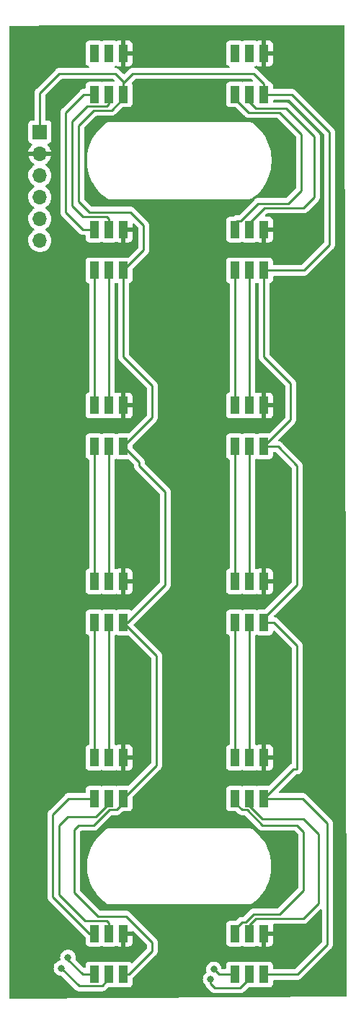
<source format=gbr>
%TF.GenerationSoftware,KiCad,Pcbnew,(6.0.0-0)*%
%TF.CreationDate,2022-02-03T16:21:41-05:00*%
%TF.ProjectId,Coin_Slots,436f696e-5f53-46c6-9f74-732e6b696361,rev?*%
%TF.SameCoordinates,Original*%
%TF.FileFunction,Copper,L1,Top*%
%TF.FilePolarity,Positive*%
%FSLAX46Y46*%
G04 Gerber Fmt 4.6, Leading zero omitted, Abs format (unit mm)*
G04 Created by KiCad (PCBNEW (6.0.0-0)) date 2022-02-03 16:21:41*
%MOMM*%
%LPD*%
G01*
G04 APERTURE LIST*
%TA.AperFunction,SMDPad,CuDef*%
%ADD10R,1.100000X2.000000*%
%TD*%
%TA.AperFunction,ComponentPad*%
%ADD11R,1.700000X1.700000*%
%TD*%
%TA.AperFunction,ComponentPad*%
%ADD12O,1.700000X1.700000*%
%TD*%
%TA.AperFunction,ViaPad*%
%ADD13C,0.800000*%
%TD*%
%TA.AperFunction,Conductor*%
%ADD14C,0.250000*%
%TD*%
G04 APERTURE END LIST*
D10*
%TO.P,D5,1,DI*%
%TO.N,Net-(D3-Pad6)*%
X115902000Y-124303000D03*
%TO.P,D5,2,CI*%
%TO.N,Net-(D3-Pad5)*%
X117602000Y-124303000D03*
%TO.P,D5,3,GND*%
%TO.N,GND*%
X119302000Y-124303000D03*
%TO.P,D5,4,VCC*%
%TO.N,+5V*%
X119302000Y-119503000D03*
%TO.P,D5,5,CO*%
%TO.N,Net-(D7-Pad2)*%
X117602000Y-119503000D03*
%TO.P,D5,6,DO*%
%TO.N,Net-(D7-Pad1)*%
X115902000Y-119503000D03*
%TD*%
%TO.P,D9,1,DI*%
%TO.N,Net-(D9-Pad1)*%
X115902000Y-83027000D03*
%TO.P,D9,2,CI*%
%TO.N,Net-(D9-Pad2)*%
X117602000Y-83027000D03*
%TO.P,D9,3,GND*%
%TO.N,GND*%
X119302000Y-83027000D03*
%TO.P,D9,4,VCC*%
%TO.N,+5V*%
X119302000Y-78227000D03*
%TO.P,D9,5,CO*%
%TO.N,Net-(D9-Pad5)*%
X117602000Y-78227000D03*
%TO.P,D9,6,DO*%
%TO.N,Net-(D9-Pad6)*%
X115902000Y-78227000D03*
%TD*%
%TO.P,D11,1,DI*%
%TO.N,Net-(D9-Pad6)*%
X115902000Y-62389000D03*
%TO.P,D11,2,CI*%
%TO.N,Net-(D9-Pad5)*%
X117602000Y-62389000D03*
%TO.P,D11,3,GND*%
%TO.N,GND*%
X119302000Y-62389000D03*
%TO.P,D11,4,VCC*%
%TO.N,+5V*%
X119302000Y-57589000D03*
%TO.P,D11,5,CO*%
%TO.N,unconnected-(D11-Pad5)*%
X117602000Y-57589000D03*
%TO.P,D11,6,DO*%
%TO.N,unconnected-(D11-Pad6)*%
X115902000Y-57589000D03*
%TD*%
%TO.P,D4,1,DI*%
%TO.N,Net-(D2-Pad6)*%
X132412000Y-144941000D03*
%TO.P,D4,2,CI*%
%TO.N,Net-(D2-Pad5)*%
X134112000Y-144941000D03*
%TO.P,D4,3,GND*%
%TO.N,GND*%
X135812000Y-144941000D03*
%TO.P,D4,4,VCC*%
%TO.N,+5V*%
X135812000Y-140141000D03*
%TO.P,D4,5,CO*%
%TO.N,Net-(D6-Pad2)*%
X134112000Y-140141000D03*
%TO.P,D4,6,DO*%
%TO.N,Net-(D6-Pad1)*%
X132412000Y-140141000D03*
%TD*%
%TO.P,D10,1,DI*%
%TO.N,Net-(D10-Pad1)*%
X132412000Y-83027000D03*
%TO.P,D10,2,CI*%
%TO.N,Net-(D10-Pad2)*%
X134112000Y-83027000D03*
%TO.P,D10,3,GND*%
%TO.N,GND*%
X135812000Y-83027000D03*
%TO.P,D10,4,VCC*%
%TO.N,+5V*%
X135812000Y-78227000D03*
%TO.P,D10,5,CO*%
%TO.N,Net-(D12-Pad2)*%
X134112000Y-78227000D03*
%TO.P,D10,6,DO*%
%TO.N,Net-(D10-Pad6)*%
X132412000Y-78227000D03*
%TD*%
%TO.P,D7,1,DI*%
%TO.N,Net-(D7-Pad1)*%
X115902000Y-103665000D03*
%TO.P,D7,2,CI*%
%TO.N,Net-(D7-Pad2)*%
X117602000Y-103665000D03*
%TO.P,D7,3,GND*%
%TO.N,GND*%
X119302000Y-103665000D03*
%TO.P,D7,4,VCC*%
%TO.N,+5V*%
X119302000Y-98865000D03*
%TO.P,D7,5,CO*%
%TO.N,Net-(D9-Pad2)*%
X117602000Y-98865000D03*
%TO.P,D7,6,DO*%
%TO.N,Net-(D9-Pad1)*%
X115902000Y-98865000D03*
%TD*%
%TO.P,D2,1,DI*%
%TO.N,/C1D*%
X132412000Y-165579000D03*
%TO.P,D2,2,CI*%
%TO.N,/C1C*%
X134112000Y-165579000D03*
%TO.P,D2,3,GND*%
%TO.N,GND*%
X135812000Y-165579000D03*
%TO.P,D2,4,VCC*%
%TO.N,+5V*%
X135812000Y-160779000D03*
%TO.P,D2,5,CO*%
%TO.N,Net-(D2-Pad5)*%
X134112000Y-160779000D03*
%TO.P,D2,6,DO*%
%TO.N,Net-(D2-Pad6)*%
X132412000Y-160779000D03*
%TD*%
%TO.P,D3,1,DI*%
%TO.N,Net-(D1-Pad6)*%
X115902000Y-144941000D03*
%TO.P,D3,2,CI*%
%TO.N,Net-(D1-Pad5)*%
X117602000Y-144941000D03*
%TO.P,D3,3,GND*%
%TO.N,GND*%
X119302000Y-144941000D03*
%TO.P,D3,4,VCC*%
%TO.N,+5V*%
X119302000Y-140141000D03*
%TO.P,D3,5,CO*%
%TO.N,Net-(D3-Pad5)*%
X117602000Y-140141000D03*
%TO.P,D3,6,DO*%
%TO.N,Net-(D3-Pad6)*%
X115902000Y-140141000D03*
%TD*%
%TO.P,D12,1,DI*%
%TO.N,Net-(D10-Pad6)*%
X132412000Y-62389000D03*
%TO.P,D12,2,CI*%
%TO.N,Net-(D12-Pad2)*%
X134112000Y-62389000D03*
%TO.P,D12,3,GND*%
%TO.N,GND*%
X135812000Y-62389000D03*
%TO.P,D12,4,VCC*%
%TO.N,+5V*%
X135812000Y-57589000D03*
%TO.P,D12,5,CO*%
%TO.N,unconnected-(D12-Pad5)*%
X134112000Y-57589000D03*
%TO.P,D12,6,DO*%
%TO.N,unconnected-(D12-Pad6)*%
X132412000Y-57589000D03*
%TD*%
%TO.P,D1,1,DI*%
%TO.N,/C2D*%
X115902000Y-165579000D03*
%TO.P,D1,2,CI*%
%TO.N,/C2C*%
X117602000Y-165579000D03*
%TO.P,D1,3,GND*%
%TO.N,GND*%
X119302000Y-165579000D03*
%TO.P,D1,4,VCC*%
%TO.N,+5V*%
X119302000Y-160779000D03*
%TO.P,D1,5,CO*%
%TO.N,Net-(D1-Pad5)*%
X117602000Y-160779000D03*
%TO.P,D1,6,DO*%
%TO.N,Net-(D1-Pad6)*%
X115902000Y-160779000D03*
%TD*%
%TO.P,D8,1,DI*%
%TO.N,Net-(D8-Pad1)*%
X132412000Y-103665000D03*
%TO.P,D8,2,CI*%
%TO.N,Net-(D8-Pad2)*%
X134112000Y-103665000D03*
%TO.P,D8,3,GND*%
%TO.N,GND*%
X135812000Y-103665000D03*
%TO.P,D8,4,VCC*%
%TO.N,+5V*%
X135812000Y-98865000D03*
%TO.P,D8,5,CO*%
%TO.N,Net-(D10-Pad2)*%
X134112000Y-98865000D03*
%TO.P,D8,6,DO*%
%TO.N,Net-(D10-Pad1)*%
X132412000Y-98865000D03*
%TD*%
%TO.P,D6,1,DI*%
%TO.N,Net-(D6-Pad1)*%
X132412000Y-124303000D03*
%TO.P,D6,2,CI*%
%TO.N,Net-(D6-Pad2)*%
X134112000Y-124303000D03*
%TO.P,D6,3,GND*%
%TO.N,GND*%
X135812000Y-124303000D03*
%TO.P,D6,4,VCC*%
%TO.N,+5V*%
X135812000Y-119503000D03*
%TO.P,D6,5,CO*%
%TO.N,Net-(D8-Pad2)*%
X134112000Y-119503000D03*
%TO.P,D6,6,DO*%
%TO.N,Net-(D8-Pad1)*%
X132412000Y-119503000D03*
%TD*%
D11*
%TO.P,J1,1,Pin_1*%
%TO.N,GND*%
X109474000Y-66802000D03*
D12*
%TO.P,J1,2,Pin_2*%
%TO.N,+5V*%
X109474000Y-69342000D03*
%TO.P,J1,3,Pin_3*%
%TO.N,/C1C*%
X109474000Y-71882000D03*
%TO.P,J1,4,Pin_4*%
%TO.N,/C1D*%
X109474000Y-74422000D03*
%TO.P,J1,5,Pin_5*%
%TO.N,/C2C*%
X109474000Y-76962000D03*
%TO.P,J1,6,Pin_6*%
%TO.N,/C2D*%
X109474000Y-79502000D03*
%TD*%
D13*
%TO.N,/C2D*%
X112776000Y-163576000D03*
%TO.N,/C2C*%
X112014000Y-164846000D03*
%TO.N,/C1C*%
X129540000Y-166116000D03*
%TO.N,/C1D*%
X129921000Y-164973000D03*
%TD*%
D14*
%TO.N,GND*%
X122682000Y-162814000D02*
X119917000Y-165579000D01*
X121158000Y-105918000D02*
X124206000Y-108966000D01*
X138938000Y-96266000D02*
X138938000Y-100539000D01*
X114046000Y-74930000D02*
X115316000Y-76200000D01*
X143256000Y-147828000D02*
X143256000Y-162052000D01*
X117879000Y-64262000D02*
X115824000Y-64262000D01*
X139700000Y-127000000D02*
X137003000Y-124303000D01*
X143510000Y-80010000D02*
X140493000Y-83027000D01*
X139275000Y-141478000D02*
X139700000Y-141478000D01*
X135812000Y-123776000D02*
X135812000Y-124303000D01*
X114046000Y-66040000D02*
X114046000Y-74930000D01*
X122682000Y-161798000D02*
X122682000Y-162814000D01*
X119917000Y-165579000D02*
X119302000Y-165579000D01*
X123190000Y-128191000D02*
X123190000Y-141053000D01*
X118364000Y-59944000D02*
X111760000Y-59944000D01*
X143510000Y-66802000D02*
X143510000Y-80010000D01*
X119302000Y-93140000D02*
X122682000Y-96520000D01*
X109474000Y-62230000D02*
X109474000Y-66802000D01*
X135812000Y-103665000D02*
X137447000Y-103665000D01*
X135812000Y-144941000D02*
X140369000Y-144941000D01*
X121666000Y-80663000D02*
X119302000Y-83027000D01*
X137447000Y-103665000D02*
X139700000Y-105918000D01*
X139700000Y-141478000D02*
X139700000Y-127000000D01*
X118476511Y-146265511D02*
X117640489Y-146265511D01*
X119302000Y-62389000D02*
X119302000Y-60882000D01*
X124206000Y-108966000D02*
X124206000Y-119888000D01*
X111760000Y-59944000D02*
X109474000Y-62230000D01*
X113538000Y-155956000D02*
X116332000Y-158750000D01*
X139729000Y-165579000D02*
X135812000Y-165579000D01*
X135812000Y-62389000D02*
X139097000Y-62389000D01*
X139097000Y-62389000D02*
X143510000Y-66802000D01*
X119302000Y-145440022D02*
X118476511Y-146265511D01*
X121666000Y-77724000D02*
X121666000Y-80663000D01*
X119302000Y-144941000D02*
X119302000Y-145440022D01*
X121158000Y-105521000D02*
X121158000Y-105918000D01*
X119302000Y-60882000D02*
X118364000Y-59944000D01*
X134620000Y-59944000D02*
X135812000Y-61136000D01*
X119302000Y-62389000D02*
X119302000Y-61038000D01*
X139700000Y-119888000D02*
X135812000Y-123776000D01*
X116332000Y-158750000D02*
X119634000Y-158750000D01*
X114046000Y-148082000D02*
X113538000Y-148590000D01*
X115824000Y-64262000D02*
X114046000Y-66040000D01*
X119302000Y-62839000D02*
X117879000Y-64262000D01*
X119302000Y-124303000D02*
X123190000Y-128191000D01*
X135812000Y-144941000D02*
X139275000Y-141478000D01*
X119302000Y-83027000D02*
X119302000Y-93140000D01*
X124206000Y-119888000D02*
X119791000Y-124303000D01*
X115824000Y-148082000D02*
X114046000Y-148082000D01*
X140369000Y-144941000D02*
X143256000Y-147828000D01*
X119634000Y-158750000D02*
X122682000Y-161798000D01*
X135812000Y-61136000D02*
X135812000Y-62389000D01*
X115316000Y-76200000D02*
X120142000Y-76200000D01*
X119302000Y-61038000D02*
X120396000Y-59944000D01*
X119791000Y-124303000D02*
X119302000Y-124303000D01*
X122682000Y-96520000D02*
X122682000Y-100285000D01*
X120396000Y-59944000D02*
X134620000Y-59944000D01*
X117640489Y-146265511D02*
X115824000Y-148082000D01*
X143256000Y-162052000D02*
X139729000Y-165579000D01*
X137003000Y-124303000D02*
X135812000Y-124303000D01*
X120142000Y-76200000D02*
X121666000Y-77724000D01*
X135812000Y-83027000D02*
X135812000Y-93140000D01*
X122682000Y-100285000D02*
X119302000Y-103665000D01*
X119302000Y-103665000D02*
X121158000Y-105521000D01*
X123190000Y-141053000D02*
X119302000Y-144941000D01*
X139700000Y-105918000D02*
X139700000Y-119888000D01*
X138938000Y-100539000D02*
X135812000Y-103665000D01*
X140493000Y-83027000D02*
X135812000Y-83027000D01*
X113538000Y-148590000D02*
X113538000Y-155956000D01*
X119302000Y-62389000D02*
X119302000Y-62839000D01*
X135812000Y-93140000D02*
X138938000Y-96266000D01*
%TO.N,Net-(D1-Pad5)*%
X116078000Y-147066000D02*
X112776000Y-147066000D01*
X112776000Y-147066000D02*
X111760000Y-148082000D01*
X111760000Y-156210000D02*
X114808000Y-159258000D01*
X117602000Y-144941000D02*
X117602000Y-145542000D01*
X111760000Y-148082000D02*
X111760000Y-156210000D01*
X114808000Y-159258000D02*
X117348000Y-159258000D01*
X117602000Y-145542000D02*
X116078000Y-147066000D01*
X117602000Y-159512000D02*
X117602000Y-160779000D01*
X117348000Y-159258000D02*
X117602000Y-159512000D01*
%TO.N,Net-(D1-Pad6)*%
X112869000Y-144941000D02*
X110998000Y-146812000D01*
X115313000Y-160779000D02*
X115902000Y-160779000D01*
X110998000Y-156464000D02*
X115313000Y-160779000D01*
X110998000Y-146812000D02*
X110998000Y-156464000D01*
X115902000Y-144941000D02*
X112869000Y-144941000D01*
%TO.N,Net-(D2-Pad5)*%
X134112000Y-159766000D02*
X134112000Y-160779000D01*
X140462000Y-159004000D02*
X134874000Y-159004000D01*
X140462000Y-147320000D02*
X142240000Y-149098000D01*
X134874000Y-159004000D02*
X134112000Y-159766000D01*
X134112000Y-145796000D02*
X135636000Y-147320000D01*
X134112000Y-144941000D02*
X134112000Y-145796000D01*
X142240000Y-157226000D02*
X140462000Y-159004000D01*
X135636000Y-147320000D02*
X140462000Y-147320000D01*
X142240000Y-149098000D02*
X142240000Y-157226000D01*
%TO.N,Net-(D2-Pad6)*%
X133661511Y-159454489D02*
X133237489Y-159454489D01*
X132412000Y-160279978D02*
X132412000Y-160779000D01*
X133237489Y-146265511D02*
X133819511Y-146265511D01*
X133819511Y-146265511D02*
X135636000Y-148082000D01*
X137668000Y-158496000D02*
X134620000Y-158496000D01*
X139700000Y-148082000D02*
X140462000Y-148844000D01*
X132412000Y-144941000D02*
X132412000Y-145440022D01*
X134620000Y-158496000D02*
X133661511Y-159454489D01*
X140462000Y-155702000D02*
X137668000Y-158496000D01*
X133237489Y-159454489D02*
X132412000Y-160279978D01*
X132412000Y-145440022D02*
X133237489Y-146265511D01*
X135636000Y-148082000D02*
X139700000Y-148082000D01*
X140462000Y-148844000D02*
X140462000Y-155702000D01*
%TO.N,Net-(D3-Pad5)*%
X117602000Y-124303000D02*
X117602000Y-140141000D01*
%TO.N,Net-(D3-Pad6)*%
X115902000Y-124303000D02*
X115902000Y-140141000D01*
%TO.N,Net-(D6-Pad2)*%
X134112000Y-124303000D02*
X134112000Y-140141000D01*
%TO.N,Net-(D6-Pad1)*%
X132412000Y-124303000D02*
X132412000Y-140141000D01*
%TO.N,Net-(D7-Pad2)*%
X117602000Y-103665000D02*
X117602000Y-119503000D01*
%TO.N,Net-(D7-Pad1)*%
X115902000Y-103665000D02*
X115902000Y-119503000D01*
%TO.N,Net-(D8-Pad2)*%
X134112000Y-103665000D02*
X134112000Y-119503000D01*
%TO.N,Net-(D8-Pad1)*%
X132412000Y-103665000D02*
X132412000Y-119503000D01*
%TO.N,Net-(D9-Pad2)*%
X117602000Y-83027000D02*
X117602000Y-98865000D01*
%TO.N,Net-(D9-Pad1)*%
X115902000Y-83027000D02*
X115902000Y-98865000D01*
%TO.N,Net-(D10-Pad2)*%
X134112000Y-83027000D02*
X134112000Y-98865000D01*
%TO.N,Net-(D10-Pad1)*%
X132412000Y-83027000D02*
X132412000Y-98865000D01*
%TO.N,Net-(D9-Pad5)*%
X117602000Y-76962000D02*
X117602000Y-78227000D01*
X114554000Y-76708000D02*
X117348000Y-76708000D01*
X113284000Y-75438000D02*
X114554000Y-76708000D01*
X117348000Y-76708000D02*
X117602000Y-76962000D01*
X115062000Y-63754000D02*
X113284000Y-65532000D01*
X117602000Y-63500000D02*
X117348000Y-63754000D01*
X117348000Y-63754000D02*
X115062000Y-63754000D01*
X113284000Y-65532000D02*
X113284000Y-75438000D01*
X117602000Y-62389000D02*
X117602000Y-63500000D01*
%TO.N,Net-(D9-Pad6)*%
X112522000Y-76200000D02*
X114549000Y-78227000D01*
X115902000Y-62389000D02*
X114649000Y-62389000D01*
X114649000Y-62389000D02*
X112522000Y-64516000D01*
X112522000Y-64516000D02*
X112522000Y-76200000D01*
X114549000Y-78227000D02*
X115902000Y-78227000D01*
%TO.N,Net-(D12-Pad2)*%
X141732000Y-67310000D02*
X141732000Y-74422000D01*
X138430000Y-64008000D02*
X141732000Y-67310000D01*
X135890000Y-75692000D02*
X134112000Y-77470000D01*
X134112000Y-63246000D02*
X134874000Y-64008000D01*
X134112000Y-77470000D02*
X134112000Y-78227000D01*
X140462000Y-75692000D02*
X135890000Y-75692000D01*
X134112000Y-62389000D02*
X134112000Y-63246000D01*
X141732000Y-74422000D02*
X140462000Y-75692000D01*
X134874000Y-64008000D02*
X138430000Y-64008000D01*
%TO.N,Net-(D10-Pad6)*%
X140208000Y-67056000D02*
X140208000Y-73660000D01*
X137668000Y-64516000D02*
X140208000Y-67056000D01*
X138684000Y-75184000D02*
X135128000Y-75184000D01*
X132412000Y-62888022D02*
X134039978Y-64516000D01*
X140208000Y-73660000D02*
X138684000Y-75184000D01*
X135128000Y-75184000D02*
X133096000Y-77216000D01*
X133096000Y-77216000D02*
X132588000Y-77216000D01*
X132412000Y-62389000D02*
X132412000Y-62888022D01*
X134039978Y-64516000D02*
X137668000Y-64516000D01*
%TO.N,/C2D*%
X114525000Y-165579000D02*
X112776000Y-163830000D01*
X112776000Y-163830000D02*
X112776000Y-163576000D01*
X115902000Y-165579000D02*
X114525000Y-165579000D01*
%TO.N,/C2C*%
X117602000Y-166078022D02*
X116776511Y-166903511D01*
X114071511Y-166903511D02*
X112014000Y-164846000D01*
X117602000Y-165579000D02*
X117602000Y-166078022D01*
X116776511Y-166903511D02*
X114071511Y-166903511D01*
%TO.N,/C1C*%
X129540000Y-166624000D02*
X129540000Y-166116000D01*
X130048000Y-167132000D02*
X129540000Y-166624000D01*
X134112000Y-166029000D02*
X133009000Y-167132000D01*
X134112000Y-165579000D02*
X134112000Y-166029000D01*
X133009000Y-167132000D02*
X130048000Y-167132000D01*
%TO.N,/C1D*%
X130527000Y-165579000D02*
X129921000Y-164973000D01*
X132412000Y-165579000D02*
X130527000Y-165579000D01*
%TD*%
%TA.AperFunction,Conductor*%
%TO.N,+5V*%
G36*
X145230871Y-54333002D02*
G01*
X145277364Y-54386658D01*
X145288750Y-54438719D01*
X145541153Y-167767453D01*
X145541721Y-168022526D01*
X145521870Y-168090691D01*
X145468318Y-168137304D01*
X145416529Y-168148804D01*
X106044808Y-168401187D01*
X105976560Y-168381622D01*
X105929724Y-168328266D01*
X105918000Y-168275190D01*
X105918000Y-79468695D01*
X108111251Y-79468695D01*
X108111548Y-79473848D01*
X108111548Y-79473851D01*
X108120994Y-79637673D01*
X108124110Y-79691715D01*
X108125247Y-79696761D01*
X108125248Y-79696767D01*
X108145020Y-79784500D01*
X108173222Y-79909639D01*
X108211461Y-80003811D01*
X108249590Y-80097711D01*
X108257266Y-80116616D01*
X108259965Y-80121020D01*
X108366257Y-80294473D01*
X108373987Y-80307088D01*
X108520250Y-80475938D01*
X108692126Y-80618632D01*
X108885000Y-80731338D01*
X109093692Y-80811030D01*
X109098760Y-80812061D01*
X109098763Y-80812062D01*
X109203211Y-80833312D01*
X109312597Y-80855567D01*
X109317772Y-80855757D01*
X109317774Y-80855757D01*
X109530673Y-80863564D01*
X109530677Y-80863564D01*
X109535837Y-80863753D01*
X109540957Y-80863097D01*
X109540959Y-80863097D01*
X109752288Y-80836025D01*
X109752289Y-80836025D01*
X109757416Y-80835368D01*
X109764269Y-80833312D01*
X109966429Y-80772661D01*
X109966434Y-80772659D01*
X109971384Y-80771174D01*
X110171994Y-80672896D01*
X110353860Y-80543173D01*
X110512096Y-80385489D01*
X110524974Y-80367568D01*
X110639435Y-80208277D01*
X110642453Y-80204077D01*
X110654200Y-80180310D01*
X110739136Y-80008453D01*
X110739137Y-80008451D01*
X110741430Y-80003811D01*
X110806370Y-79790069D01*
X110835529Y-79568590D01*
X110837156Y-79502000D01*
X110818852Y-79279361D01*
X110764431Y-79062702D01*
X110675354Y-78857840D01*
X110573457Y-78700331D01*
X110556822Y-78674617D01*
X110556820Y-78674614D01*
X110554014Y-78670277D01*
X110403670Y-78505051D01*
X110399619Y-78501852D01*
X110399615Y-78501848D01*
X110232414Y-78369800D01*
X110232410Y-78369798D01*
X110228359Y-78366598D01*
X110187053Y-78343796D01*
X110137084Y-78293364D01*
X110122312Y-78223921D01*
X110147428Y-78157516D01*
X110174780Y-78130909D01*
X110219515Y-78099000D01*
X110353860Y-78003173D01*
X110512096Y-77845489D01*
X110571594Y-77762689D01*
X110639435Y-77668277D01*
X110642453Y-77664077D01*
X110665971Y-77616493D01*
X110739136Y-77468453D01*
X110739137Y-77468451D01*
X110741430Y-77463811D01*
X110806370Y-77250069D01*
X110835529Y-77028590D01*
X110837156Y-76962000D01*
X110818852Y-76739361D01*
X110764431Y-76522702D01*
X110675354Y-76317840D01*
X110611443Y-76219048D01*
X110556822Y-76134617D01*
X110556820Y-76134614D01*
X110554014Y-76130277D01*
X110403670Y-75965051D01*
X110399619Y-75961852D01*
X110399615Y-75961848D01*
X110232414Y-75829800D01*
X110232410Y-75829798D01*
X110228359Y-75826598D01*
X110187053Y-75803796D01*
X110137084Y-75753364D01*
X110122312Y-75683921D01*
X110147428Y-75617516D01*
X110174780Y-75590909D01*
X110237042Y-75546498D01*
X110353860Y-75463173D01*
X110512096Y-75305489D01*
X110571594Y-75222689D01*
X110639435Y-75128277D01*
X110642453Y-75124077D01*
X110693103Y-75021595D01*
X110739136Y-74928453D01*
X110739137Y-74928451D01*
X110741430Y-74923811D01*
X110806370Y-74710069D01*
X110835529Y-74488590D01*
X110835611Y-74485240D01*
X110837074Y-74425365D01*
X110837074Y-74425361D01*
X110837156Y-74422000D01*
X110818852Y-74199361D01*
X110764431Y-73982702D01*
X110675354Y-73777840D01*
X110625035Y-73700058D01*
X110556822Y-73594617D01*
X110556820Y-73594614D01*
X110554014Y-73590277D01*
X110403670Y-73425051D01*
X110399619Y-73421852D01*
X110399615Y-73421848D01*
X110232414Y-73289800D01*
X110232410Y-73289798D01*
X110228359Y-73286598D01*
X110187053Y-73263796D01*
X110137084Y-73213364D01*
X110122312Y-73143921D01*
X110147428Y-73077516D01*
X110174780Y-73050909D01*
X110218603Y-73019650D01*
X110353860Y-72923173D01*
X110512096Y-72765489D01*
X110571594Y-72682689D01*
X110639435Y-72588277D01*
X110642453Y-72584077D01*
X110741430Y-72383811D01*
X110806370Y-72170069D01*
X110835529Y-71948590D01*
X110835611Y-71945240D01*
X110837074Y-71885365D01*
X110837074Y-71885361D01*
X110837156Y-71882000D01*
X110818852Y-71659361D01*
X110764431Y-71442702D01*
X110675354Y-71237840D01*
X110554014Y-71050277D01*
X110403670Y-70885051D01*
X110399619Y-70881852D01*
X110399615Y-70881848D01*
X110232414Y-70749800D01*
X110232410Y-70749798D01*
X110228359Y-70746598D01*
X110186569Y-70723529D01*
X110136598Y-70673097D01*
X110121826Y-70603654D01*
X110146942Y-70537248D01*
X110174294Y-70510641D01*
X110349328Y-70385792D01*
X110357200Y-70379139D01*
X110508052Y-70228812D01*
X110514730Y-70220965D01*
X110639003Y-70048020D01*
X110644313Y-70039183D01*
X110738670Y-69848267D01*
X110742469Y-69838672D01*
X110804377Y-69634910D01*
X110806555Y-69624837D01*
X110807986Y-69613962D01*
X110805775Y-69599778D01*
X110792617Y-69596000D01*
X108157225Y-69596000D01*
X108143694Y-69599973D01*
X108142257Y-69609966D01*
X108172565Y-69744446D01*
X108175645Y-69754275D01*
X108255770Y-69951603D01*
X108260413Y-69960794D01*
X108371694Y-70142388D01*
X108377777Y-70150699D01*
X108517213Y-70311667D01*
X108524580Y-70318883D01*
X108688434Y-70454916D01*
X108696881Y-70460831D01*
X108765969Y-70501203D01*
X108814693Y-70552842D01*
X108827764Y-70622625D01*
X108801033Y-70688396D01*
X108760584Y-70721752D01*
X108747607Y-70728507D01*
X108743474Y-70731610D01*
X108743471Y-70731612D01*
X108719247Y-70749800D01*
X108568965Y-70862635D01*
X108414629Y-71024138D01*
X108288743Y-71208680D01*
X108194688Y-71411305D01*
X108134989Y-71626570D01*
X108111251Y-71848695D01*
X108111548Y-71853848D01*
X108111548Y-71853851D01*
X108117011Y-71948590D01*
X108124110Y-72071715D01*
X108125247Y-72076761D01*
X108125248Y-72076767D01*
X108135681Y-72123060D01*
X108173222Y-72289639D01*
X108257266Y-72496616D01*
X108373987Y-72687088D01*
X108520250Y-72855938D01*
X108692126Y-72998632D01*
X108762595Y-73039811D01*
X108765445Y-73041476D01*
X108814169Y-73093114D01*
X108827240Y-73162897D01*
X108800509Y-73228669D01*
X108760055Y-73262027D01*
X108747607Y-73268507D01*
X108743474Y-73271610D01*
X108743471Y-73271612D01*
X108573100Y-73399530D01*
X108568965Y-73402635D01*
X108414629Y-73564138D01*
X108288743Y-73748680D01*
X108194688Y-73951305D01*
X108134989Y-74166570D01*
X108111251Y-74388695D01*
X108111548Y-74393848D01*
X108111548Y-74393851D01*
X108122326Y-74580771D01*
X108124110Y-74611715D01*
X108125247Y-74616761D01*
X108125248Y-74616767D01*
X108144185Y-74700793D01*
X108173222Y-74829639D01*
X108209674Y-74919409D01*
X108251167Y-75021595D01*
X108257266Y-75036616D01*
X108373987Y-75227088D01*
X108520250Y-75395938D01*
X108692126Y-75538632D01*
X108738860Y-75565941D01*
X108765445Y-75581476D01*
X108814169Y-75633114D01*
X108827240Y-75702897D01*
X108800509Y-75768669D01*
X108760055Y-75802027D01*
X108747607Y-75808507D01*
X108743474Y-75811610D01*
X108743471Y-75811612D01*
X108719247Y-75829800D01*
X108568965Y-75942635D01*
X108414629Y-76104138D01*
X108411715Y-76108410D01*
X108411714Y-76108411D01*
X108341088Y-76211945D01*
X108288743Y-76288680D01*
X108241715Y-76389993D01*
X108209026Y-76460417D01*
X108194688Y-76491305D01*
X108134989Y-76706570D01*
X108111251Y-76928695D01*
X108111548Y-76933848D01*
X108111548Y-76933851D01*
X108121670Y-77109396D01*
X108124110Y-77151715D01*
X108125247Y-77156761D01*
X108125248Y-77156767D01*
X108147370Y-77254928D01*
X108173222Y-77369639D01*
X108257266Y-77576616D01*
X108268616Y-77595137D01*
X108342701Y-77716033D01*
X108373987Y-77767088D01*
X108520250Y-77935938D01*
X108692126Y-78078632D01*
X108726982Y-78099000D01*
X108765445Y-78121476D01*
X108814169Y-78173114D01*
X108827240Y-78242897D01*
X108800509Y-78308669D01*
X108760055Y-78342027D01*
X108747607Y-78348507D01*
X108743474Y-78351610D01*
X108743471Y-78351612D01*
X108719247Y-78369800D01*
X108568965Y-78482635D01*
X108565393Y-78486373D01*
X108419116Y-78639443D01*
X108414629Y-78644138D01*
X108288743Y-78828680D01*
X108194688Y-79031305D01*
X108134989Y-79246570D01*
X108111251Y-79468695D01*
X105918000Y-79468695D01*
X105918000Y-67700134D01*
X108115500Y-67700134D01*
X108122255Y-67762316D01*
X108173385Y-67898705D01*
X108260739Y-68015261D01*
X108377295Y-68102615D01*
X108385704Y-68105767D01*
X108385705Y-68105768D01*
X108494960Y-68146726D01*
X108551725Y-68189367D01*
X108576425Y-68255929D01*
X108561218Y-68325278D01*
X108541825Y-68351759D01*
X108418590Y-68480717D01*
X108412104Y-68488727D01*
X108292098Y-68664649D01*
X108287000Y-68673623D01*
X108197338Y-68866783D01*
X108193775Y-68876470D01*
X108138389Y-69076183D01*
X108139912Y-69084607D01*
X108152292Y-69088000D01*
X110792344Y-69088000D01*
X110805875Y-69084027D01*
X110807180Y-69074947D01*
X110765214Y-68907875D01*
X110761894Y-68898124D01*
X110676972Y-68702814D01*
X110672105Y-68693739D01*
X110556426Y-68514926D01*
X110550136Y-68506757D01*
X110406293Y-68348677D01*
X110375241Y-68284831D01*
X110383635Y-68214333D01*
X110428812Y-68159564D01*
X110455256Y-68145895D01*
X110562297Y-68105767D01*
X110570705Y-68102615D01*
X110687261Y-68015261D01*
X110774615Y-67898705D01*
X110825745Y-67762316D01*
X110832500Y-67700134D01*
X110832500Y-65903866D01*
X110825745Y-65841684D01*
X110774615Y-65705295D01*
X110687261Y-65588739D01*
X110570705Y-65501385D01*
X110434316Y-65450255D01*
X110372134Y-65443500D01*
X110233500Y-65443500D01*
X110165379Y-65423498D01*
X110118886Y-65369842D01*
X110107500Y-65317500D01*
X110107500Y-62544594D01*
X110127502Y-62476473D01*
X110144405Y-62455499D01*
X111985499Y-60614405D01*
X112047811Y-60580379D01*
X112074594Y-60577500D01*
X118049406Y-60577500D01*
X118117527Y-60597502D01*
X118138501Y-60614405D01*
X118189501Y-60665405D01*
X118223527Y-60727717D01*
X118218462Y-60798532D01*
X118175915Y-60855368D01*
X118109395Y-60880179D01*
X118100406Y-60880500D01*
X117003866Y-60880500D01*
X116941684Y-60887255D01*
X116894414Y-60904976D01*
X116813699Y-60935234D01*
X116813696Y-60935236D01*
X116805295Y-60938385D01*
X116804976Y-60937534D01*
X116743151Y-60951055D01*
X116698834Y-60938042D01*
X116698705Y-60938385D01*
X116694019Y-60936628D01*
X116694015Y-60936627D01*
X116690304Y-60935236D01*
X116690301Y-60935234D01*
X116609586Y-60904976D01*
X116562316Y-60887255D01*
X116500134Y-60880500D01*
X115303866Y-60880500D01*
X115241684Y-60887255D01*
X115105295Y-60938385D01*
X114988739Y-61025739D01*
X114901385Y-61142295D01*
X114850255Y-61278684D01*
X114843500Y-61340866D01*
X114843500Y-61628529D01*
X114823498Y-61696650D01*
X114769842Y-61743143D01*
X114709322Y-61753350D01*
X114709091Y-61753298D01*
X114701169Y-61753547D01*
X114641014Y-61755438D01*
X114637055Y-61755500D01*
X114609144Y-61755500D01*
X114605210Y-61755997D01*
X114605209Y-61755997D01*
X114605144Y-61756005D01*
X114593307Y-61756938D01*
X114561490Y-61757938D01*
X114557029Y-61758078D01*
X114549110Y-61758327D01*
X114531454Y-61763456D01*
X114529658Y-61763978D01*
X114510306Y-61767986D01*
X114503235Y-61768880D01*
X114490203Y-61770526D01*
X114482834Y-61773443D01*
X114482832Y-61773444D01*
X114449097Y-61786800D01*
X114437869Y-61790645D01*
X114395407Y-61802982D01*
X114388585Y-61807016D01*
X114388579Y-61807019D01*
X114377968Y-61813294D01*
X114360218Y-61821990D01*
X114348756Y-61826528D01*
X114348751Y-61826531D01*
X114341383Y-61829448D01*
X114323970Y-61842099D01*
X114305625Y-61855427D01*
X114295707Y-61861943D01*
X114284463Y-61868593D01*
X114257637Y-61884458D01*
X114243313Y-61898782D01*
X114228281Y-61911621D01*
X114211893Y-61923528D01*
X114193686Y-61945537D01*
X114183712Y-61957593D01*
X114175722Y-61966373D01*
X112129747Y-64012348D01*
X112121461Y-64019888D01*
X112114982Y-64024000D01*
X112109557Y-64029777D01*
X112068357Y-64073651D01*
X112065602Y-64076493D01*
X112045865Y-64096230D01*
X112043385Y-64099427D01*
X112035682Y-64108447D01*
X112005414Y-64140679D01*
X112001595Y-64147625D01*
X112001593Y-64147628D01*
X111995652Y-64158434D01*
X111984801Y-64174953D01*
X111972386Y-64190959D01*
X111969241Y-64198228D01*
X111969238Y-64198232D01*
X111954826Y-64231537D01*
X111949609Y-64242187D01*
X111928305Y-64280940D01*
X111926334Y-64288615D01*
X111926334Y-64288616D01*
X111923267Y-64300562D01*
X111916863Y-64319266D01*
X111908819Y-64337855D01*
X111907580Y-64345678D01*
X111907577Y-64345688D01*
X111901901Y-64381524D01*
X111899495Y-64393144D01*
X111888500Y-64435970D01*
X111888500Y-64456224D01*
X111886949Y-64475934D01*
X111883780Y-64495943D01*
X111884526Y-64503835D01*
X111887941Y-64539961D01*
X111888500Y-64551819D01*
X111888500Y-76121233D01*
X111887973Y-76132416D01*
X111886298Y-76139909D01*
X111886547Y-76147835D01*
X111886547Y-76147836D01*
X111888438Y-76207986D01*
X111888500Y-76211945D01*
X111888500Y-76239856D01*
X111888997Y-76243790D01*
X111888997Y-76243791D01*
X111889005Y-76243856D01*
X111889938Y-76255693D01*
X111891327Y-76299889D01*
X111896978Y-76319339D01*
X111900987Y-76338700D01*
X111903526Y-76358797D01*
X111906445Y-76366168D01*
X111906445Y-76366170D01*
X111919804Y-76399912D01*
X111923649Y-76411142D01*
X111935982Y-76453593D01*
X111940015Y-76460412D01*
X111940017Y-76460417D01*
X111946293Y-76471028D01*
X111954988Y-76488776D01*
X111962448Y-76507617D01*
X111967110Y-76514033D01*
X111967110Y-76514034D01*
X111988436Y-76543387D01*
X111994952Y-76553307D01*
X112012511Y-76582997D01*
X112017458Y-76591362D01*
X112031779Y-76605683D01*
X112044619Y-76620716D01*
X112056528Y-76637107D01*
X112062634Y-76642158D01*
X112090605Y-76665298D01*
X112099384Y-76673288D01*
X114045348Y-78619253D01*
X114052888Y-78627539D01*
X114057000Y-78634018D01*
X114062777Y-78639443D01*
X114106651Y-78680643D01*
X114109493Y-78683398D01*
X114129230Y-78703135D01*
X114132427Y-78705615D01*
X114141447Y-78713318D01*
X114173679Y-78743586D01*
X114180625Y-78747405D01*
X114180628Y-78747407D01*
X114191434Y-78753348D01*
X114207953Y-78764199D01*
X114223959Y-78776614D01*
X114231228Y-78779759D01*
X114231232Y-78779762D01*
X114264537Y-78794174D01*
X114275187Y-78799391D01*
X114313940Y-78820695D01*
X114321615Y-78822666D01*
X114321616Y-78822666D01*
X114333562Y-78825733D01*
X114352267Y-78832137D01*
X114370855Y-78840181D01*
X114378678Y-78841420D01*
X114378688Y-78841423D01*
X114414524Y-78847099D01*
X114426144Y-78849505D01*
X114461289Y-78858528D01*
X114468970Y-78860500D01*
X114489224Y-78860500D01*
X114508934Y-78862051D01*
X114528943Y-78865220D01*
X114536835Y-78864474D01*
X114572961Y-78861059D01*
X114584819Y-78860500D01*
X114717500Y-78860500D01*
X114785621Y-78880502D01*
X114832114Y-78934158D01*
X114843500Y-78986500D01*
X114843500Y-79275134D01*
X114850255Y-79337316D01*
X114901385Y-79473705D01*
X114988739Y-79590261D01*
X115105295Y-79677615D01*
X115241684Y-79728745D01*
X115303866Y-79735500D01*
X116500134Y-79735500D01*
X116562316Y-79728745D01*
X116609586Y-79711024D01*
X116690301Y-79680766D01*
X116690304Y-79680764D01*
X116698705Y-79677615D01*
X116699024Y-79678466D01*
X116760849Y-79664945D01*
X116805166Y-79677958D01*
X116805295Y-79677615D01*
X116809981Y-79679372D01*
X116809985Y-79679373D01*
X116813696Y-79680764D01*
X116813699Y-79680766D01*
X116894414Y-79711024D01*
X116941684Y-79728745D01*
X117003866Y-79735500D01*
X118200134Y-79735500D01*
X118262316Y-79728745D01*
X118309586Y-79711024D01*
X118390301Y-79680766D01*
X118390304Y-79680764D01*
X118398705Y-79677615D01*
X118398964Y-79678307D01*
X118461374Y-79664657D01*
X118505385Y-79677580D01*
X118505538Y-79677172D01*
X118511112Y-79679262D01*
X118513034Y-79679826D01*
X118513939Y-79680321D01*
X118634394Y-79725478D01*
X118649649Y-79729105D01*
X118700514Y-79734631D01*
X118707328Y-79735000D01*
X119029885Y-79735000D01*
X119045124Y-79730525D01*
X119046329Y-79729135D01*
X119048000Y-79721452D01*
X119048000Y-79716884D01*
X119556000Y-79716884D01*
X119560475Y-79732123D01*
X119561865Y-79733328D01*
X119569548Y-79734999D01*
X119896669Y-79734999D01*
X119903490Y-79734629D01*
X119954352Y-79729105D01*
X119969604Y-79725479D01*
X120090054Y-79680324D01*
X120105649Y-79671786D01*
X120207724Y-79595285D01*
X120220285Y-79582724D01*
X120296786Y-79480649D01*
X120305324Y-79465054D01*
X120350478Y-79344606D01*
X120354105Y-79329351D01*
X120359631Y-79278486D01*
X120360000Y-79271672D01*
X120360000Y-78499115D01*
X120355525Y-78483876D01*
X120354135Y-78482671D01*
X120346452Y-78481000D01*
X119574115Y-78481000D01*
X119558876Y-78485475D01*
X119557671Y-78486865D01*
X119556000Y-78494548D01*
X119556000Y-79716884D01*
X119048000Y-79716884D01*
X119048000Y-78099000D01*
X119068002Y-78030879D01*
X119121658Y-77984386D01*
X119174000Y-77973000D01*
X120341884Y-77973000D01*
X120357123Y-77968525D01*
X120358328Y-77967135D01*
X120359999Y-77959452D01*
X120359999Y-77618093D01*
X120380001Y-77549972D01*
X120433657Y-77503479D01*
X120503931Y-77493375D01*
X120568511Y-77522869D01*
X120575094Y-77528998D01*
X120995595Y-77949499D01*
X121029621Y-78011811D01*
X121032500Y-78038594D01*
X121032500Y-80348406D01*
X121012498Y-80416527D01*
X120995595Y-80437501D01*
X119951500Y-81481595D01*
X119889188Y-81515621D01*
X119862405Y-81518500D01*
X118703866Y-81518500D01*
X118641684Y-81525255D01*
X118594414Y-81542976D01*
X118513699Y-81573234D01*
X118513696Y-81573236D01*
X118505295Y-81576385D01*
X118504976Y-81575534D01*
X118443151Y-81589055D01*
X118398834Y-81576042D01*
X118398705Y-81576385D01*
X118394019Y-81574628D01*
X118394015Y-81574627D01*
X118390304Y-81573236D01*
X118390301Y-81573234D01*
X118309586Y-81542976D01*
X118262316Y-81525255D01*
X118200134Y-81518500D01*
X117003866Y-81518500D01*
X116941684Y-81525255D01*
X116894414Y-81542976D01*
X116813699Y-81573234D01*
X116813696Y-81573236D01*
X116805295Y-81576385D01*
X116804976Y-81575534D01*
X116743151Y-81589055D01*
X116698834Y-81576042D01*
X116698705Y-81576385D01*
X116694019Y-81574628D01*
X116694015Y-81574627D01*
X116690304Y-81573236D01*
X116690301Y-81573234D01*
X116609586Y-81542976D01*
X116562316Y-81525255D01*
X116500134Y-81518500D01*
X115303866Y-81518500D01*
X115241684Y-81525255D01*
X115105295Y-81576385D01*
X114988739Y-81663739D01*
X114901385Y-81780295D01*
X114850255Y-81916684D01*
X114843500Y-81978866D01*
X114843500Y-84075134D01*
X114850255Y-84137316D01*
X114901385Y-84273705D01*
X114988739Y-84390261D01*
X115105295Y-84477615D01*
X115113703Y-84480767D01*
X115186730Y-84508144D01*
X115243494Y-84550786D01*
X115268194Y-84617348D01*
X115268500Y-84626126D01*
X115268500Y-97265874D01*
X115248498Y-97333995D01*
X115194842Y-97380488D01*
X115186730Y-97383856D01*
X115117861Y-97409674D01*
X115105295Y-97414385D01*
X114988739Y-97501739D01*
X114901385Y-97618295D01*
X114850255Y-97754684D01*
X114843500Y-97816866D01*
X114843500Y-99913134D01*
X114850255Y-99975316D01*
X114901385Y-100111705D01*
X114988739Y-100228261D01*
X115105295Y-100315615D01*
X115241684Y-100366745D01*
X115303866Y-100373500D01*
X116500134Y-100373500D01*
X116562316Y-100366745D01*
X116620918Y-100344776D01*
X116690301Y-100318766D01*
X116690304Y-100318764D01*
X116698705Y-100315615D01*
X116699024Y-100316466D01*
X116760849Y-100302945D01*
X116805166Y-100315958D01*
X116805295Y-100315615D01*
X116809981Y-100317372D01*
X116809985Y-100317373D01*
X116813696Y-100318764D01*
X116813699Y-100318766D01*
X116883082Y-100344776D01*
X116941684Y-100366745D01*
X117003866Y-100373500D01*
X118200134Y-100373500D01*
X118262316Y-100366745D01*
X118320918Y-100344776D01*
X118390301Y-100318766D01*
X118390304Y-100318764D01*
X118398705Y-100315615D01*
X118398964Y-100316307D01*
X118461374Y-100302657D01*
X118505385Y-100315580D01*
X118505538Y-100315172D01*
X118511112Y-100317262D01*
X118513034Y-100317826D01*
X118513939Y-100318321D01*
X118634394Y-100363478D01*
X118649649Y-100367105D01*
X118700514Y-100372631D01*
X118707328Y-100373000D01*
X119029885Y-100373000D01*
X119045124Y-100368525D01*
X119046329Y-100367135D01*
X119048000Y-100359452D01*
X119048000Y-100354884D01*
X119556000Y-100354884D01*
X119560475Y-100370123D01*
X119561865Y-100371328D01*
X119569548Y-100372999D01*
X119896669Y-100372999D01*
X119903490Y-100372629D01*
X119954352Y-100367105D01*
X119969604Y-100363479D01*
X120090054Y-100318324D01*
X120105649Y-100309786D01*
X120207724Y-100233285D01*
X120220285Y-100220724D01*
X120296786Y-100118649D01*
X120305324Y-100103054D01*
X120350478Y-99982606D01*
X120354105Y-99967351D01*
X120359631Y-99916486D01*
X120360000Y-99909672D01*
X120360000Y-99137115D01*
X120355525Y-99121876D01*
X120354135Y-99120671D01*
X120346452Y-99119000D01*
X119574115Y-99119000D01*
X119558876Y-99123475D01*
X119557671Y-99124865D01*
X119556000Y-99132548D01*
X119556000Y-100354884D01*
X119048000Y-100354884D01*
X119048000Y-98592885D01*
X119556000Y-98592885D01*
X119560475Y-98608124D01*
X119561865Y-98609329D01*
X119569548Y-98611000D01*
X120341884Y-98611000D01*
X120357123Y-98606525D01*
X120358328Y-98605135D01*
X120359999Y-98597452D01*
X120359999Y-97820331D01*
X120359629Y-97813510D01*
X120354105Y-97762648D01*
X120350479Y-97747396D01*
X120305324Y-97626946D01*
X120296786Y-97611351D01*
X120220285Y-97509276D01*
X120207724Y-97496715D01*
X120105649Y-97420214D01*
X120090054Y-97411676D01*
X119969606Y-97366522D01*
X119954351Y-97362895D01*
X119903486Y-97357369D01*
X119896672Y-97357000D01*
X119574115Y-97357000D01*
X119558876Y-97361475D01*
X119557671Y-97362865D01*
X119556000Y-97370548D01*
X119556000Y-98592885D01*
X119048000Y-98592885D01*
X119048000Y-97375116D01*
X119043525Y-97359877D01*
X119042135Y-97358672D01*
X119034452Y-97357001D01*
X118707331Y-97357001D01*
X118700510Y-97357371D01*
X118649648Y-97362895D01*
X118634396Y-97366521D01*
X118513939Y-97411679D01*
X118513034Y-97412174D01*
X118512034Y-97412393D01*
X118505538Y-97414828D01*
X118505186Y-97413890D01*
X118443677Y-97427343D01*
X118398788Y-97414162D01*
X118398705Y-97414385D01*
X118390304Y-97411236D01*
X118390301Y-97411234D01*
X118317270Y-97383856D01*
X118260506Y-97341214D01*
X118235806Y-97274652D01*
X118235500Y-97265874D01*
X118235500Y-84626126D01*
X118255502Y-84558005D01*
X118309158Y-84511512D01*
X118317270Y-84508144D01*
X118390301Y-84480766D01*
X118390304Y-84480764D01*
X118398705Y-84477615D01*
X118399024Y-84478466D01*
X118460849Y-84464945D01*
X118505166Y-84477958D01*
X118505295Y-84477615D01*
X118509981Y-84479372D01*
X118509985Y-84479373D01*
X118513696Y-84480764D01*
X118513699Y-84480766D01*
X118586730Y-84508144D01*
X118643494Y-84550786D01*
X118668194Y-84617348D01*
X118668500Y-84626126D01*
X118668500Y-93061233D01*
X118667973Y-93072416D01*
X118666298Y-93079909D01*
X118666547Y-93087835D01*
X118666547Y-93087836D01*
X118668438Y-93147986D01*
X118668500Y-93151945D01*
X118668500Y-93179856D01*
X118668997Y-93183790D01*
X118668997Y-93183791D01*
X118669005Y-93183856D01*
X118669938Y-93195693D01*
X118671327Y-93239889D01*
X118676978Y-93259339D01*
X118680987Y-93278700D01*
X118683526Y-93298797D01*
X118686445Y-93306168D01*
X118686445Y-93306170D01*
X118699804Y-93339912D01*
X118703649Y-93351142D01*
X118715982Y-93393593D01*
X118720015Y-93400412D01*
X118720017Y-93400417D01*
X118726293Y-93411028D01*
X118734988Y-93428776D01*
X118742448Y-93447617D01*
X118747110Y-93454033D01*
X118747110Y-93454034D01*
X118768436Y-93483387D01*
X118774952Y-93493307D01*
X118797458Y-93531362D01*
X118811779Y-93545683D01*
X118824619Y-93560716D01*
X118836528Y-93577107D01*
X118842634Y-93582158D01*
X118870605Y-93605298D01*
X118879384Y-93613288D01*
X122011595Y-96745500D01*
X122045621Y-96807812D01*
X122048500Y-96834595D01*
X122048500Y-99970406D01*
X122028498Y-100038527D01*
X122011595Y-100059501D01*
X119951500Y-102119595D01*
X119889188Y-102153621D01*
X119862405Y-102156500D01*
X118703866Y-102156500D01*
X118641684Y-102163255D01*
X118594414Y-102180976D01*
X118513699Y-102211234D01*
X118513696Y-102211236D01*
X118505295Y-102214385D01*
X118504976Y-102213534D01*
X118443151Y-102227055D01*
X118398834Y-102214042D01*
X118398705Y-102214385D01*
X118394019Y-102212628D01*
X118394015Y-102212627D01*
X118390304Y-102211236D01*
X118390301Y-102211234D01*
X118309586Y-102180976D01*
X118262316Y-102163255D01*
X118200134Y-102156500D01*
X117003866Y-102156500D01*
X116941684Y-102163255D01*
X116894414Y-102180976D01*
X116813699Y-102211234D01*
X116813696Y-102211236D01*
X116805295Y-102214385D01*
X116804976Y-102213534D01*
X116743151Y-102227055D01*
X116698834Y-102214042D01*
X116698705Y-102214385D01*
X116694019Y-102212628D01*
X116694015Y-102212627D01*
X116690304Y-102211236D01*
X116690301Y-102211234D01*
X116609586Y-102180976D01*
X116562316Y-102163255D01*
X116500134Y-102156500D01*
X115303866Y-102156500D01*
X115241684Y-102163255D01*
X115105295Y-102214385D01*
X114988739Y-102301739D01*
X114901385Y-102418295D01*
X114850255Y-102554684D01*
X114843500Y-102616866D01*
X114843500Y-104713134D01*
X114850255Y-104775316D01*
X114901385Y-104911705D01*
X114988739Y-105028261D01*
X115105295Y-105115615D01*
X115113703Y-105118767D01*
X115186730Y-105146144D01*
X115243494Y-105188786D01*
X115268194Y-105255348D01*
X115268500Y-105264126D01*
X115268500Y-117903874D01*
X115248498Y-117971995D01*
X115194842Y-118018488D01*
X115186730Y-118021856D01*
X115117861Y-118047674D01*
X115105295Y-118052385D01*
X114988739Y-118139739D01*
X114901385Y-118256295D01*
X114850255Y-118392684D01*
X114843500Y-118454866D01*
X114843500Y-120551134D01*
X114850255Y-120613316D01*
X114901385Y-120749705D01*
X114988739Y-120866261D01*
X115105295Y-120953615D01*
X115241684Y-121004745D01*
X115303866Y-121011500D01*
X116500134Y-121011500D01*
X116562316Y-121004745D01*
X116609586Y-120987024D01*
X116690301Y-120956766D01*
X116690304Y-120956764D01*
X116698705Y-120953615D01*
X116699024Y-120954466D01*
X116760849Y-120940945D01*
X116805166Y-120953958D01*
X116805295Y-120953615D01*
X116809981Y-120955372D01*
X116809985Y-120955373D01*
X116813696Y-120956764D01*
X116813699Y-120956766D01*
X116894414Y-120987024D01*
X116941684Y-121004745D01*
X117003866Y-121011500D01*
X118200134Y-121011500D01*
X118262316Y-121004745D01*
X118309586Y-120987024D01*
X118390301Y-120956766D01*
X118390304Y-120956764D01*
X118398705Y-120953615D01*
X118398964Y-120954307D01*
X118461374Y-120940657D01*
X118505385Y-120953580D01*
X118505538Y-120953172D01*
X118511112Y-120955262D01*
X118513034Y-120955826D01*
X118513939Y-120956321D01*
X118634394Y-121001478D01*
X118649649Y-121005105D01*
X118700514Y-121010631D01*
X118707328Y-121011000D01*
X119029885Y-121011000D01*
X119045124Y-121006525D01*
X119046329Y-121005135D01*
X119048000Y-120997452D01*
X119048000Y-120992884D01*
X119556000Y-120992884D01*
X119560475Y-121008123D01*
X119561865Y-121009328D01*
X119569548Y-121010999D01*
X119896669Y-121010999D01*
X119903490Y-121010629D01*
X119954352Y-121005105D01*
X119969604Y-121001479D01*
X120090054Y-120956324D01*
X120105649Y-120947786D01*
X120207724Y-120871285D01*
X120220285Y-120858724D01*
X120296786Y-120756649D01*
X120305324Y-120741054D01*
X120350478Y-120620606D01*
X120354105Y-120605351D01*
X120359631Y-120554486D01*
X120360000Y-120547672D01*
X120360000Y-119775115D01*
X120355525Y-119759876D01*
X120354135Y-119758671D01*
X120346452Y-119757000D01*
X119574115Y-119757000D01*
X119558876Y-119761475D01*
X119557671Y-119762865D01*
X119556000Y-119770548D01*
X119556000Y-120992884D01*
X119048000Y-120992884D01*
X119048000Y-119230885D01*
X119556000Y-119230885D01*
X119560475Y-119246124D01*
X119561865Y-119247329D01*
X119569548Y-119249000D01*
X120341884Y-119249000D01*
X120357123Y-119244525D01*
X120358328Y-119243135D01*
X120359999Y-119235452D01*
X120359999Y-118458331D01*
X120359629Y-118451510D01*
X120354105Y-118400648D01*
X120350479Y-118385396D01*
X120305324Y-118264946D01*
X120296786Y-118249351D01*
X120220285Y-118147276D01*
X120207724Y-118134715D01*
X120105649Y-118058214D01*
X120090054Y-118049676D01*
X119969606Y-118004522D01*
X119954351Y-118000895D01*
X119903486Y-117995369D01*
X119896672Y-117995000D01*
X119574115Y-117995000D01*
X119558876Y-117999475D01*
X119557671Y-118000865D01*
X119556000Y-118008548D01*
X119556000Y-119230885D01*
X119048000Y-119230885D01*
X119048000Y-118013116D01*
X119043525Y-117997877D01*
X119042135Y-117996672D01*
X119034452Y-117995001D01*
X118707331Y-117995001D01*
X118700510Y-117995371D01*
X118649648Y-118000895D01*
X118634396Y-118004521D01*
X118513939Y-118049679D01*
X118513034Y-118050174D01*
X118512034Y-118050393D01*
X118505538Y-118052828D01*
X118505186Y-118051890D01*
X118443677Y-118065343D01*
X118398788Y-118052162D01*
X118398705Y-118052385D01*
X118390304Y-118049236D01*
X118390301Y-118049234D01*
X118317270Y-118021856D01*
X118260506Y-117979214D01*
X118235806Y-117912652D01*
X118235500Y-117903874D01*
X118235500Y-105264126D01*
X118255502Y-105196005D01*
X118309158Y-105149512D01*
X118317270Y-105146144D01*
X118390301Y-105118766D01*
X118390304Y-105118764D01*
X118398705Y-105115615D01*
X118399024Y-105116466D01*
X118460849Y-105102945D01*
X118505166Y-105115958D01*
X118505295Y-105115615D01*
X118509981Y-105117372D01*
X118509985Y-105117373D01*
X118513696Y-105118764D01*
X118513699Y-105118766D01*
X118586731Y-105146144D01*
X118641684Y-105166745D01*
X118703866Y-105173500D01*
X119862406Y-105173500D01*
X119930527Y-105193502D01*
X119951501Y-105210405D01*
X120487595Y-105746499D01*
X120521621Y-105808811D01*
X120524500Y-105835594D01*
X120524500Y-105839233D01*
X120523973Y-105850416D01*
X120522298Y-105857909D01*
X120522547Y-105865835D01*
X120522547Y-105865836D01*
X120524438Y-105925986D01*
X120524500Y-105929945D01*
X120524500Y-105957856D01*
X120524997Y-105961790D01*
X120524997Y-105961791D01*
X120525005Y-105961856D01*
X120525938Y-105973693D01*
X120527327Y-106017889D01*
X120532978Y-106037339D01*
X120536987Y-106056700D01*
X120539526Y-106076797D01*
X120542445Y-106084168D01*
X120542445Y-106084170D01*
X120555804Y-106117912D01*
X120559649Y-106129142D01*
X120571982Y-106171593D01*
X120576015Y-106178412D01*
X120576017Y-106178417D01*
X120582293Y-106189028D01*
X120590988Y-106206776D01*
X120598448Y-106225617D01*
X120603110Y-106232033D01*
X120603110Y-106232034D01*
X120624436Y-106261387D01*
X120630952Y-106271307D01*
X120653458Y-106309362D01*
X120667779Y-106323683D01*
X120680619Y-106338716D01*
X120692528Y-106355107D01*
X120698634Y-106360158D01*
X120726605Y-106383298D01*
X120735384Y-106391288D01*
X123535595Y-109191500D01*
X123569621Y-109253812D01*
X123572500Y-109280595D01*
X123572500Y-119573406D01*
X123552498Y-119641527D01*
X123535595Y-119662501D01*
X120317139Y-122880956D01*
X120254827Y-122914982D01*
X120184011Y-122909917D01*
X120152484Y-122892691D01*
X120098705Y-122852385D01*
X119962316Y-122801255D01*
X119900134Y-122794500D01*
X118703866Y-122794500D01*
X118641684Y-122801255D01*
X118594414Y-122818976D01*
X118513699Y-122849234D01*
X118513696Y-122849236D01*
X118505295Y-122852385D01*
X118504976Y-122851534D01*
X118443151Y-122865055D01*
X118398834Y-122852042D01*
X118398705Y-122852385D01*
X118394019Y-122850628D01*
X118394015Y-122850627D01*
X118390304Y-122849236D01*
X118390301Y-122849234D01*
X118309586Y-122818976D01*
X118262316Y-122801255D01*
X118200134Y-122794500D01*
X117003866Y-122794500D01*
X116941684Y-122801255D01*
X116894414Y-122818976D01*
X116813699Y-122849234D01*
X116813696Y-122849236D01*
X116805295Y-122852385D01*
X116804976Y-122851534D01*
X116743151Y-122865055D01*
X116698834Y-122852042D01*
X116698705Y-122852385D01*
X116694019Y-122850628D01*
X116694015Y-122850627D01*
X116690304Y-122849236D01*
X116690301Y-122849234D01*
X116609586Y-122818976D01*
X116562316Y-122801255D01*
X116500134Y-122794500D01*
X115303866Y-122794500D01*
X115241684Y-122801255D01*
X115105295Y-122852385D01*
X114988739Y-122939739D01*
X114901385Y-123056295D01*
X114850255Y-123192684D01*
X114843500Y-123254866D01*
X114843500Y-125351134D01*
X114850255Y-125413316D01*
X114901385Y-125549705D01*
X114988739Y-125666261D01*
X115105295Y-125753615D01*
X115113703Y-125756767D01*
X115186730Y-125784144D01*
X115243494Y-125826786D01*
X115268194Y-125893348D01*
X115268500Y-125902126D01*
X115268500Y-138541874D01*
X115248498Y-138609995D01*
X115194842Y-138656488D01*
X115186730Y-138659856D01*
X115117861Y-138685674D01*
X115105295Y-138690385D01*
X114988739Y-138777739D01*
X114901385Y-138894295D01*
X114850255Y-139030684D01*
X114843500Y-139092866D01*
X114843500Y-141189134D01*
X114850255Y-141251316D01*
X114901385Y-141387705D01*
X114988739Y-141504261D01*
X115105295Y-141591615D01*
X115241684Y-141642745D01*
X115303866Y-141649500D01*
X116500134Y-141649500D01*
X116562316Y-141642745D01*
X116609586Y-141625024D01*
X116690301Y-141594766D01*
X116690304Y-141594764D01*
X116698705Y-141591615D01*
X116699024Y-141592466D01*
X116760849Y-141578945D01*
X116805166Y-141591958D01*
X116805295Y-141591615D01*
X116809981Y-141593372D01*
X116809985Y-141593373D01*
X116813696Y-141594764D01*
X116813699Y-141594766D01*
X116894414Y-141625024D01*
X116941684Y-141642745D01*
X117003866Y-141649500D01*
X118200134Y-141649500D01*
X118262316Y-141642745D01*
X118309586Y-141625024D01*
X118390301Y-141594766D01*
X118390304Y-141594764D01*
X118398705Y-141591615D01*
X118398964Y-141592307D01*
X118461374Y-141578657D01*
X118505385Y-141591580D01*
X118505538Y-141591172D01*
X118511112Y-141593262D01*
X118513034Y-141593826D01*
X118513939Y-141594321D01*
X118634394Y-141639478D01*
X118649649Y-141643105D01*
X118700514Y-141648631D01*
X118707328Y-141649000D01*
X119029885Y-141649000D01*
X119045124Y-141644525D01*
X119046329Y-141643135D01*
X119048000Y-141635452D01*
X119048000Y-141630884D01*
X119556000Y-141630884D01*
X119560475Y-141646123D01*
X119561865Y-141647328D01*
X119569548Y-141648999D01*
X119896669Y-141648999D01*
X119903490Y-141648629D01*
X119954352Y-141643105D01*
X119969604Y-141639479D01*
X120090054Y-141594324D01*
X120105649Y-141585786D01*
X120207724Y-141509285D01*
X120220285Y-141496724D01*
X120296786Y-141394649D01*
X120305324Y-141379054D01*
X120350478Y-141258606D01*
X120354105Y-141243351D01*
X120359631Y-141192486D01*
X120360000Y-141185672D01*
X120360000Y-140413115D01*
X120355525Y-140397876D01*
X120354135Y-140396671D01*
X120346452Y-140395000D01*
X119574115Y-140395000D01*
X119558876Y-140399475D01*
X119557671Y-140400865D01*
X119556000Y-140408548D01*
X119556000Y-141630884D01*
X119048000Y-141630884D01*
X119048000Y-139868885D01*
X119556000Y-139868885D01*
X119560475Y-139884124D01*
X119561865Y-139885329D01*
X119569548Y-139887000D01*
X120341884Y-139887000D01*
X120357123Y-139882525D01*
X120358328Y-139881135D01*
X120359999Y-139873452D01*
X120359999Y-139096331D01*
X120359629Y-139089510D01*
X120354105Y-139038648D01*
X120350479Y-139023396D01*
X120305324Y-138902946D01*
X120296786Y-138887351D01*
X120220285Y-138785276D01*
X120207724Y-138772715D01*
X120105649Y-138696214D01*
X120090054Y-138687676D01*
X119969606Y-138642522D01*
X119954351Y-138638895D01*
X119903486Y-138633369D01*
X119896672Y-138633000D01*
X119574115Y-138633000D01*
X119558876Y-138637475D01*
X119557671Y-138638865D01*
X119556000Y-138646548D01*
X119556000Y-139868885D01*
X119048000Y-139868885D01*
X119048000Y-138651116D01*
X119043525Y-138635877D01*
X119042135Y-138634672D01*
X119034452Y-138633001D01*
X118707331Y-138633001D01*
X118700510Y-138633371D01*
X118649648Y-138638895D01*
X118634396Y-138642521D01*
X118513939Y-138687679D01*
X118513034Y-138688174D01*
X118512034Y-138688393D01*
X118505538Y-138690828D01*
X118505186Y-138689890D01*
X118443677Y-138703343D01*
X118398788Y-138690162D01*
X118398705Y-138690385D01*
X118390304Y-138687236D01*
X118390301Y-138687234D01*
X118317270Y-138659856D01*
X118260506Y-138617214D01*
X118235806Y-138550652D01*
X118235500Y-138541874D01*
X118235500Y-125902126D01*
X118255502Y-125834005D01*
X118309158Y-125787512D01*
X118317270Y-125784144D01*
X118390301Y-125756766D01*
X118390304Y-125756764D01*
X118398705Y-125753615D01*
X118399024Y-125754466D01*
X118460849Y-125740945D01*
X118505166Y-125753958D01*
X118505295Y-125753615D01*
X118509981Y-125755372D01*
X118509985Y-125755373D01*
X118513696Y-125756764D01*
X118513699Y-125756766D01*
X118586731Y-125784144D01*
X118641684Y-125804745D01*
X118703866Y-125811500D01*
X119862406Y-125811500D01*
X119930527Y-125831502D01*
X119951501Y-125848405D01*
X122519595Y-128416499D01*
X122553621Y-128478811D01*
X122556500Y-128505594D01*
X122556500Y-140738405D01*
X122536498Y-140806526D01*
X122519595Y-140827500D01*
X119951500Y-143395595D01*
X119889188Y-143429621D01*
X119862405Y-143432500D01*
X118703866Y-143432500D01*
X118641684Y-143439255D01*
X118594414Y-143456976D01*
X118513699Y-143487234D01*
X118513696Y-143487236D01*
X118505295Y-143490385D01*
X118504976Y-143489534D01*
X118443151Y-143503055D01*
X118398834Y-143490042D01*
X118398705Y-143490385D01*
X118394019Y-143488628D01*
X118394015Y-143488627D01*
X118390304Y-143487236D01*
X118390301Y-143487234D01*
X118309586Y-143456976D01*
X118262316Y-143439255D01*
X118200134Y-143432500D01*
X117003866Y-143432500D01*
X116941684Y-143439255D01*
X116894414Y-143456976D01*
X116813699Y-143487234D01*
X116813696Y-143487236D01*
X116805295Y-143490385D01*
X116804976Y-143489534D01*
X116743151Y-143503055D01*
X116698834Y-143490042D01*
X116698705Y-143490385D01*
X116694019Y-143488628D01*
X116694015Y-143488627D01*
X116690304Y-143487236D01*
X116690301Y-143487234D01*
X116609586Y-143456976D01*
X116562316Y-143439255D01*
X116500134Y-143432500D01*
X115303866Y-143432500D01*
X115241684Y-143439255D01*
X115105295Y-143490385D01*
X114988739Y-143577739D01*
X114901385Y-143694295D01*
X114850255Y-143830684D01*
X114843500Y-143892866D01*
X114843500Y-144181500D01*
X114823498Y-144249621D01*
X114769842Y-144296114D01*
X114717500Y-144307500D01*
X112947768Y-144307500D01*
X112936585Y-144306973D01*
X112929092Y-144305298D01*
X112921166Y-144305547D01*
X112921165Y-144305547D01*
X112861002Y-144307438D01*
X112857044Y-144307500D01*
X112829144Y-144307500D01*
X112825154Y-144308004D01*
X112813320Y-144308936D01*
X112769111Y-144310326D01*
X112761495Y-144312539D01*
X112761493Y-144312539D01*
X112749652Y-144315979D01*
X112730293Y-144319988D01*
X112728983Y-144320154D01*
X112710203Y-144322526D01*
X112702837Y-144325442D01*
X112702831Y-144325444D01*
X112669098Y-144338800D01*
X112657868Y-144342645D01*
X112641828Y-144347305D01*
X112615407Y-144354981D01*
X112608584Y-144359016D01*
X112597966Y-144365295D01*
X112580213Y-144373992D01*
X112572568Y-144377019D01*
X112561383Y-144381448D01*
X112547705Y-144391386D01*
X112525612Y-144407437D01*
X112515695Y-144413951D01*
X112477638Y-144436458D01*
X112463317Y-144450779D01*
X112448284Y-144463619D01*
X112431893Y-144475528D01*
X112423217Y-144486016D01*
X112403702Y-144509605D01*
X112395712Y-144518384D01*
X110605747Y-146308348D01*
X110597461Y-146315888D01*
X110590982Y-146320000D01*
X110585557Y-146325777D01*
X110544357Y-146369651D01*
X110541602Y-146372493D01*
X110521865Y-146392230D01*
X110519385Y-146395427D01*
X110511682Y-146404447D01*
X110481414Y-146436679D01*
X110477595Y-146443625D01*
X110477593Y-146443628D01*
X110471652Y-146454434D01*
X110460801Y-146470953D01*
X110448386Y-146486959D01*
X110445241Y-146494228D01*
X110445238Y-146494232D01*
X110430826Y-146527537D01*
X110425609Y-146538187D01*
X110404305Y-146576940D01*
X110402334Y-146584615D01*
X110402334Y-146584616D01*
X110399267Y-146596562D01*
X110392863Y-146615266D01*
X110384819Y-146633855D01*
X110383580Y-146641678D01*
X110383577Y-146641688D01*
X110377901Y-146677524D01*
X110375495Y-146689144D01*
X110371276Y-146705577D01*
X110364500Y-146731970D01*
X110364500Y-146752224D01*
X110362949Y-146771934D01*
X110359780Y-146791943D01*
X110360526Y-146799835D01*
X110363941Y-146835961D01*
X110364500Y-146847819D01*
X110364500Y-156385233D01*
X110363973Y-156396416D01*
X110362298Y-156403909D01*
X110362547Y-156411835D01*
X110362547Y-156411836D01*
X110364438Y-156471986D01*
X110364500Y-156475945D01*
X110364500Y-156503856D01*
X110364997Y-156507790D01*
X110364997Y-156507791D01*
X110365005Y-156507856D01*
X110365938Y-156519693D01*
X110367327Y-156563889D01*
X110372978Y-156583339D01*
X110376987Y-156602700D01*
X110379526Y-156622797D01*
X110382445Y-156630168D01*
X110382445Y-156630170D01*
X110395804Y-156663912D01*
X110399649Y-156675142D01*
X110402759Y-156685847D01*
X110411982Y-156717593D01*
X110416015Y-156724412D01*
X110416017Y-156724417D01*
X110422293Y-156735028D01*
X110430988Y-156752776D01*
X110438448Y-156771617D01*
X110443110Y-156778033D01*
X110443110Y-156778034D01*
X110464436Y-156807387D01*
X110470952Y-156817307D01*
X110493458Y-156855362D01*
X110507779Y-156869683D01*
X110520619Y-156884716D01*
X110532528Y-156901107D01*
X110566605Y-156929298D01*
X110575384Y-156937288D01*
X114806595Y-161168499D01*
X114840621Y-161230811D01*
X114843500Y-161257594D01*
X114843500Y-161827134D01*
X114850255Y-161889316D01*
X114901385Y-162025705D01*
X114988739Y-162142261D01*
X115105295Y-162229615D01*
X115241684Y-162280745D01*
X115295848Y-162286629D01*
X115299816Y-162287060D01*
X115303866Y-162287500D01*
X116500134Y-162287500D01*
X116504185Y-162287060D01*
X116508152Y-162286629D01*
X116562316Y-162280745D01*
X116647716Y-162248730D01*
X116690301Y-162232766D01*
X116690304Y-162232764D01*
X116698705Y-162229615D01*
X116699024Y-162230466D01*
X116760849Y-162216945D01*
X116805166Y-162229958D01*
X116805295Y-162229615D01*
X116809981Y-162231372D01*
X116809985Y-162231373D01*
X116813696Y-162232764D01*
X116813699Y-162232766D01*
X116856284Y-162248730D01*
X116941684Y-162280745D01*
X116995848Y-162286629D01*
X116999816Y-162287060D01*
X117003866Y-162287500D01*
X118200134Y-162287500D01*
X118204185Y-162287060D01*
X118208152Y-162286629D01*
X118262316Y-162280745D01*
X118347716Y-162248730D01*
X118390301Y-162232766D01*
X118390304Y-162232764D01*
X118398705Y-162229615D01*
X118398964Y-162230307D01*
X118461374Y-162216657D01*
X118505385Y-162229580D01*
X118505538Y-162229172D01*
X118511112Y-162231262D01*
X118513034Y-162231826D01*
X118513939Y-162232321D01*
X118634394Y-162277478D01*
X118649649Y-162281105D01*
X118700514Y-162286631D01*
X118707328Y-162287000D01*
X119029885Y-162287000D01*
X119045124Y-162282525D01*
X119046329Y-162281135D01*
X119048000Y-162273452D01*
X119048000Y-162268884D01*
X119556000Y-162268884D01*
X119560475Y-162284123D01*
X119561865Y-162285328D01*
X119569548Y-162286999D01*
X119896669Y-162286999D01*
X119903490Y-162286629D01*
X119954352Y-162281105D01*
X119969604Y-162277479D01*
X120090054Y-162232324D01*
X120105649Y-162223786D01*
X120207724Y-162147285D01*
X120220285Y-162134724D01*
X120296786Y-162032649D01*
X120305324Y-162017054D01*
X120350478Y-161896606D01*
X120354105Y-161881351D01*
X120359631Y-161830486D01*
X120360000Y-161823672D01*
X120360000Y-161051115D01*
X120355525Y-161035876D01*
X120354135Y-161034671D01*
X120346452Y-161033000D01*
X119574115Y-161033000D01*
X119558876Y-161037475D01*
X119557671Y-161038865D01*
X119556000Y-161046548D01*
X119556000Y-162268884D01*
X119048000Y-162268884D01*
X119048000Y-160651000D01*
X119068002Y-160582879D01*
X119121658Y-160536386D01*
X119174000Y-160525000D01*
X120341884Y-160525000D01*
X120383921Y-160512657D01*
X120398549Y-160503255D01*
X120469545Y-160503251D01*
X120523149Y-160535054D01*
X122011595Y-162023500D01*
X122045621Y-162085812D01*
X122048500Y-162112595D01*
X122048500Y-162499405D01*
X122028498Y-162567526D01*
X122011595Y-162588500D01*
X120388004Y-164212091D01*
X120325692Y-164246117D01*
X120254877Y-164241052D01*
X120215336Y-164215640D01*
X120215261Y-164215739D01*
X120213881Y-164214705D01*
X120098705Y-164128385D01*
X119962316Y-164077255D01*
X119900134Y-164070500D01*
X118703866Y-164070500D01*
X118641684Y-164077255D01*
X118594414Y-164094976D01*
X118513699Y-164125234D01*
X118513696Y-164125236D01*
X118505295Y-164128385D01*
X118504976Y-164127534D01*
X118443151Y-164141055D01*
X118398834Y-164128042D01*
X118398705Y-164128385D01*
X118394019Y-164126628D01*
X118394015Y-164126627D01*
X118390304Y-164125236D01*
X118390301Y-164125234D01*
X118309586Y-164094976D01*
X118262316Y-164077255D01*
X118200134Y-164070500D01*
X117003866Y-164070500D01*
X116941684Y-164077255D01*
X116894414Y-164094976D01*
X116813699Y-164125234D01*
X116813696Y-164125236D01*
X116805295Y-164128385D01*
X116804976Y-164127534D01*
X116743151Y-164141055D01*
X116698834Y-164128042D01*
X116698705Y-164128385D01*
X116694019Y-164126628D01*
X116694015Y-164126627D01*
X116690304Y-164125236D01*
X116690301Y-164125234D01*
X116609586Y-164094976D01*
X116562316Y-164077255D01*
X116500134Y-164070500D01*
X115303866Y-164070500D01*
X115241684Y-164077255D01*
X115105295Y-164128385D01*
X114988739Y-164215739D01*
X114901385Y-164332295D01*
X114850255Y-164468684D01*
X114843500Y-164530866D01*
X114843500Y-164697406D01*
X114823498Y-164765527D01*
X114769842Y-164812020D01*
X114699568Y-164822124D01*
X114634988Y-164792630D01*
X114628405Y-164786501D01*
X113706170Y-163864266D01*
X113672144Y-163801954D01*
X113669955Y-163762001D01*
X113688814Y-163582565D01*
X113689504Y-163576000D01*
X113669542Y-163386072D01*
X113610527Y-163204444D01*
X113515040Y-163039056D01*
X113423023Y-162936860D01*
X113391675Y-162902045D01*
X113391674Y-162902044D01*
X113387253Y-162897134D01*
X113232752Y-162784882D01*
X113226724Y-162782198D01*
X113226722Y-162782197D01*
X113064319Y-162709891D01*
X113064318Y-162709891D01*
X113058288Y-162707206D01*
X112964888Y-162687353D01*
X112877944Y-162668872D01*
X112877939Y-162668872D01*
X112871487Y-162667500D01*
X112680513Y-162667500D01*
X112674061Y-162668872D01*
X112674056Y-162668872D01*
X112587112Y-162687353D01*
X112493712Y-162707206D01*
X112487682Y-162709891D01*
X112487681Y-162709891D01*
X112325278Y-162782197D01*
X112325276Y-162782198D01*
X112319248Y-162784882D01*
X112164747Y-162897134D01*
X112160326Y-162902044D01*
X112160325Y-162902045D01*
X112128978Y-162936860D01*
X112036960Y-163039056D01*
X111941473Y-163204444D01*
X111882458Y-163386072D01*
X111862496Y-163576000D01*
X111882458Y-163765928D01*
X111893690Y-163800496D01*
X111895718Y-163871462D01*
X111859056Y-163932260D01*
X111800055Y-163962678D01*
X111738176Y-163975831D01*
X111738167Y-163975834D01*
X111731712Y-163977206D01*
X111725682Y-163979891D01*
X111725681Y-163979891D01*
X111563278Y-164052197D01*
X111563276Y-164052198D01*
X111557248Y-164054882D01*
X111551907Y-164058762D01*
X111551906Y-164058763D01*
X111535752Y-164070500D01*
X111402747Y-164167134D01*
X111398326Y-164172044D01*
X111398325Y-164172045D01*
X111362268Y-164212091D01*
X111274960Y-164309056D01*
X111271659Y-164314774D01*
X111182799Y-164468684D01*
X111179473Y-164474444D01*
X111120458Y-164656072D01*
X111119768Y-164662633D01*
X111119768Y-164662635D01*
X111106420Y-164789635D01*
X111100496Y-164846000D01*
X111120458Y-165035928D01*
X111179473Y-165217556D01*
X111274960Y-165382944D01*
X111402747Y-165524866D01*
X111557248Y-165637118D01*
X111563276Y-165639802D01*
X111563278Y-165639803D01*
X111725681Y-165712109D01*
X111731712Y-165714794D01*
X111825112Y-165734647D01*
X111912056Y-165753128D01*
X111912061Y-165753128D01*
X111918513Y-165754500D01*
X111974406Y-165754500D01*
X112042527Y-165774502D01*
X112063501Y-165791405D01*
X113567859Y-167295764D01*
X113575399Y-167304050D01*
X113579511Y-167310529D01*
X113585288Y-167315954D01*
X113629162Y-167357154D01*
X113632004Y-167359909D01*
X113651741Y-167379646D01*
X113654938Y-167382126D01*
X113663958Y-167389829D01*
X113696190Y-167420097D01*
X113703136Y-167423916D01*
X113703139Y-167423918D01*
X113713945Y-167429859D01*
X113730464Y-167440710D01*
X113746470Y-167453125D01*
X113753739Y-167456270D01*
X113753743Y-167456273D01*
X113787048Y-167470685D01*
X113797698Y-167475902D01*
X113836451Y-167497206D01*
X113844126Y-167499177D01*
X113844127Y-167499177D01*
X113856073Y-167502244D01*
X113874778Y-167508648D01*
X113893366Y-167516692D01*
X113901189Y-167517931D01*
X113901199Y-167517934D01*
X113937035Y-167523610D01*
X113948655Y-167526016D01*
X113980470Y-167534184D01*
X113991481Y-167537011D01*
X114011735Y-167537011D01*
X114031445Y-167538562D01*
X114051454Y-167541731D01*
X114059346Y-167540985D01*
X114080154Y-167539018D01*
X114095473Y-167537570D01*
X114107330Y-167537011D01*
X116697744Y-167537011D01*
X116708927Y-167537538D01*
X116716420Y-167539213D01*
X116724346Y-167538964D01*
X116724347Y-167538964D01*
X116784497Y-167537073D01*
X116788456Y-167537011D01*
X116816367Y-167537011D01*
X116820302Y-167536514D01*
X116820367Y-167536506D01*
X116832204Y-167535573D01*
X116864462Y-167534559D01*
X116868481Y-167534433D01*
X116876400Y-167534184D01*
X116895854Y-167528532D01*
X116915211Y-167524524D01*
X116927441Y-167522979D01*
X116927442Y-167522979D01*
X116935308Y-167521985D01*
X116942679Y-167519066D01*
X116942681Y-167519066D01*
X116976423Y-167505707D01*
X116987653Y-167501862D01*
X117022494Y-167491740D01*
X117022495Y-167491740D01*
X117030104Y-167489529D01*
X117036923Y-167485496D01*
X117036928Y-167485494D01*
X117047539Y-167479218D01*
X117065287Y-167470523D01*
X117084128Y-167463063D01*
X117119898Y-167437075D01*
X117129818Y-167430559D01*
X117161046Y-167412091D01*
X117161049Y-167412089D01*
X117167873Y-167408053D01*
X117182194Y-167393732D01*
X117197228Y-167380891D01*
X117207205Y-167373642D01*
X117213618Y-167368983D01*
X117218669Y-167362878D01*
X117218674Y-167362873D01*
X117241805Y-167334913D01*
X117249792Y-167326135D01*
X117451521Y-167124405D01*
X117513833Y-167090380D01*
X117540617Y-167087500D01*
X118200134Y-167087500D01*
X118262316Y-167080745D01*
X118331807Y-167054694D01*
X118390301Y-167032766D01*
X118390304Y-167032764D01*
X118398705Y-167029615D01*
X118399024Y-167030466D01*
X118460849Y-167016945D01*
X118505166Y-167029958D01*
X118505295Y-167029615D01*
X118509981Y-167031372D01*
X118509985Y-167031373D01*
X118513696Y-167032764D01*
X118513699Y-167032766D01*
X118572193Y-167054694D01*
X118641684Y-167080745D01*
X118703866Y-167087500D01*
X119900134Y-167087500D01*
X119962316Y-167080745D01*
X120098705Y-167029615D01*
X120215261Y-166942261D01*
X120302615Y-166825705D01*
X120353745Y-166689316D01*
X120360500Y-166627134D01*
X120360500Y-166083594D01*
X120380502Y-166015473D01*
X120397405Y-165994499D01*
X123074247Y-163317657D01*
X123082537Y-163310113D01*
X123089018Y-163306000D01*
X123135659Y-163256332D01*
X123138413Y-163253491D01*
X123158134Y-163233770D01*
X123160612Y-163230575D01*
X123168318Y-163221553D01*
X123193158Y-163195101D01*
X123198586Y-163189321D01*
X123208346Y-163171568D01*
X123219199Y-163155045D01*
X123226753Y-163145306D01*
X123231613Y-163139041D01*
X123249176Y-163098457D01*
X123254383Y-163087827D01*
X123275695Y-163049060D01*
X123277666Y-163041383D01*
X123277668Y-163041378D01*
X123280732Y-163029442D01*
X123287138Y-163010730D01*
X123292034Y-162999417D01*
X123295181Y-162992145D01*
X123302097Y-162948481D01*
X123304504Y-162936860D01*
X123313528Y-162901711D01*
X123313528Y-162901710D01*
X123315500Y-162894030D01*
X123315500Y-162873769D01*
X123317051Y-162854058D01*
X123318979Y-162841885D01*
X123320219Y-162834057D01*
X123316059Y-162790046D01*
X123315500Y-162778189D01*
X123315500Y-161876767D01*
X123316027Y-161865584D01*
X123317702Y-161858091D01*
X123315562Y-161790000D01*
X123315500Y-161786043D01*
X123315500Y-161758144D01*
X123314996Y-161754153D01*
X123314063Y-161742311D01*
X123312923Y-161706036D01*
X123312674Y-161698111D01*
X123310462Y-161690497D01*
X123310461Y-161690492D01*
X123307023Y-161678659D01*
X123303012Y-161659295D01*
X123301467Y-161647064D01*
X123300474Y-161639203D01*
X123297557Y-161631836D01*
X123297556Y-161631831D01*
X123284198Y-161598092D01*
X123280354Y-161586865D01*
X123270230Y-161552022D01*
X123268018Y-161544407D01*
X123257707Y-161526972D01*
X123249012Y-161509224D01*
X123241552Y-161490383D01*
X123215564Y-161454613D01*
X123209048Y-161444693D01*
X123190580Y-161413465D01*
X123190578Y-161413462D01*
X123186542Y-161406638D01*
X123172221Y-161392317D01*
X123159380Y-161377283D01*
X123152131Y-161367306D01*
X123147472Y-161360893D01*
X123113395Y-161332702D01*
X123104616Y-161324712D01*
X120137652Y-158357747D01*
X120130112Y-158349461D01*
X120126000Y-158342982D01*
X120076348Y-158296356D01*
X120073507Y-158293602D01*
X120053770Y-158273865D01*
X120050573Y-158271385D01*
X120041551Y-158263680D01*
X120015100Y-158238841D01*
X120009321Y-158233414D01*
X120002375Y-158229595D01*
X120002372Y-158229593D01*
X119991566Y-158223652D01*
X119975047Y-158212801D01*
X119974583Y-158212441D01*
X119959041Y-158200386D01*
X119951772Y-158197241D01*
X119951768Y-158197238D01*
X119918463Y-158182826D01*
X119907813Y-158177609D01*
X119869060Y-158156305D01*
X119849437Y-158151267D01*
X119830734Y-158144863D01*
X119819420Y-158139967D01*
X119819419Y-158139967D01*
X119812145Y-158136819D01*
X119804322Y-158135580D01*
X119804312Y-158135577D01*
X119768476Y-158129901D01*
X119756856Y-158127495D01*
X119721711Y-158118472D01*
X119721710Y-158118472D01*
X119714030Y-158116500D01*
X119693776Y-158116500D01*
X119674065Y-158114949D01*
X119661886Y-158113020D01*
X119654057Y-158111780D01*
X119646165Y-158112526D01*
X119610039Y-158115941D01*
X119598181Y-158116500D01*
X116646594Y-158116500D01*
X116578473Y-158096498D01*
X116557499Y-158079595D01*
X114208405Y-155730500D01*
X114174379Y-155668188D01*
X114171500Y-155641405D01*
X114171500Y-153114653D01*
X115042152Y-153114653D01*
X115042371Y-153117265D01*
X115042371Y-153117276D01*
X115078975Y-153554776D01*
X115079196Y-153557413D01*
X115153026Y-153995543D01*
X115263129Y-154425991D01*
X115408737Y-154845761D01*
X115588837Y-155251930D01*
X115590096Y-155254230D01*
X115590097Y-155254232D01*
X115788967Y-155617540D01*
X115802174Y-155641668D01*
X116047263Y-156012262D01*
X116048882Y-156014315D01*
X116048885Y-156014319D01*
X116150294Y-156142905D01*
X116322396Y-156361131D01*
X116625659Y-156685847D01*
X116627613Y-156687617D01*
X116932255Y-156963596D01*
X116954940Y-156984147D01*
X116957031Y-156985745D01*
X117286495Y-157237560D01*
X117291180Y-157241321D01*
X117293972Y-157243674D01*
X117297443Y-157247091D01*
X117301399Y-157249933D01*
X117303672Y-157251567D01*
X117303677Y-157251570D01*
X117307627Y-157254408D01*
X117311973Y-157256608D01*
X117315390Y-157258683D01*
X117320228Y-157262956D01*
X117328351Y-157266770D01*
X117328353Y-157266771D01*
X117377589Y-157289887D01*
X117380949Y-157291526D01*
X117416719Y-157309634D01*
X117437454Y-157320131D01*
X117444998Y-157321536D01*
X117451948Y-157324799D01*
X117460820Y-157326180D01*
X117460822Y-157326181D01*
X117514555Y-157334547D01*
X117518240Y-157335177D01*
X117554875Y-157342000D01*
X117580508Y-157346774D01*
X117589436Y-157345875D01*
X117621622Y-157342634D01*
X117634246Y-157342000D01*
X134072064Y-157342000D01*
X134087747Y-157342980D01*
X134112049Y-157346029D01*
X134112052Y-157346029D01*
X134120957Y-157347146D01*
X134129816Y-157345719D01*
X134129819Y-157345719D01*
X134187380Y-157336447D01*
X134189555Y-157336117D01*
X134247158Y-157327868D01*
X134247160Y-157327867D01*
X134256045Y-157326595D01*
X134260159Y-157324725D01*
X134264620Y-157324006D01*
X134325343Y-157295108D01*
X134327316Y-157294190D01*
X134380339Y-157270083D01*
X134380344Y-157270080D01*
X134388510Y-157266367D01*
X134391934Y-157263417D01*
X134396014Y-157261475D01*
X134400029Y-157258736D01*
X134402357Y-157257148D01*
X134402359Y-157257146D01*
X134406373Y-157254408D01*
X134409920Y-157251084D01*
X134410958Y-157250251D01*
X134413267Y-157248443D01*
X134756969Y-156985745D01*
X134759060Y-156984147D01*
X134781746Y-156963596D01*
X135086387Y-156687617D01*
X135088341Y-156685847D01*
X135391604Y-156361131D01*
X135563706Y-156142905D01*
X135665115Y-156014319D01*
X135665118Y-156014315D01*
X135666737Y-156012262D01*
X135911826Y-155641668D01*
X135925034Y-155617540D01*
X136123903Y-155254232D01*
X136123904Y-155254230D01*
X136125163Y-155251930D01*
X136305263Y-154845761D01*
X136450871Y-154425991D01*
X136560974Y-153995543D01*
X136634804Y-153557413D01*
X136635025Y-153554776D01*
X136671629Y-153117276D01*
X136671629Y-153117265D01*
X136671848Y-153114653D01*
X136671848Y-152670347D01*
X136641212Y-152304171D01*
X136635025Y-152230224D01*
X136635024Y-152230215D01*
X136634804Y-152227587D01*
X136560974Y-151789457D01*
X136450871Y-151359009D01*
X136305263Y-150939239D01*
X136125163Y-150533070D01*
X136097726Y-150482947D01*
X135913088Y-150145637D01*
X135913085Y-150145632D01*
X135911826Y-150143332D01*
X135666737Y-149772738D01*
X135391604Y-149423869D01*
X135088341Y-149099153D01*
X134985308Y-149005814D01*
X134761012Y-148802621D01*
X134761007Y-148802617D01*
X134759060Y-148800853D01*
X134427501Y-148547437D01*
X134422820Y-148543679D01*
X134420028Y-148541326D01*
X134416557Y-148537909D01*
X134411619Y-148534361D01*
X134410328Y-148533433D01*
X134410323Y-148533430D01*
X134406373Y-148530592D01*
X134402027Y-148528392D01*
X134398610Y-148526317D01*
X134393772Y-148522044D01*
X134385649Y-148518230D01*
X134385647Y-148518229D01*
X134336411Y-148495113D01*
X134333051Y-148493474D01*
X134284556Y-148468924D01*
X134276546Y-148464869D01*
X134269002Y-148463464D01*
X134262052Y-148460201D01*
X134253180Y-148458820D01*
X134253178Y-148458819D01*
X134199445Y-148450453D01*
X134195760Y-148449823D01*
X134142314Y-148439869D01*
X134133492Y-148438226D01*
X134124564Y-148439125D01*
X134092378Y-148442366D01*
X134079754Y-148443000D01*
X117641936Y-148443000D01*
X117626253Y-148442020D01*
X117601951Y-148438971D01*
X117601948Y-148438971D01*
X117593043Y-148437854D01*
X117584184Y-148439281D01*
X117584181Y-148439281D01*
X117526620Y-148448553D01*
X117524445Y-148448883D01*
X117466842Y-148457132D01*
X117466840Y-148457133D01*
X117457955Y-148458405D01*
X117453841Y-148460275D01*
X117449380Y-148460994D01*
X117388657Y-148489892D01*
X117386684Y-148490810D01*
X117333661Y-148514917D01*
X117333656Y-148514920D01*
X117325490Y-148518633D01*
X117322066Y-148521583D01*
X117317986Y-148523525D01*
X117313972Y-148526264D01*
X117313971Y-148526264D01*
X117312708Y-148527126D01*
X117307627Y-148530592D01*
X117304080Y-148533916D01*
X117303042Y-148534749D01*
X117300739Y-148536552D01*
X116954940Y-148800853D01*
X116952993Y-148802617D01*
X116952988Y-148802621D01*
X116728692Y-149005814D01*
X116625659Y-149099153D01*
X116322396Y-149423869D01*
X116047263Y-149772738D01*
X115802174Y-150143332D01*
X115800915Y-150145632D01*
X115800912Y-150145637D01*
X115616274Y-150482947D01*
X115588837Y-150533070D01*
X115408737Y-150939239D01*
X115263129Y-151359009D01*
X115153026Y-151789457D01*
X115079196Y-152227587D01*
X115078976Y-152230215D01*
X115078975Y-152230224D01*
X115072789Y-152304171D01*
X115042152Y-152670347D01*
X115042152Y-153114653D01*
X114171500Y-153114653D01*
X114171500Y-148904594D01*
X114191502Y-148836473D01*
X114208405Y-148815499D01*
X114271499Y-148752405D01*
X114333811Y-148718379D01*
X114360594Y-148715500D01*
X115745233Y-148715500D01*
X115756416Y-148716027D01*
X115763909Y-148717702D01*
X115771835Y-148717453D01*
X115771836Y-148717453D01*
X115831986Y-148715562D01*
X115835945Y-148715500D01*
X115863856Y-148715500D01*
X115867791Y-148715003D01*
X115867856Y-148714995D01*
X115879693Y-148714062D01*
X115911951Y-148713048D01*
X115915970Y-148712922D01*
X115923889Y-148712673D01*
X115943343Y-148707021D01*
X115962700Y-148703013D01*
X115974930Y-148701468D01*
X115974931Y-148701468D01*
X115982797Y-148700474D01*
X115990168Y-148697555D01*
X115990170Y-148697555D01*
X116023912Y-148684196D01*
X116035142Y-148680351D01*
X116069983Y-148670229D01*
X116069984Y-148670229D01*
X116077593Y-148668018D01*
X116084412Y-148663985D01*
X116084417Y-148663983D01*
X116095028Y-148657707D01*
X116112776Y-148649012D01*
X116131617Y-148641552D01*
X116151987Y-148626753D01*
X116167387Y-148615564D01*
X116177307Y-148609048D01*
X116208535Y-148590580D01*
X116208538Y-148590578D01*
X116215362Y-148586542D01*
X116229683Y-148572221D01*
X116244717Y-148559380D01*
X116246432Y-148558134D01*
X116261107Y-148547472D01*
X116289298Y-148513395D01*
X116297288Y-148504616D01*
X117865988Y-146935916D01*
X117928300Y-146901890D01*
X117955083Y-146899011D01*
X118397744Y-146899011D01*
X118408927Y-146899538D01*
X118416420Y-146901213D01*
X118424346Y-146900964D01*
X118424347Y-146900964D01*
X118484497Y-146899073D01*
X118488456Y-146899011D01*
X118516367Y-146899011D01*
X118520302Y-146898514D01*
X118520367Y-146898506D01*
X118532204Y-146897573D01*
X118564462Y-146896559D01*
X118568481Y-146896433D01*
X118576400Y-146896184D01*
X118595854Y-146890532D01*
X118615211Y-146886524D01*
X118627441Y-146884979D01*
X118627442Y-146884979D01*
X118635308Y-146883985D01*
X118642679Y-146881066D01*
X118642681Y-146881066D01*
X118676423Y-146867707D01*
X118687653Y-146863862D01*
X118722494Y-146853740D01*
X118722495Y-146853740D01*
X118730104Y-146851529D01*
X118736923Y-146847496D01*
X118736928Y-146847494D01*
X118747539Y-146841218D01*
X118765287Y-146832523D01*
X118784128Y-146825063D01*
X118819898Y-146799075D01*
X118829818Y-146792559D01*
X118861046Y-146774091D01*
X118861049Y-146774089D01*
X118867873Y-146770053D01*
X118882194Y-146755732D01*
X118897228Y-146742891D01*
X118907205Y-146735642D01*
X118913618Y-146730983D01*
X118918669Y-146724878D01*
X118918674Y-146724873D01*
X118941805Y-146696913D01*
X118949792Y-146688135D01*
X119041365Y-146596562D01*
X119151521Y-146486405D01*
X119213833Y-146452380D01*
X119240617Y-146449500D01*
X119900134Y-146449500D01*
X119962316Y-146442745D01*
X120098705Y-146391615D01*
X120215261Y-146304261D01*
X120302615Y-146187705D01*
X120353745Y-146051316D01*
X120360500Y-145989134D01*
X120360500Y-144830594D01*
X120380502Y-144762473D01*
X120397405Y-144741499D01*
X123582247Y-141556657D01*
X123590537Y-141549113D01*
X123597018Y-141545000D01*
X123643659Y-141495332D01*
X123646413Y-141492491D01*
X123666134Y-141472770D01*
X123668612Y-141469575D01*
X123676318Y-141460553D01*
X123701158Y-141434101D01*
X123706586Y-141428321D01*
X123716346Y-141410568D01*
X123727199Y-141394045D01*
X123734753Y-141384306D01*
X123739613Y-141378041D01*
X123757176Y-141337457D01*
X123762383Y-141326827D01*
X123783695Y-141288060D01*
X123785666Y-141280383D01*
X123785668Y-141280378D01*
X123788732Y-141268442D01*
X123795138Y-141249730D01*
X123800034Y-141238417D01*
X123803181Y-141231145D01*
X123810097Y-141187481D01*
X123812504Y-141175860D01*
X123821528Y-141140711D01*
X123821528Y-141140710D01*
X123823500Y-141133030D01*
X123823500Y-141112769D01*
X123825051Y-141093058D01*
X123826979Y-141080885D01*
X123828219Y-141073057D01*
X123824059Y-141029046D01*
X123823500Y-141017189D01*
X123823500Y-128269763D01*
X123824027Y-128258579D01*
X123825701Y-128251091D01*
X123823562Y-128183032D01*
X123823500Y-128179075D01*
X123823500Y-128151144D01*
X123822994Y-128147138D01*
X123822061Y-128135292D01*
X123820922Y-128099037D01*
X123820673Y-128091110D01*
X123815022Y-128071658D01*
X123811014Y-128052306D01*
X123809467Y-128040063D01*
X123808474Y-128032203D01*
X123805556Y-128024832D01*
X123792200Y-127991097D01*
X123788355Y-127979870D01*
X123787721Y-127977687D01*
X123776018Y-127937407D01*
X123771984Y-127930585D01*
X123771981Y-127930579D01*
X123765706Y-127919968D01*
X123757010Y-127902218D01*
X123752472Y-127890756D01*
X123752469Y-127890751D01*
X123749552Y-127883383D01*
X123723573Y-127847625D01*
X123717057Y-127837707D01*
X123698575Y-127806457D01*
X123694542Y-127799637D01*
X123680218Y-127785313D01*
X123667376Y-127770278D01*
X123655472Y-127753893D01*
X123621406Y-127725711D01*
X123612627Y-127717722D01*
X120531500Y-124636595D01*
X120497474Y-124574283D01*
X120502539Y-124503468D01*
X120531500Y-124458405D01*
X124598253Y-120391652D01*
X124606539Y-120384112D01*
X124613018Y-120380000D01*
X124659644Y-120330348D01*
X124662398Y-120327507D01*
X124682135Y-120307770D01*
X124684615Y-120304573D01*
X124692320Y-120295551D01*
X124717159Y-120269100D01*
X124722586Y-120263321D01*
X124726405Y-120256375D01*
X124726407Y-120256372D01*
X124732348Y-120245566D01*
X124743199Y-120229047D01*
X124743559Y-120228583D01*
X124755614Y-120213041D01*
X124758759Y-120205772D01*
X124758762Y-120205768D01*
X124773174Y-120172463D01*
X124778391Y-120161813D01*
X124799695Y-120123060D01*
X124801668Y-120115378D01*
X124804733Y-120103438D01*
X124811137Y-120084734D01*
X124816033Y-120073420D01*
X124816034Y-120073417D01*
X124819181Y-120066145D01*
X124820421Y-120058318D01*
X124820423Y-120058312D01*
X124826099Y-120022476D01*
X124828505Y-120010856D01*
X124837528Y-119975711D01*
X124837528Y-119975710D01*
X124839500Y-119968030D01*
X124839500Y-119947776D01*
X124841051Y-119928065D01*
X124842980Y-119915886D01*
X124842980Y-119915885D01*
X124844220Y-119908057D01*
X124840059Y-119864038D01*
X124839500Y-119852181D01*
X124839500Y-109044767D01*
X124840027Y-109033584D01*
X124841702Y-109026091D01*
X124839562Y-108958000D01*
X124839500Y-108954043D01*
X124839500Y-108926144D01*
X124838996Y-108922153D01*
X124838063Y-108910311D01*
X124836923Y-108874036D01*
X124836674Y-108866111D01*
X124834462Y-108858497D01*
X124834461Y-108858492D01*
X124831023Y-108846659D01*
X124827012Y-108827295D01*
X124825467Y-108815064D01*
X124824474Y-108807203D01*
X124821557Y-108799836D01*
X124821556Y-108799831D01*
X124808198Y-108766092D01*
X124804354Y-108754865D01*
X124794230Y-108720022D01*
X124792018Y-108712407D01*
X124781707Y-108694972D01*
X124773012Y-108677224D01*
X124765552Y-108658383D01*
X124739564Y-108622613D01*
X124733048Y-108612693D01*
X124714580Y-108581465D01*
X124714578Y-108581462D01*
X124710542Y-108574638D01*
X124696221Y-108560317D01*
X124683380Y-108545283D01*
X124676131Y-108535306D01*
X124671472Y-108528893D01*
X124637395Y-108500702D01*
X124628616Y-108492712D01*
X121828405Y-105692500D01*
X121794379Y-105630188D01*
X121791500Y-105603405D01*
X121791500Y-105599763D01*
X121792027Y-105588579D01*
X121793701Y-105581091D01*
X121791562Y-105513032D01*
X121791500Y-105509075D01*
X121791500Y-105481144D01*
X121790994Y-105477138D01*
X121790061Y-105465292D01*
X121788922Y-105429037D01*
X121788673Y-105421110D01*
X121783022Y-105401658D01*
X121779014Y-105382306D01*
X121777468Y-105370068D01*
X121777467Y-105370066D01*
X121776474Y-105362203D01*
X121760194Y-105321086D01*
X121756359Y-105309885D01*
X121744018Y-105267406D01*
X121739985Y-105260587D01*
X121739983Y-105260582D01*
X121733707Y-105249971D01*
X121725010Y-105232221D01*
X121717552Y-105213383D01*
X121691571Y-105177623D01*
X121685053Y-105167701D01*
X121666578Y-105136460D01*
X121666574Y-105136455D01*
X121662542Y-105129637D01*
X121648218Y-105115313D01*
X121635376Y-105100278D01*
X121623472Y-105083893D01*
X121589406Y-105055711D01*
X121580627Y-105047722D01*
X120397405Y-103864500D01*
X120363379Y-103802188D01*
X120360500Y-103775405D01*
X120360500Y-103554594D01*
X120380502Y-103486473D01*
X120397405Y-103465499D01*
X123074253Y-100788652D01*
X123082539Y-100781112D01*
X123089018Y-100777000D01*
X123135644Y-100727348D01*
X123138398Y-100724507D01*
X123158135Y-100704770D01*
X123160615Y-100701573D01*
X123168320Y-100692551D01*
X123193159Y-100666100D01*
X123198586Y-100660321D01*
X123202405Y-100653375D01*
X123202407Y-100653372D01*
X123208348Y-100642566D01*
X123219199Y-100626047D01*
X123219559Y-100625583D01*
X123231614Y-100610041D01*
X123234759Y-100602772D01*
X123234762Y-100602768D01*
X123249174Y-100569463D01*
X123254391Y-100558813D01*
X123275695Y-100520060D01*
X123280733Y-100500437D01*
X123287137Y-100481734D01*
X123292033Y-100470420D01*
X123292033Y-100470419D01*
X123295181Y-100463145D01*
X123296420Y-100455322D01*
X123296423Y-100455312D01*
X123302099Y-100419476D01*
X123304505Y-100407856D01*
X123313528Y-100372711D01*
X123313528Y-100372710D01*
X123315500Y-100365030D01*
X123315500Y-100344776D01*
X123317051Y-100325065D01*
X123318270Y-100317372D01*
X123320220Y-100305057D01*
X123316059Y-100261038D01*
X123315500Y-100249181D01*
X123315500Y-96598767D01*
X123316027Y-96587584D01*
X123317702Y-96580091D01*
X123315562Y-96512000D01*
X123315500Y-96508043D01*
X123315500Y-96480144D01*
X123314996Y-96476153D01*
X123314063Y-96464311D01*
X123312923Y-96428036D01*
X123312674Y-96420111D01*
X123310462Y-96412497D01*
X123310461Y-96412492D01*
X123307023Y-96400659D01*
X123303012Y-96381295D01*
X123301467Y-96369064D01*
X123300474Y-96361203D01*
X123297557Y-96353836D01*
X123297556Y-96353831D01*
X123284198Y-96320092D01*
X123280354Y-96308865D01*
X123270230Y-96274022D01*
X123268018Y-96266407D01*
X123261880Y-96256029D01*
X123257707Y-96248972D01*
X123249012Y-96231224D01*
X123241552Y-96212383D01*
X123215564Y-96176613D01*
X123209048Y-96166693D01*
X123190580Y-96135465D01*
X123190578Y-96135462D01*
X123186542Y-96128638D01*
X123172221Y-96114317D01*
X123159380Y-96099283D01*
X123152131Y-96089306D01*
X123147472Y-96082893D01*
X123113395Y-96054702D01*
X123104616Y-96046712D01*
X119972405Y-92914500D01*
X119938379Y-92852188D01*
X119935500Y-92825405D01*
X119935500Y-84626126D01*
X119955502Y-84558005D01*
X120009158Y-84511512D01*
X120017270Y-84508144D01*
X120090297Y-84480767D01*
X120098705Y-84477615D01*
X120215261Y-84390261D01*
X120302615Y-84273705D01*
X120353745Y-84137316D01*
X120360500Y-84075134D01*
X120360500Y-82916594D01*
X120380502Y-82848473D01*
X120397405Y-82827499D01*
X122058253Y-81166652D01*
X122066539Y-81159112D01*
X122073018Y-81155000D01*
X122119644Y-81105348D01*
X122122398Y-81102507D01*
X122142135Y-81082770D01*
X122144615Y-81079573D01*
X122152320Y-81070551D01*
X122177159Y-81044100D01*
X122182586Y-81038321D01*
X122186405Y-81031375D01*
X122186407Y-81031372D01*
X122192348Y-81020566D01*
X122203199Y-81004047D01*
X122210758Y-80994301D01*
X122215614Y-80988041D01*
X122218759Y-80980772D01*
X122218762Y-80980768D01*
X122233174Y-80947463D01*
X122238391Y-80936813D01*
X122259695Y-80898060D01*
X122264733Y-80878437D01*
X122271137Y-80859734D01*
X122276033Y-80848420D01*
X122276033Y-80848419D01*
X122279181Y-80841145D01*
X122280420Y-80833322D01*
X122280423Y-80833312D01*
X122286099Y-80797476D01*
X122288505Y-80785856D01*
X122297528Y-80750711D01*
X122297528Y-80750710D01*
X122299500Y-80743030D01*
X122299500Y-80722776D01*
X122301051Y-80703065D01*
X122302980Y-80690886D01*
X122304220Y-80683057D01*
X122303260Y-80672896D01*
X122300059Y-80639039D01*
X122299500Y-80627181D01*
X122299500Y-77802763D01*
X122300027Y-77791579D01*
X122301701Y-77784091D01*
X122299562Y-77716032D01*
X122299500Y-77712075D01*
X122299500Y-77684144D01*
X122298994Y-77680138D01*
X122298061Y-77668292D01*
X122296922Y-77632037D01*
X122296673Y-77624110D01*
X122291022Y-77604658D01*
X122287014Y-77585306D01*
X122285468Y-77573068D01*
X122285467Y-77573066D01*
X122284474Y-77565203D01*
X122268194Y-77524086D01*
X122264359Y-77512885D01*
X122252018Y-77470406D01*
X122247985Y-77463587D01*
X122247983Y-77463582D01*
X122241707Y-77452971D01*
X122233010Y-77435221D01*
X122225552Y-77416383D01*
X122199571Y-77380623D01*
X122193053Y-77370701D01*
X122174578Y-77339460D01*
X122174574Y-77339455D01*
X122170542Y-77332637D01*
X122156218Y-77318313D01*
X122143376Y-77303278D01*
X122131472Y-77286893D01*
X122097406Y-77258711D01*
X122088627Y-77250722D01*
X120645652Y-75807747D01*
X120638112Y-75799461D01*
X120634000Y-75792982D01*
X120584348Y-75746356D01*
X120581507Y-75743602D01*
X120561770Y-75723865D01*
X120558573Y-75721385D01*
X120549551Y-75713680D01*
X120528378Y-75693797D01*
X120517321Y-75683414D01*
X120510375Y-75679595D01*
X120510372Y-75679593D01*
X120499566Y-75673652D01*
X120483047Y-75662801D01*
X120482583Y-75662441D01*
X120467041Y-75650386D01*
X120459772Y-75647241D01*
X120459768Y-75647238D01*
X120426463Y-75632826D01*
X120415813Y-75627609D01*
X120377060Y-75606305D01*
X120357437Y-75601267D01*
X120338734Y-75594863D01*
X120327420Y-75589967D01*
X120327419Y-75589967D01*
X120320145Y-75586819D01*
X120312322Y-75585580D01*
X120312312Y-75585577D01*
X120276476Y-75579901D01*
X120264856Y-75577495D01*
X120229711Y-75568472D01*
X120229710Y-75568472D01*
X120222030Y-75566500D01*
X120201776Y-75566500D01*
X120182065Y-75564949D01*
X120169886Y-75563020D01*
X120162057Y-75561780D01*
X120154165Y-75562526D01*
X120118039Y-75565941D01*
X120106181Y-75566500D01*
X115630595Y-75566500D01*
X115562474Y-75546498D01*
X115541500Y-75529595D01*
X114716405Y-74704500D01*
X114682379Y-74642188D01*
X114679500Y-74615405D01*
X114679500Y-70369814D01*
X115009876Y-70369814D01*
X115010095Y-70372426D01*
X115010095Y-70372437D01*
X115047226Y-70816237D01*
X115047447Y-70818874D01*
X115122328Y-71263237D01*
X115233997Y-71699810D01*
X115381677Y-72125552D01*
X115564339Y-72537500D01*
X115565598Y-72539800D01*
X115565599Y-72539802D01*
X115777092Y-72926171D01*
X115780711Y-72932783D01*
X116029287Y-73308650D01*
X116030906Y-73310703D01*
X116030909Y-73310707D01*
X116099433Y-73397595D01*
X116308336Y-73662483D01*
X116615914Y-73991819D01*
X116617868Y-73993589D01*
X116803315Y-74161588D01*
X116949879Y-74294363D01*
X117080045Y-74393851D01*
X117287559Y-74552458D01*
X117292238Y-74556214D01*
X117293978Y-74557680D01*
X117297443Y-74561091D01*
X117301390Y-74563927D01*
X117301395Y-74563931D01*
X117303672Y-74565567D01*
X117303677Y-74565570D01*
X117307627Y-74568408D01*
X117311973Y-74570608D01*
X117315390Y-74572683D01*
X117320228Y-74576956D01*
X117328351Y-74580770D01*
X117328353Y-74580771D01*
X117377589Y-74603887D01*
X117380949Y-74605526D01*
X117396386Y-74613341D01*
X117437454Y-74634131D01*
X117444998Y-74635536D01*
X117451948Y-74638799D01*
X117460820Y-74640180D01*
X117460822Y-74640181D01*
X117514555Y-74648547D01*
X117518240Y-74649177D01*
X117571686Y-74659131D01*
X117580508Y-74660774D01*
X117589436Y-74659875D01*
X117621622Y-74656634D01*
X117634246Y-74656000D01*
X134072064Y-74656000D01*
X134087747Y-74656980D01*
X134112049Y-74660029D01*
X134112052Y-74660029D01*
X134120957Y-74661146D01*
X134129816Y-74659719D01*
X134129819Y-74659719D01*
X134187380Y-74650447D01*
X134189555Y-74650117D01*
X134247158Y-74641868D01*
X134247160Y-74641867D01*
X134256045Y-74640595D01*
X134260159Y-74638725D01*
X134264620Y-74638006D01*
X134325343Y-74609108D01*
X134327316Y-74608190D01*
X134380339Y-74584083D01*
X134380344Y-74584080D01*
X134388510Y-74580367D01*
X134391934Y-74577417D01*
X134396014Y-74575475D01*
X134400029Y-74572736D01*
X134402354Y-74571150D01*
X134402356Y-74571149D01*
X134406373Y-74568408D01*
X134409774Y-74565219D01*
X134411021Y-74564243D01*
X134643990Y-74386181D01*
X134764121Y-74294363D01*
X134910686Y-74161588D01*
X135096132Y-73993589D01*
X135098086Y-73991819D01*
X135405664Y-73662483D01*
X135614567Y-73397595D01*
X135683091Y-73310707D01*
X135683094Y-73310703D01*
X135684713Y-73308650D01*
X135933289Y-72932783D01*
X135936909Y-72926171D01*
X136148401Y-72539802D01*
X136148402Y-72539800D01*
X136149661Y-72537500D01*
X136332323Y-72125552D01*
X136480003Y-71699810D01*
X136591672Y-71263237D01*
X136666553Y-70818874D01*
X136666774Y-70816237D01*
X136703905Y-70372437D01*
X136703905Y-70372426D01*
X136704124Y-70369814D01*
X136704124Y-69919186D01*
X136698191Y-69848267D01*
X136666774Y-69472763D01*
X136666773Y-69472754D01*
X136666553Y-69470126D01*
X136591672Y-69025763D01*
X136480003Y-68589190D01*
X136332323Y-68163448D01*
X136150974Y-67754460D01*
X136150727Y-67753904D01*
X136150727Y-67753903D01*
X136149661Y-67751500D01*
X136148401Y-67749198D01*
X135934551Y-67358522D01*
X135934548Y-67358517D01*
X135933289Y-67356217D01*
X135684713Y-66980350D01*
X135670093Y-66961811D01*
X135509469Y-66758141D01*
X135405664Y-66626517D01*
X135098086Y-66297181D01*
X134764121Y-65994637D01*
X134426441Y-65736542D01*
X134421762Y-65732786D01*
X134420022Y-65731320D01*
X134416557Y-65727909D01*
X134412610Y-65725073D01*
X134412605Y-65725069D01*
X134410328Y-65723433D01*
X134410323Y-65723430D01*
X134406373Y-65720592D01*
X134402027Y-65718392D01*
X134398610Y-65716317D01*
X134393772Y-65712044D01*
X134385649Y-65708230D01*
X134385647Y-65708229D01*
X134336411Y-65685113D01*
X134333051Y-65683474D01*
X134284556Y-65658924D01*
X134276546Y-65654869D01*
X134269002Y-65653464D01*
X134262052Y-65650201D01*
X134253180Y-65648820D01*
X134253178Y-65648819D01*
X134199445Y-65640453D01*
X134195760Y-65639823D01*
X134142314Y-65629869D01*
X134133492Y-65628226D01*
X134124564Y-65629125D01*
X134092378Y-65632366D01*
X134079754Y-65633000D01*
X117641936Y-65633000D01*
X117626253Y-65632020D01*
X117601951Y-65628971D01*
X117601948Y-65628971D01*
X117593043Y-65627854D01*
X117584184Y-65629281D01*
X117584181Y-65629281D01*
X117526620Y-65638553D01*
X117524445Y-65638883D01*
X117466842Y-65647132D01*
X117466840Y-65647133D01*
X117457955Y-65648405D01*
X117453841Y-65650275D01*
X117449380Y-65650994D01*
X117388657Y-65679892D01*
X117386684Y-65680810D01*
X117333661Y-65704917D01*
X117333656Y-65704920D01*
X117325490Y-65708633D01*
X117322066Y-65711583D01*
X117317986Y-65713525D01*
X117313972Y-65716264D01*
X117313971Y-65716264D01*
X117312708Y-65717126D01*
X117307627Y-65720592D01*
X117304226Y-65723781D01*
X117302979Y-65724757D01*
X116949879Y-65994637D01*
X116615914Y-66297181D01*
X116308336Y-66626517D01*
X116204531Y-66758141D01*
X116043908Y-66961811D01*
X116029287Y-66980350D01*
X115780711Y-67356217D01*
X115779452Y-67358517D01*
X115779449Y-67358522D01*
X115565599Y-67749198D01*
X115564339Y-67751500D01*
X115563273Y-67753903D01*
X115563273Y-67753904D01*
X115563027Y-67754460D01*
X115381677Y-68163448D01*
X115233997Y-68589190D01*
X115122328Y-69025763D01*
X115047447Y-69470126D01*
X115047227Y-69472754D01*
X115047226Y-69472763D01*
X115015810Y-69848267D01*
X115009876Y-69919186D01*
X115009876Y-70369814D01*
X114679500Y-70369814D01*
X114679500Y-66354594D01*
X114699502Y-66286473D01*
X114716405Y-66265499D01*
X116049499Y-64932405D01*
X116111811Y-64898379D01*
X116138594Y-64895500D01*
X117800233Y-64895500D01*
X117811416Y-64896027D01*
X117818909Y-64897702D01*
X117826835Y-64897453D01*
X117826836Y-64897453D01*
X117886986Y-64895562D01*
X117890945Y-64895500D01*
X117918856Y-64895500D01*
X117922791Y-64895003D01*
X117922856Y-64894995D01*
X117934693Y-64894062D01*
X117966951Y-64893048D01*
X117970970Y-64892922D01*
X117978889Y-64892673D01*
X117998343Y-64887021D01*
X118017700Y-64883013D01*
X118029930Y-64881468D01*
X118029931Y-64881468D01*
X118037797Y-64880474D01*
X118045168Y-64877555D01*
X118045170Y-64877555D01*
X118078912Y-64864196D01*
X118090142Y-64860351D01*
X118124983Y-64850229D01*
X118124984Y-64850229D01*
X118132593Y-64848018D01*
X118139412Y-64843985D01*
X118139417Y-64843983D01*
X118150028Y-64837707D01*
X118167776Y-64829012D01*
X118186617Y-64821552D01*
X118222387Y-64795564D01*
X118232307Y-64789048D01*
X118263535Y-64770580D01*
X118263538Y-64770578D01*
X118270362Y-64766542D01*
X118284683Y-64752221D01*
X118299717Y-64739380D01*
X118309694Y-64732131D01*
X118316107Y-64727472D01*
X118321157Y-64721368D01*
X118321162Y-64721363D01*
X118344293Y-64693402D01*
X118352283Y-64684621D01*
X119102501Y-63934404D01*
X119164813Y-63900379D01*
X119191596Y-63897500D01*
X119900134Y-63897500D01*
X119962316Y-63890745D01*
X120098705Y-63839615D01*
X120215261Y-63752261D01*
X120302615Y-63635705D01*
X120353745Y-63499316D01*
X120360500Y-63437134D01*
X120360500Y-61340866D01*
X120353745Y-61278684D01*
X120302615Y-61142295D01*
X120297230Y-61135110D01*
X120297229Y-61135108D01*
X120278592Y-61110241D01*
X120253744Y-61043734D01*
X120268797Y-60974352D01*
X120290323Y-60945581D01*
X120621499Y-60614405D01*
X120683811Y-60580379D01*
X120710594Y-60577500D01*
X134305406Y-60577500D01*
X134373527Y-60597502D01*
X134394501Y-60614405D01*
X134445501Y-60665405D01*
X134479527Y-60727717D01*
X134474462Y-60798532D01*
X134431915Y-60855368D01*
X134365395Y-60880179D01*
X134356406Y-60880500D01*
X133513866Y-60880500D01*
X133451684Y-60887255D01*
X133404414Y-60904976D01*
X133323699Y-60935234D01*
X133323696Y-60935236D01*
X133315295Y-60938385D01*
X133314976Y-60937534D01*
X133253151Y-60951055D01*
X133208834Y-60938042D01*
X133208705Y-60938385D01*
X133204019Y-60936628D01*
X133204015Y-60936627D01*
X133200304Y-60935236D01*
X133200301Y-60935234D01*
X133119586Y-60904976D01*
X133072316Y-60887255D01*
X133010134Y-60880500D01*
X131813866Y-60880500D01*
X131751684Y-60887255D01*
X131615295Y-60938385D01*
X131498739Y-61025739D01*
X131411385Y-61142295D01*
X131360255Y-61278684D01*
X131353500Y-61340866D01*
X131353500Y-63437134D01*
X131360255Y-63499316D01*
X131411385Y-63635705D01*
X131498739Y-63752261D01*
X131615295Y-63839615D01*
X131751684Y-63890745D01*
X131813866Y-63897500D01*
X132473384Y-63897500D01*
X132541505Y-63917502D01*
X132562479Y-63934405D01*
X133536321Y-64908247D01*
X133543865Y-64916537D01*
X133547978Y-64923018D01*
X133553755Y-64928443D01*
X133597645Y-64969658D01*
X133600487Y-64972413D01*
X133620209Y-64992135D01*
X133623333Y-64994558D01*
X133623337Y-64994562D01*
X133623402Y-64994612D01*
X133632423Y-65002317D01*
X133664657Y-65032586D01*
X133671605Y-65036405D01*
X133671607Y-65036407D01*
X133682410Y-65042346D01*
X133698937Y-65053202D01*
X133708676Y-65060757D01*
X133708678Y-65060758D01*
X133714938Y-65065614D01*
X133755518Y-65083174D01*
X133766166Y-65088391D01*
X133804918Y-65109695D01*
X133812594Y-65111666D01*
X133812597Y-65111667D01*
X133824540Y-65114733D01*
X133843245Y-65121137D01*
X133861833Y-65129181D01*
X133869656Y-65130420D01*
X133869666Y-65130423D01*
X133905502Y-65136099D01*
X133917122Y-65138505D01*
X133952267Y-65147528D01*
X133959948Y-65149500D01*
X133980202Y-65149500D01*
X133999912Y-65151051D01*
X134019921Y-65154220D01*
X134027813Y-65153474D01*
X134063939Y-65150059D01*
X134075797Y-65149500D01*
X137353406Y-65149500D01*
X137421527Y-65169502D01*
X137442501Y-65186405D01*
X139537595Y-67281499D01*
X139571621Y-67343811D01*
X139574500Y-67370594D01*
X139574500Y-73345405D01*
X139554498Y-73413526D01*
X139537595Y-73434500D01*
X138458500Y-74513595D01*
X138396188Y-74547621D01*
X138369405Y-74550500D01*
X135206767Y-74550500D01*
X135195584Y-74549973D01*
X135188091Y-74548298D01*
X135180165Y-74548547D01*
X135180164Y-74548547D01*
X135120001Y-74550438D01*
X135116043Y-74550500D01*
X135088144Y-74550500D01*
X135084154Y-74551004D01*
X135072320Y-74551936D01*
X135028111Y-74553326D01*
X135020497Y-74555538D01*
X135020492Y-74555539D01*
X135008659Y-74558977D01*
X134989296Y-74562988D01*
X134969203Y-74565526D01*
X134961836Y-74568443D01*
X134961831Y-74568444D01*
X134928092Y-74581802D01*
X134916865Y-74585646D01*
X134874407Y-74597982D01*
X134867581Y-74602019D01*
X134856972Y-74608293D01*
X134839224Y-74616988D01*
X134820383Y-74624448D01*
X134813967Y-74629110D01*
X134813966Y-74629110D01*
X134784613Y-74650436D01*
X134774693Y-74656952D01*
X134743465Y-74675420D01*
X134743462Y-74675422D01*
X134736638Y-74679458D01*
X134722317Y-74693779D01*
X134707284Y-74706619D01*
X134690893Y-74718528D01*
X134685842Y-74724634D01*
X134662702Y-74752605D01*
X134654712Y-74761384D01*
X132870500Y-76545595D01*
X132808188Y-76579621D01*
X132781405Y-76582500D01*
X132548144Y-76582500D01*
X132491432Y-76589665D01*
X132437068Y-76596532D01*
X132437065Y-76596533D01*
X132429203Y-76597526D01*
X132421836Y-76600443D01*
X132421835Y-76600443D01*
X132390885Y-76612697D01*
X132280383Y-76656448D01*
X132273972Y-76661106D01*
X132273970Y-76661107D01*
X132228097Y-76694436D01*
X132154036Y-76718500D01*
X131813866Y-76718500D01*
X131751684Y-76725255D01*
X131615295Y-76776385D01*
X131498739Y-76863739D01*
X131411385Y-76980295D01*
X131360255Y-77116684D01*
X131353500Y-77178866D01*
X131353500Y-79275134D01*
X131360255Y-79337316D01*
X131411385Y-79473705D01*
X131498739Y-79590261D01*
X131615295Y-79677615D01*
X131751684Y-79728745D01*
X131813866Y-79735500D01*
X133010134Y-79735500D01*
X133072316Y-79728745D01*
X133119586Y-79711024D01*
X133200301Y-79680766D01*
X133200304Y-79680764D01*
X133208705Y-79677615D01*
X133209024Y-79678466D01*
X133270849Y-79664945D01*
X133315166Y-79677958D01*
X133315295Y-79677615D01*
X133319981Y-79679372D01*
X133319985Y-79679373D01*
X133323696Y-79680764D01*
X133323699Y-79680766D01*
X133404414Y-79711024D01*
X133451684Y-79728745D01*
X133513866Y-79735500D01*
X134710134Y-79735500D01*
X134772316Y-79728745D01*
X134819586Y-79711024D01*
X134900301Y-79680766D01*
X134900304Y-79680764D01*
X134908705Y-79677615D01*
X134908964Y-79678307D01*
X134971374Y-79664657D01*
X135015385Y-79677580D01*
X135015538Y-79677172D01*
X135021112Y-79679262D01*
X135023034Y-79679826D01*
X135023939Y-79680321D01*
X135144394Y-79725478D01*
X135159649Y-79729105D01*
X135210514Y-79734631D01*
X135217328Y-79735000D01*
X135539885Y-79735000D01*
X135555124Y-79730525D01*
X135556329Y-79729135D01*
X135558000Y-79721452D01*
X135558000Y-79716884D01*
X136066000Y-79716884D01*
X136070475Y-79732123D01*
X136071865Y-79733328D01*
X136079548Y-79734999D01*
X136406669Y-79734999D01*
X136413490Y-79734629D01*
X136464352Y-79729105D01*
X136479604Y-79725479D01*
X136600054Y-79680324D01*
X136615649Y-79671786D01*
X136717724Y-79595285D01*
X136730285Y-79582724D01*
X136806786Y-79480649D01*
X136815324Y-79465054D01*
X136860478Y-79344606D01*
X136864105Y-79329351D01*
X136869631Y-79278486D01*
X136870000Y-79271672D01*
X136870000Y-78499115D01*
X136865525Y-78483876D01*
X136864135Y-78482671D01*
X136856452Y-78481000D01*
X136084115Y-78481000D01*
X136068876Y-78485475D01*
X136067671Y-78486865D01*
X136066000Y-78494548D01*
X136066000Y-79716884D01*
X135558000Y-79716884D01*
X135558000Y-78099000D01*
X135578002Y-78030879D01*
X135631658Y-77984386D01*
X135684000Y-77973000D01*
X136851884Y-77973000D01*
X136867123Y-77968525D01*
X136868328Y-77967135D01*
X136869999Y-77959452D01*
X136869999Y-77182331D01*
X136869629Y-77175510D01*
X136864105Y-77124648D01*
X136860479Y-77109396D01*
X136815324Y-76988946D01*
X136806786Y-76973351D01*
X136730285Y-76871276D01*
X136717724Y-76858715D01*
X136615649Y-76782214D01*
X136600054Y-76773676D01*
X136479606Y-76728522D01*
X136464351Y-76724895D01*
X136413486Y-76719369D01*
X136406673Y-76719000D01*
X136063093Y-76719001D01*
X135994973Y-76698999D01*
X135948480Y-76645344D01*
X135938375Y-76575070D01*
X135967868Y-76510489D01*
X135973998Y-76503906D01*
X136115499Y-76362405D01*
X136177811Y-76328379D01*
X136204594Y-76325500D01*
X140383233Y-76325500D01*
X140394416Y-76326027D01*
X140401909Y-76327702D01*
X140409835Y-76327453D01*
X140409836Y-76327453D01*
X140469986Y-76325562D01*
X140473945Y-76325500D01*
X140501856Y-76325500D01*
X140505791Y-76325003D01*
X140505856Y-76324995D01*
X140517693Y-76324062D01*
X140549951Y-76323048D01*
X140553970Y-76322922D01*
X140561889Y-76322673D01*
X140581343Y-76317021D01*
X140600700Y-76313013D01*
X140612930Y-76311468D01*
X140612931Y-76311468D01*
X140620797Y-76310474D01*
X140628168Y-76307555D01*
X140628170Y-76307555D01*
X140661912Y-76294196D01*
X140673142Y-76290351D01*
X140707983Y-76280229D01*
X140707984Y-76280229D01*
X140715593Y-76278018D01*
X140722412Y-76273985D01*
X140722417Y-76273983D01*
X140733028Y-76267707D01*
X140750776Y-76259012D01*
X140769617Y-76251552D01*
X140785716Y-76239856D01*
X140805387Y-76225564D01*
X140815307Y-76219048D01*
X140846535Y-76200580D01*
X140846538Y-76200578D01*
X140853362Y-76196542D01*
X140867683Y-76182221D01*
X140882717Y-76169380D01*
X140892694Y-76162131D01*
X140899107Y-76157472D01*
X140927298Y-76123395D01*
X140935288Y-76114616D01*
X142124247Y-74925657D01*
X142132537Y-74918113D01*
X142139018Y-74914000D01*
X142185659Y-74864332D01*
X142188413Y-74861491D01*
X142208134Y-74841770D01*
X142210612Y-74838575D01*
X142218318Y-74829553D01*
X142243158Y-74803101D01*
X142248586Y-74797321D01*
X142258346Y-74779568D01*
X142269199Y-74763045D01*
X142276753Y-74753306D01*
X142281613Y-74747041D01*
X142299176Y-74706457D01*
X142304383Y-74695827D01*
X142325695Y-74657060D01*
X142327666Y-74649383D01*
X142327668Y-74649378D01*
X142330732Y-74637442D01*
X142337138Y-74618730D01*
X142337890Y-74616994D01*
X142345181Y-74600145D01*
X142346421Y-74592317D01*
X142346423Y-74592310D01*
X142352099Y-74556476D01*
X142354505Y-74544856D01*
X142363528Y-74509711D01*
X142363528Y-74509710D01*
X142365500Y-74502030D01*
X142365500Y-74481776D01*
X142367051Y-74462065D01*
X142368980Y-74449886D01*
X142370220Y-74442057D01*
X142366059Y-74398038D01*
X142365500Y-74386181D01*
X142365500Y-67388767D01*
X142366027Y-67377584D01*
X142367702Y-67370091D01*
X142367339Y-67358522D01*
X142365562Y-67302014D01*
X142365500Y-67298055D01*
X142365500Y-67270144D01*
X142364995Y-67266144D01*
X142364062Y-67254301D01*
X142362922Y-67218029D01*
X142362673Y-67210110D01*
X142357022Y-67190658D01*
X142353014Y-67171306D01*
X142351467Y-67159063D01*
X142350474Y-67151203D01*
X142336772Y-67116594D01*
X142334200Y-67110097D01*
X142330355Y-67098870D01*
X142327723Y-67089811D01*
X142318018Y-67056407D01*
X142313984Y-67049585D01*
X142313981Y-67049579D01*
X142307706Y-67038968D01*
X142299010Y-67021218D01*
X142294472Y-67009756D01*
X142294469Y-67009751D01*
X142291552Y-67002383D01*
X142265573Y-66966625D01*
X142259057Y-66956707D01*
X142240575Y-66925457D01*
X142236542Y-66918637D01*
X142222218Y-66904313D01*
X142209376Y-66889278D01*
X142197472Y-66872893D01*
X142163406Y-66844711D01*
X142154627Y-66836722D01*
X138933652Y-63615747D01*
X138926112Y-63607461D01*
X138922000Y-63600982D01*
X138872348Y-63554356D01*
X138869507Y-63551602D01*
X138849770Y-63531865D01*
X138846573Y-63529385D01*
X138837551Y-63521680D01*
X138811100Y-63496841D01*
X138805321Y-63491414D01*
X138798375Y-63487595D01*
X138798372Y-63487593D01*
X138787566Y-63481652D01*
X138771047Y-63470801D01*
X138770583Y-63470441D01*
X138755041Y-63458386D01*
X138747772Y-63455241D01*
X138747768Y-63455238D01*
X138714463Y-63440826D01*
X138703813Y-63435609D01*
X138665060Y-63414305D01*
X138645437Y-63409267D01*
X138626734Y-63402863D01*
X138615420Y-63397967D01*
X138615419Y-63397967D01*
X138608145Y-63394819D01*
X138600322Y-63393580D01*
X138600312Y-63393577D01*
X138564476Y-63387901D01*
X138552856Y-63385495D01*
X138517711Y-63376472D01*
X138517710Y-63376472D01*
X138510030Y-63374500D01*
X138489776Y-63374500D01*
X138470065Y-63372949D01*
X138457886Y-63371020D01*
X138450057Y-63369780D01*
X138442165Y-63370526D01*
X138406039Y-63373941D01*
X138394181Y-63374500D01*
X136996500Y-63374500D01*
X136928379Y-63354498D01*
X136881886Y-63300842D01*
X136870500Y-63248500D01*
X136870500Y-63148500D01*
X136890502Y-63080379D01*
X136944158Y-63033886D01*
X136996500Y-63022500D01*
X138782406Y-63022500D01*
X138850527Y-63042502D01*
X138871501Y-63059405D01*
X142839595Y-67027499D01*
X142873621Y-67089811D01*
X142876500Y-67116594D01*
X142876500Y-79695405D01*
X142856498Y-79763526D01*
X142839595Y-79784500D01*
X140267500Y-82356595D01*
X140205188Y-82390621D01*
X140178405Y-82393500D01*
X136996500Y-82393500D01*
X136928379Y-82373498D01*
X136881886Y-82319842D01*
X136870500Y-82267500D01*
X136870500Y-81978866D01*
X136863745Y-81916684D01*
X136812615Y-81780295D01*
X136725261Y-81663739D01*
X136608705Y-81576385D01*
X136472316Y-81525255D01*
X136410134Y-81518500D01*
X135213866Y-81518500D01*
X135151684Y-81525255D01*
X135104414Y-81542976D01*
X135023699Y-81573234D01*
X135023696Y-81573236D01*
X135015295Y-81576385D01*
X135014976Y-81575534D01*
X134953151Y-81589055D01*
X134908834Y-81576042D01*
X134908705Y-81576385D01*
X134904019Y-81574628D01*
X134904015Y-81574627D01*
X134900304Y-81573236D01*
X134900301Y-81573234D01*
X134819586Y-81542976D01*
X134772316Y-81525255D01*
X134710134Y-81518500D01*
X133513866Y-81518500D01*
X133451684Y-81525255D01*
X133404414Y-81542976D01*
X133323699Y-81573234D01*
X133323696Y-81573236D01*
X133315295Y-81576385D01*
X133314976Y-81575534D01*
X133253151Y-81589055D01*
X133208834Y-81576042D01*
X133208705Y-81576385D01*
X133204019Y-81574628D01*
X133204015Y-81574627D01*
X133200304Y-81573236D01*
X133200301Y-81573234D01*
X133119586Y-81542976D01*
X133072316Y-81525255D01*
X133010134Y-81518500D01*
X131813866Y-81518500D01*
X131751684Y-81525255D01*
X131615295Y-81576385D01*
X131498739Y-81663739D01*
X131411385Y-81780295D01*
X131360255Y-81916684D01*
X131353500Y-81978866D01*
X131353500Y-84075134D01*
X131360255Y-84137316D01*
X131411385Y-84273705D01*
X131498739Y-84390261D01*
X131615295Y-84477615D01*
X131623703Y-84480767D01*
X131696730Y-84508144D01*
X131753494Y-84550786D01*
X131778194Y-84617348D01*
X131778500Y-84626126D01*
X131778500Y-97265874D01*
X131758498Y-97333995D01*
X131704842Y-97380488D01*
X131696730Y-97383856D01*
X131627861Y-97409674D01*
X131615295Y-97414385D01*
X131498739Y-97501739D01*
X131411385Y-97618295D01*
X131360255Y-97754684D01*
X131353500Y-97816866D01*
X131353500Y-99913134D01*
X131360255Y-99975316D01*
X131411385Y-100111705D01*
X131498739Y-100228261D01*
X131615295Y-100315615D01*
X131751684Y-100366745D01*
X131813866Y-100373500D01*
X133010134Y-100373500D01*
X133072316Y-100366745D01*
X133130918Y-100344776D01*
X133200301Y-100318766D01*
X133200304Y-100318764D01*
X133208705Y-100315615D01*
X133209024Y-100316466D01*
X133270849Y-100302945D01*
X133315166Y-100315958D01*
X133315295Y-100315615D01*
X133319981Y-100317372D01*
X133319985Y-100317373D01*
X133323696Y-100318764D01*
X133323699Y-100318766D01*
X133393082Y-100344776D01*
X133451684Y-100366745D01*
X133513866Y-100373500D01*
X134710134Y-100373500D01*
X134772316Y-100366745D01*
X134830918Y-100344776D01*
X134900301Y-100318766D01*
X134900304Y-100318764D01*
X134908705Y-100315615D01*
X134908964Y-100316307D01*
X134971374Y-100302657D01*
X135015385Y-100315580D01*
X135015538Y-100315172D01*
X135021112Y-100317262D01*
X135023034Y-100317826D01*
X135023939Y-100318321D01*
X135144394Y-100363478D01*
X135159649Y-100367105D01*
X135210514Y-100372631D01*
X135217328Y-100373000D01*
X135539885Y-100373000D01*
X135555124Y-100368525D01*
X135556329Y-100367135D01*
X135558000Y-100359452D01*
X135558000Y-100354884D01*
X136066000Y-100354884D01*
X136070475Y-100370123D01*
X136071865Y-100371328D01*
X136079548Y-100372999D01*
X136406669Y-100372999D01*
X136413490Y-100372629D01*
X136464352Y-100367105D01*
X136479604Y-100363479D01*
X136600054Y-100318324D01*
X136615649Y-100309786D01*
X136717724Y-100233285D01*
X136730285Y-100220724D01*
X136806786Y-100118649D01*
X136815324Y-100103054D01*
X136860478Y-99982606D01*
X136864105Y-99967351D01*
X136869631Y-99916486D01*
X136870000Y-99909672D01*
X136870000Y-99137115D01*
X136865525Y-99121876D01*
X136864135Y-99120671D01*
X136856452Y-99119000D01*
X136084115Y-99119000D01*
X136068876Y-99123475D01*
X136067671Y-99124865D01*
X136066000Y-99132548D01*
X136066000Y-100354884D01*
X135558000Y-100354884D01*
X135558000Y-98592885D01*
X136066000Y-98592885D01*
X136070475Y-98608124D01*
X136071865Y-98609329D01*
X136079548Y-98611000D01*
X136851884Y-98611000D01*
X136867123Y-98606525D01*
X136868328Y-98605135D01*
X136869999Y-98597452D01*
X136869999Y-97820331D01*
X136869629Y-97813510D01*
X136864105Y-97762648D01*
X136860479Y-97747396D01*
X136815324Y-97626946D01*
X136806786Y-97611351D01*
X136730285Y-97509276D01*
X136717724Y-97496715D01*
X136615649Y-97420214D01*
X136600054Y-97411676D01*
X136479606Y-97366522D01*
X136464351Y-97362895D01*
X136413486Y-97357369D01*
X136406672Y-97357000D01*
X136084115Y-97357000D01*
X136068876Y-97361475D01*
X136067671Y-97362865D01*
X136066000Y-97370548D01*
X136066000Y-98592885D01*
X135558000Y-98592885D01*
X135558000Y-97375116D01*
X135553525Y-97359877D01*
X135552135Y-97358672D01*
X135544452Y-97357001D01*
X135217331Y-97357001D01*
X135210510Y-97357371D01*
X135159648Y-97362895D01*
X135144396Y-97366521D01*
X135023939Y-97411679D01*
X135023034Y-97412174D01*
X135022034Y-97412393D01*
X135015538Y-97414828D01*
X135015186Y-97413890D01*
X134953677Y-97427343D01*
X134908788Y-97414162D01*
X134908705Y-97414385D01*
X134900304Y-97411236D01*
X134900301Y-97411234D01*
X134827270Y-97383856D01*
X134770506Y-97341214D01*
X134745806Y-97274652D01*
X134745500Y-97265874D01*
X134745500Y-84626126D01*
X134765502Y-84558005D01*
X134819158Y-84511512D01*
X134827270Y-84508144D01*
X134900301Y-84480766D01*
X134900304Y-84480764D01*
X134908705Y-84477615D01*
X134909024Y-84478466D01*
X134970849Y-84464945D01*
X135015166Y-84477958D01*
X135015295Y-84477615D01*
X135019981Y-84479372D01*
X135019985Y-84479373D01*
X135023696Y-84480764D01*
X135023699Y-84480766D01*
X135096730Y-84508144D01*
X135153494Y-84550786D01*
X135178194Y-84617348D01*
X135178500Y-84626126D01*
X135178500Y-93061233D01*
X135177973Y-93072416D01*
X135176298Y-93079909D01*
X135176547Y-93087835D01*
X135176547Y-93087836D01*
X135178438Y-93147986D01*
X135178500Y-93151945D01*
X135178500Y-93179856D01*
X135178997Y-93183790D01*
X135178997Y-93183791D01*
X135179005Y-93183856D01*
X135179938Y-93195693D01*
X135181327Y-93239889D01*
X135186978Y-93259339D01*
X135190987Y-93278700D01*
X135193526Y-93298797D01*
X135196445Y-93306168D01*
X135196445Y-93306170D01*
X135209804Y-93339912D01*
X135213649Y-93351142D01*
X135225982Y-93393593D01*
X135230015Y-93400412D01*
X135230017Y-93400417D01*
X135236293Y-93411028D01*
X135244988Y-93428776D01*
X135252448Y-93447617D01*
X135257110Y-93454033D01*
X135257110Y-93454034D01*
X135278436Y-93483387D01*
X135284952Y-93493307D01*
X135307458Y-93531362D01*
X135321779Y-93545683D01*
X135334619Y-93560716D01*
X135346528Y-93577107D01*
X135352634Y-93582158D01*
X135380605Y-93605298D01*
X135389384Y-93613288D01*
X138267595Y-96491499D01*
X138301621Y-96553811D01*
X138304500Y-96580594D01*
X138304500Y-100224406D01*
X138284498Y-100292527D01*
X138267595Y-100313501D01*
X136461500Y-102119595D01*
X136399188Y-102153621D01*
X136372405Y-102156500D01*
X135213866Y-102156500D01*
X135151684Y-102163255D01*
X135104414Y-102180976D01*
X135023699Y-102211234D01*
X135023696Y-102211236D01*
X135015295Y-102214385D01*
X135014976Y-102213534D01*
X134953151Y-102227055D01*
X134908834Y-102214042D01*
X134908705Y-102214385D01*
X134904019Y-102212628D01*
X134904015Y-102212627D01*
X134900304Y-102211236D01*
X134900301Y-102211234D01*
X134819586Y-102180976D01*
X134772316Y-102163255D01*
X134710134Y-102156500D01*
X133513866Y-102156500D01*
X133451684Y-102163255D01*
X133404414Y-102180976D01*
X133323699Y-102211234D01*
X133323696Y-102211236D01*
X133315295Y-102214385D01*
X133314976Y-102213534D01*
X133253151Y-102227055D01*
X133208834Y-102214042D01*
X133208705Y-102214385D01*
X133204019Y-102212628D01*
X133204015Y-102212627D01*
X133200304Y-102211236D01*
X133200301Y-102211234D01*
X133119586Y-102180976D01*
X133072316Y-102163255D01*
X133010134Y-102156500D01*
X131813866Y-102156500D01*
X131751684Y-102163255D01*
X131615295Y-102214385D01*
X131498739Y-102301739D01*
X131411385Y-102418295D01*
X131360255Y-102554684D01*
X131353500Y-102616866D01*
X131353500Y-104713134D01*
X131360255Y-104775316D01*
X131411385Y-104911705D01*
X131498739Y-105028261D01*
X131615295Y-105115615D01*
X131623703Y-105118767D01*
X131696730Y-105146144D01*
X131753494Y-105188786D01*
X131778194Y-105255348D01*
X131778500Y-105264126D01*
X131778500Y-117903874D01*
X131758498Y-117971995D01*
X131704842Y-118018488D01*
X131696730Y-118021856D01*
X131627861Y-118047674D01*
X131615295Y-118052385D01*
X131498739Y-118139739D01*
X131411385Y-118256295D01*
X131360255Y-118392684D01*
X131353500Y-118454866D01*
X131353500Y-120551134D01*
X131360255Y-120613316D01*
X131411385Y-120749705D01*
X131498739Y-120866261D01*
X131615295Y-120953615D01*
X131751684Y-121004745D01*
X131813866Y-121011500D01*
X133010134Y-121011500D01*
X133072316Y-121004745D01*
X133119586Y-120987024D01*
X133200301Y-120956766D01*
X133200304Y-120956764D01*
X133208705Y-120953615D01*
X133209024Y-120954466D01*
X133270849Y-120940945D01*
X133315166Y-120953958D01*
X133315295Y-120953615D01*
X133319981Y-120955372D01*
X133319985Y-120955373D01*
X133323696Y-120956764D01*
X133323699Y-120956766D01*
X133404414Y-120987024D01*
X133451684Y-121004745D01*
X133513866Y-121011500D01*
X134710134Y-121011500D01*
X134772316Y-121004745D01*
X134819586Y-120987024D01*
X134900301Y-120956766D01*
X134900304Y-120956764D01*
X134908705Y-120953615D01*
X134908964Y-120954307D01*
X134971374Y-120940657D01*
X135015385Y-120953580D01*
X135015538Y-120953172D01*
X135021112Y-120955262D01*
X135023034Y-120955826D01*
X135023939Y-120956321D01*
X135144394Y-121001478D01*
X135159649Y-121005105D01*
X135210514Y-121010631D01*
X135217328Y-121011000D01*
X135539885Y-121011000D01*
X135555124Y-121006525D01*
X135556329Y-121005135D01*
X135558000Y-120997452D01*
X135558000Y-120992884D01*
X136066000Y-120992884D01*
X136070475Y-121008123D01*
X136071865Y-121009328D01*
X136079548Y-121010999D01*
X136406669Y-121010999D01*
X136413490Y-121010629D01*
X136464352Y-121005105D01*
X136479604Y-121001479D01*
X136600054Y-120956324D01*
X136615649Y-120947786D01*
X136717724Y-120871285D01*
X136730285Y-120858724D01*
X136806786Y-120756649D01*
X136815324Y-120741054D01*
X136860478Y-120620606D01*
X136864105Y-120605351D01*
X136869631Y-120554486D01*
X136870000Y-120547672D01*
X136870000Y-119775115D01*
X136865525Y-119759876D01*
X136864135Y-119758671D01*
X136856452Y-119757000D01*
X136084115Y-119757000D01*
X136068876Y-119761475D01*
X136067671Y-119762865D01*
X136066000Y-119770548D01*
X136066000Y-120992884D01*
X135558000Y-120992884D01*
X135558000Y-119230885D01*
X136066000Y-119230885D01*
X136070475Y-119246124D01*
X136071865Y-119247329D01*
X136079548Y-119249000D01*
X136851884Y-119249000D01*
X136867123Y-119244525D01*
X136868328Y-119243135D01*
X136869999Y-119235452D01*
X136869999Y-118458331D01*
X136869629Y-118451510D01*
X136864105Y-118400648D01*
X136860479Y-118385396D01*
X136815324Y-118264946D01*
X136806786Y-118249351D01*
X136730285Y-118147276D01*
X136717724Y-118134715D01*
X136615649Y-118058214D01*
X136600054Y-118049676D01*
X136479606Y-118004522D01*
X136464351Y-118000895D01*
X136413486Y-117995369D01*
X136406672Y-117995000D01*
X136084115Y-117995000D01*
X136068876Y-117999475D01*
X136067671Y-118000865D01*
X136066000Y-118008548D01*
X136066000Y-119230885D01*
X135558000Y-119230885D01*
X135558000Y-118013116D01*
X135553525Y-117997877D01*
X135552135Y-117996672D01*
X135544452Y-117995001D01*
X135217331Y-117995001D01*
X135210510Y-117995371D01*
X135159648Y-118000895D01*
X135144396Y-118004521D01*
X135023939Y-118049679D01*
X135023034Y-118050174D01*
X135022034Y-118050393D01*
X135015538Y-118052828D01*
X135015186Y-118051890D01*
X134953677Y-118065343D01*
X134908788Y-118052162D01*
X134908705Y-118052385D01*
X134900304Y-118049236D01*
X134900301Y-118049234D01*
X134827270Y-118021856D01*
X134770506Y-117979214D01*
X134745806Y-117912652D01*
X134745500Y-117903874D01*
X134745500Y-105264126D01*
X134765502Y-105196005D01*
X134819158Y-105149512D01*
X134827270Y-105146144D01*
X134900301Y-105118766D01*
X134900304Y-105118764D01*
X134908705Y-105115615D01*
X134909024Y-105116466D01*
X134970849Y-105102945D01*
X135015166Y-105115958D01*
X135015295Y-105115615D01*
X135019981Y-105117372D01*
X135019985Y-105117373D01*
X135023696Y-105118764D01*
X135023699Y-105118766D01*
X135096731Y-105146144D01*
X135151684Y-105166745D01*
X135213866Y-105173500D01*
X136410134Y-105173500D01*
X136472316Y-105166745D01*
X136608705Y-105115615D01*
X136725261Y-105028261D01*
X136812615Y-104911705D01*
X136863745Y-104775316D01*
X136870500Y-104713134D01*
X136870500Y-104424500D01*
X136890502Y-104356379D01*
X136944158Y-104309886D01*
X136996500Y-104298500D01*
X137132406Y-104298500D01*
X137200527Y-104318502D01*
X137221501Y-104335405D01*
X139029595Y-106143499D01*
X139063621Y-106205811D01*
X139066500Y-106232594D01*
X139066500Y-119573405D01*
X139046498Y-119641526D01*
X139029595Y-119662500D01*
X135934500Y-122757595D01*
X135872188Y-122791621D01*
X135845405Y-122794500D01*
X135213866Y-122794500D01*
X135151684Y-122801255D01*
X135104414Y-122818976D01*
X135023699Y-122849234D01*
X135023696Y-122849236D01*
X135015295Y-122852385D01*
X135014976Y-122851534D01*
X134953151Y-122865055D01*
X134908834Y-122852042D01*
X134908705Y-122852385D01*
X134904019Y-122850628D01*
X134904015Y-122850627D01*
X134900304Y-122849236D01*
X134900301Y-122849234D01*
X134819586Y-122818976D01*
X134772316Y-122801255D01*
X134710134Y-122794500D01*
X133513866Y-122794500D01*
X133451684Y-122801255D01*
X133404414Y-122818976D01*
X133323699Y-122849234D01*
X133323696Y-122849236D01*
X133315295Y-122852385D01*
X133314976Y-122851534D01*
X133253151Y-122865055D01*
X133208834Y-122852042D01*
X133208705Y-122852385D01*
X133204019Y-122850628D01*
X133204015Y-122850627D01*
X133200304Y-122849236D01*
X133200301Y-122849234D01*
X133119586Y-122818976D01*
X133072316Y-122801255D01*
X133010134Y-122794500D01*
X131813866Y-122794500D01*
X131751684Y-122801255D01*
X131615295Y-122852385D01*
X131498739Y-122939739D01*
X131411385Y-123056295D01*
X131360255Y-123192684D01*
X131353500Y-123254866D01*
X131353500Y-125351134D01*
X131360255Y-125413316D01*
X131411385Y-125549705D01*
X131498739Y-125666261D01*
X131615295Y-125753615D01*
X131623703Y-125756767D01*
X131696730Y-125784144D01*
X131753494Y-125826786D01*
X131778194Y-125893348D01*
X131778500Y-125902126D01*
X131778500Y-138541874D01*
X131758498Y-138609995D01*
X131704842Y-138656488D01*
X131696730Y-138659856D01*
X131627861Y-138685674D01*
X131615295Y-138690385D01*
X131498739Y-138777739D01*
X131411385Y-138894295D01*
X131360255Y-139030684D01*
X131353500Y-139092866D01*
X131353500Y-141189134D01*
X131360255Y-141251316D01*
X131411385Y-141387705D01*
X131498739Y-141504261D01*
X131615295Y-141591615D01*
X131751684Y-141642745D01*
X131813866Y-141649500D01*
X133010134Y-141649500D01*
X133072316Y-141642745D01*
X133119586Y-141625024D01*
X133200301Y-141594766D01*
X133200304Y-141594764D01*
X133208705Y-141591615D01*
X133209024Y-141592466D01*
X133270849Y-141578945D01*
X133315166Y-141591958D01*
X133315295Y-141591615D01*
X133319981Y-141593372D01*
X133319985Y-141593373D01*
X133323696Y-141594764D01*
X133323699Y-141594766D01*
X133404414Y-141625024D01*
X133451684Y-141642745D01*
X133513866Y-141649500D01*
X134710134Y-141649500D01*
X134772316Y-141642745D01*
X134819586Y-141625024D01*
X134900301Y-141594766D01*
X134900304Y-141594764D01*
X134908705Y-141591615D01*
X134908964Y-141592307D01*
X134971374Y-141578657D01*
X135015385Y-141591580D01*
X135015538Y-141591172D01*
X135021112Y-141593262D01*
X135023034Y-141593826D01*
X135023939Y-141594321D01*
X135144394Y-141639478D01*
X135159649Y-141643105D01*
X135210514Y-141648631D01*
X135217328Y-141649000D01*
X135539885Y-141649000D01*
X135555124Y-141644525D01*
X135556329Y-141643135D01*
X135558000Y-141635452D01*
X135558000Y-141630884D01*
X136066000Y-141630884D01*
X136070475Y-141646123D01*
X136071865Y-141647328D01*
X136079548Y-141648999D01*
X136406669Y-141648999D01*
X136413490Y-141648629D01*
X136464352Y-141643105D01*
X136479604Y-141639479D01*
X136600054Y-141594324D01*
X136615649Y-141585786D01*
X136717724Y-141509285D01*
X136730285Y-141496724D01*
X136806786Y-141394649D01*
X136815324Y-141379054D01*
X136860478Y-141258606D01*
X136864105Y-141243351D01*
X136869631Y-141192486D01*
X136870000Y-141185672D01*
X136870000Y-140413115D01*
X136865525Y-140397876D01*
X136864135Y-140396671D01*
X136856452Y-140395000D01*
X136084115Y-140395000D01*
X136068876Y-140399475D01*
X136067671Y-140400865D01*
X136066000Y-140408548D01*
X136066000Y-141630884D01*
X135558000Y-141630884D01*
X135558000Y-139868885D01*
X136066000Y-139868885D01*
X136070475Y-139884124D01*
X136071865Y-139885329D01*
X136079548Y-139887000D01*
X136851884Y-139887000D01*
X136867123Y-139882525D01*
X136868328Y-139881135D01*
X136869999Y-139873452D01*
X136869999Y-139096331D01*
X136869629Y-139089510D01*
X136864105Y-139038648D01*
X136860479Y-139023396D01*
X136815324Y-138902946D01*
X136806786Y-138887351D01*
X136730285Y-138785276D01*
X136717724Y-138772715D01*
X136615649Y-138696214D01*
X136600054Y-138687676D01*
X136479606Y-138642522D01*
X136464351Y-138638895D01*
X136413486Y-138633369D01*
X136406672Y-138633000D01*
X136084115Y-138633000D01*
X136068876Y-138637475D01*
X136067671Y-138638865D01*
X136066000Y-138646548D01*
X136066000Y-139868885D01*
X135558000Y-139868885D01*
X135558000Y-138651116D01*
X135553525Y-138635877D01*
X135552135Y-138634672D01*
X135544452Y-138633001D01*
X135217331Y-138633001D01*
X135210510Y-138633371D01*
X135159648Y-138638895D01*
X135144396Y-138642521D01*
X135023939Y-138687679D01*
X135023034Y-138688174D01*
X135022034Y-138688393D01*
X135015538Y-138690828D01*
X135015186Y-138689890D01*
X134953677Y-138703343D01*
X134908788Y-138690162D01*
X134908705Y-138690385D01*
X134900304Y-138687236D01*
X134900301Y-138687234D01*
X134827270Y-138659856D01*
X134770506Y-138617214D01*
X134745806Y-138550652D01*
X134745500Y-138541874D01*
X134745500Y-125902126D01*
X134765502Y-125834005D01*
X134819158Y-125787512D01*
X134827270Y-125784144D01*
X134900301Y-125756766D01*
X134900304Y-125756764D01*
X134908705Y-125753615D01*
X134909024Y-125754466D01*
X134970849Y-125740945D01*
X135015166Y-125753958D01*
X135015295Y-125753615D01*
X135019981Y-125755372D01*
X135019985Y-125755373D01*
X135023696Y-125756764D01*
X135023699Y-125756766D01*
X135096731Y-125784144D01*
X135151684Y-125804745D01*
X135213866Y-125811500D01*
X136410134Y-125811500D01*
X136472316Y-125804745D01*
X136608705Y-125753615D01*
X136725261Y-125666261D01*
X136812615Y-125549705D01*
X136863745Y-125413316D01*
X136869999Y-125355748D01*
X136897241Y-125290186D01*
X136955604Y-125249760D01*
X137026558Y-125247305D01*
X137084357Y-125280261D01*
X139029595Y-127225500D01*
X139063621Y-127287812D01*
X139066500Y-127314595D01*
X139066500Y-140793443D01*
X139046498Y-140861564D01*
X139004709Y-140901855D01*
X139004037Y-140902253D01*
X138986213Y-140910992D01*
X138978568Y-140914019D01*
X138967383Y-140918448D01*
X138960968Y-140923109D01*
X138931612Y-140944437D01*
X138921695Y-140950951D01*
X138883638Y-140973458D01*
X138869317Y-140987779D01*
X138854284Y-141000619D01*
X138837893Y-141012528D01*
X138832842Y-141018634D01*
X138809702Y-141046605D01*
X138801712Y-141055384D01*
X136461500Y-143395595D01*
X136399188Y-143429621D01*
X136372405Y-143432500D01*
X135213866Y-143432500D01*
X135151684Y-143439255D01*
X135104414Y-143456976D01*
X135023699Y-143487234D01*
X135023696Y-143487236D01*
X135015295Y-143490385D01*
X135014976Y-143489534D01*
X134953151Y-143503055D01*
X134908834Y-143490042D01*
X134908705Y-143490385D01*
X134904019Y-143488628D01*
X134904015Y-143488627D01*
X134900304Y-143487236D01*
X134900301Y-143487234D01*
X134819586Y-143456976D01*
X134772316Y-143439255D01*
X134710134Y-143432500D01*
X133513866Y-143432500D01*
X133451684Y-143439255D01*
X133404414Y-143456976D01*
X133323699Y-143487234D01*
X133323696Y-143487236D01*
X133315295Y-143490385D01*
X133314976Y-143489534D01*
X133253151Y-143503055D01*
X133208834Y-143490042D01*
X133208705Y-143490385D01*
X133204019Y-143488628D01*
X133204015Y-143488627D01*
X133200304Y-143487236D01*
X133200301Y-143487234D01*
X133119586Y-143456976D01*
X133072316Y-143439255D01*
X133010134Y-143432500D01*
X131813866Y-143432500D01*
X131751684Y-143439255D01*
X131615295Y-143490385D01*
X131498739Y-143577739D01*
X131411385Y-143694295D01*
X131360255Y-143830684D01*
X131353500Y-143892866D01*
X131353500Y-145989134D01*
X131360255Y-146051316D01*
X131411385Y-146187705D01*
X131498739Y-146304261D01*
X131615295Y-146391615D01*
X131751684Y-146442745D01*
X131813866Y-146449500D01*
X132473383Y-146449500D01*
X132541504Y-146469502D01*
X132562478Y-146486405D01*
X132733837Y-146657764D01*
X132741377Y-146666050D01*
X132745489Y-146672529D01*
X132751266Y-146677954D01*
X132772075Y-146697495D01*
X132790571Y-146714863D01*
X132795140Y-146719154D01*
X132797982Y-146721909D01*
X132817719Y-146741646D01*
X132820916Y-146744126D01*
X132829936Y-146751829D01*
X132862168Y-146782097D01*
X132869114Y-146785916D01*
X132869117Y-146785918D01*
X132879923Y-146791859D01*
X132896442Y-146802710D01*
X132912448Y-146815125D01*
X132919717Y-146818270D01*
X132919721Y-146818273D01*
X132953026Y-146832685D01*
X132963676Y-146837902D01*
X133002429Y-146859206D01*
X133010104Y-146861177D01*
X133010105Y-146861177D01*
X133022051Y-146864244D01*
X133040756Y-146870648D01*
X133059344Y-146878692D01*
X133067167Y-146879931D01*
X133067177Y-146879934D01*
X133103013Y-146885610D01*
X133114633Y-146888016D01*
X133146448Y-146896184D01*
X133157459Y-146899011D01*
X133177713Y-146899011D01*
X133197423Y-146900562D01*
X133217432Y-146903731D01*
X133225324Y-146902985D01*
X133244069Y-146901213D01*
X133261451Y-146899570D01*
X133273308Y-146899011D01*
X133504917Y-146899011D01*
X133573038Y-146919013D01*
X133594012Y-146935916D01*
X135132343Y-148474247D01*
X135139887Y-148482537D01*
X135144000Y-148489018D01*
X135149777Y-148494443D01*
X135193667Y-148535658D01*
X135196509Y-148538413D01*
X135216230Y-148558134D01*
X135219425Y-148560612D01*
X135228447Y-148568318D01*
X135260679Y-148598586D01*
X135267628Y-148602406D01*
X135278432Y-148608346D01*
X135294956Y-148619199D01*
X135310959Y-148631613D01*
X135351543Y-148649176D01*
X135362173Y-148654383D01*
X135400940Y-148675695D01*
X135408617Y-148677666D01*
X135408622Y-148677668D01*
X135420558Y-148680732D01*
X135439266Y-148687137D01*
X135457855Y-148695181D01*
X135465680Y-148696420D01*
X135465682Y-148696421D01*
X135501519Y-148702097D01*
X135513140Y-148704504D01*
X135544959Y-148712673D01*
X135555970Y-148715500D01*
X135576231Y-148715500D01*
X135595940Y-148717051D01*
X135615943Y-148720219D01*
X135623835Y-148719473D01*
X135629062Y-148718979D01*
X135659954Y-148716059D01*
X135671811Y-148715500D01*
X139385405Y-148715500D01*
X139453526Y-148735502D01*
X139474501Y-148752405D01*
X139791596Y-149069501D01*
X139825621Y-149131813D01*
X139828500Y-149158596D01*
X139828500Y-155387406D01*
X139808498Y-155455527D01*
X139791595Y-155476501D01*
X137442500Y-157825595D01*
X137380188Y-157859621D01*
X137353405Y-157862500D01*
X134698767Y-157862500D01*
X134687584Y-157861973D01*
X134680091Y-157860298D01*
X134672165Y-157860547D01*
X134672164Y-157860547D01*
X134612014Y-157862438D01*
X134608055Y-157862500D01*
X134580144Y-157862500D01*
X134576210Y-157862997D01*
X134576209Y-157862997D01*
X134576144Y-157863005D01*
X134564307Y-157863938D01*
X134532490Y-157864938D01*
X134528029Y-157865078D01*
X134520110Y-157865327D01*
X134502454Y-157870456D01*
X134500658Y-157870978D01*
X134481306Y-157874986D01*
X134474235Y-157875880D01*
X134461203Y-157877526D01*
X134453834Y-157880443D01*
X134453832Y-157880444D01*
X134420097Y-157893800D01*
X134408869Y-157897645D01*
X134366407Y-157909982D01*
X134359584Y-157914017D01*
X134359582Y-157914018D01*
X134348972Y-157920293D01*
X134331224Y-157928988D01*
X134312383Y-157936448D01*
X134305967Y-157941110D01*
X134305966Y-157941110D01*
X134276613Y-157962436D01*
X134266693Y-157968952D01*
X134235465Y-157987420D01*
X134235462Y-157987422D01*
X134228638Y-157991458D01*
X134214317Y-158005779D01*
X134199284Y-158018619D01*
X134182893Y-158030528D01*
X134177843Y-158036632D01*
X134177838Y-158036637D01*
X134154707Y-158064598D01*
X134146717Y-158073379D01*
X133436010Y-158784085D01*
X133373698Y-158818110D01*
X133346915Y-158820989D01*
X133316257Y-158820989D01*
X133305074Y-158820462D01*
X133297581Y-158818787D01*
X133289655Y-158819036D01*
X133289654Y-158819036D01*
X133229491Y-158820927D01*
X133225533Y-158820989D01*
X133197633Y-158820989D01*
X133193643Y-158821493D01*
X133181809Y-158822425D01*
X133137600Y-158823815D01*
X133129986Y-158826027D01*
X133129981Y-158826028D01*
X133118148Y-158829466D01*
X133098785Y-158833477D01*
X133078692Y-158836015D01*
X133071325Y-158838932D01*
X133071320Y-158838933D01*
X133037581Y-158852291D01*
X133026354Y-158856135D01*
X132983896Y-158868471D01*
X132977070Y-158872508D01*
X132966461Y-158878782D01*
X132948713Y-158887477D01*
X132929872Y-158894937D01*
X132923456Y-158899599D01*
X132923455Y-158899599D01*
X132894102Y-158920925D01*
X132884182Y-158927441D01*
X132852954Y-158945909D01*
X132852951Y-158945911D01*
X132846127Y-158949947D01*
X132831806Y-158964268D01*
X132816773Y-158977108D01*
X132800382Y-158989017D01*
X132795331Y-158995122D01*
X132795326Y-158995127D01*
X132772195Y-159023087D01*
X132764208Y-159031865D01*
X132562479Y-159233595D01*
X132500167Y-159267620D01*
X132473383Y-159270500D01*
X131813866Y-159270500D01*
X131751684Y-159277255D01*
X131615295Y-159328385D01*
X131498739Y-159415739D01*
X131411385Y-159532295D01*
X131360255Y-159668684D01*
X131353500Y-159730866D01*
X131353500Y-161827134D01*
X131360255Y-161889316D01*
X131411385Y-162025705D01*
X131498739Y-162142261D01*
X131615295Y-162229615D01*
X131751684Y-162280745D01*
X131805848Y-162286629D01*
X131809816Y-162287060D01*
X131813866Y-162287500D01*
X133010134Y-162287500D01*
X133014185Y-162287060D01*
X133018152Y-162286629D01*
X133072316Y-162280745D01*
X133157716Y-162248730D01*
X133200301Y-162232766D01*
X133200304Y-162232764D01*
X133208705Y-162229615D01*
X133209024Y-162230466D01*
X133270849Y-162216945D01*
X133315166Y-162229958D01*
X133315295Y-162229615D01*
X133319981Y-162231372D01*
X133319985Y-162231373D01*
X133323696Y-162232764D01*
X133323699Y-162232766D01*
X133366284Y-162248730D01*
X133451684Y-162280745D01*
X133505848Y-162286629D01*
X133509816Y-162287060D01*
X133513866Y-162287500D01*
X134710134Y-162287500D01*
X134714185Y-162287060D01*
X134718152Y-162286629D01*
X134772316Y-162280745D01*
X134857716Y-162248730D01*
X134900301Y-162232766D01*
X134900304Y-162232764D01*
X134908705Y-162229615D01*
X134908964Y-162230307D01*
X134971374Y-162216657D01*
X135015385Y-162229580D01*
X135015538Y-162229172D01*
X135021112Y-162231262D01*
X135023034Y-162231826D01*
X135023939Y-162232321D01*
X135144394Y-162277478D01*
X135159649Y-162281105D01*
X135210514Y-162286631D01*
X135217328Y-162287000D01*
X135539885Y-162287000D01*
X135555124Y-162282525D01*
X135556329Y-162281135D01*
X135558000Y-162273452D01*
X135558000Y-162268884D01*
X136066000Y-162268884D01*
X136070475Y-162284123D01*
X136071865Y-162285328D01*
X136079548Y-162286999D01*
X136406669Y-162286999D01*
X136413490Y-162286629D01*
X136464352Y-162281105D01*
X136479604Y-162277479D01*
X136600054Y-162232324D01*
X136615649Y-162223786D01*
X136717724Y-162147285D01*
X136730285Y-162134724D01*
X136806786Y-162032649D01*
X136815324Y-162017054D01*
X136860478Y-161896606D01*
X136864105Y-161881351D01*
X136869631Y-161830486D01*
X136870000Y-161823672D01*
X136870000Y-161051115D01*
X136865525Y-161035876D01*
X136864135Y-161034671D01*
X136856452Y-161033000D01*
X136084115Y-161033000D01*
X136068876Y-161037475D01*
X136067671Y-161038865D01*
X136066000Y-161046548D01*
X136066000Y-162268884D01*
X135558000Y-162268884D01*
X135558000Y-160651000D01*
X135578002Y-160582879D01*
X135631658Y-160536386D01*
X135684000Y-160525000D01*
X136851884Y-160525000D01*
X136867123Y-160520525D01*
X136868328Y-160519135D01*
X136869999Y-160511452D01*
X136869999Y-159763500D01*
X136890001Y-159695379D01*
X136943657Y-159648886D01*
X136995999Y-159637500D01*
X140383233Y-159637500D01*
X140394416Y-159638027D01*
X140401909Y-159639702D01*
X140409835Y-159639453D01*
X140409836Y-159639453D01*
X140469986Y-159637562D01*
X140473945Y-159637500D01*
X140501856Y-159637500D01*
X140505791Y-159637003D01*
X140505856Y-159636995D01*
X140517693Y-159636062D01*
X140549951Y-159635048D01*
X140553970Y-159634922D01*
X140561889Y-159634673D01*
X140581343Y-159629021D01*
X140600700Y-159625013D01*
X140612930Y-159623468D01*
X140612931Y-159623468D01*
X140620797Y-159622474D01*
X140628168Y-159619555D01*
X140628170Y-159619555D01*
X140661912Y-159606196D01*
X140673142Y-159602351D01*
X140707983Y-159592229D01*
X140707984Y-159592229D01*
X140715593Y-159590018D01*
X140722412Y-159585985D01*
X140722417Y-159585983D01*
X140733028Y-159579707D01*
X140750776Y-159571012D01*
X140769617Y-159563552D01*
X140805387Y-159537564D01*
X140815307Y-159531048D01*
X140846535Y-159512580D01*
X140846538Y-159512578D01*
X140853362Y-159508542D01*
X140867683Y-159494221D01*
X140882717Y-159481380D01*
X140892694Y-159474131D01*
X140899107Y-159469472D01*
X140927298Y-159435395D01*
X140935288Y-159426616D01*
X142407405Y-157954499D01*
X142469717Y-157920473D01*
X142540532Y-157925538D01*
X142597368Y-157968085D01*
X142622179Y-158034605D01*
X142622500Y-158043594D01*
X142622500Y-161737405D01*
X142602498Y-161805526D01*
X142585595Y-161826500D01*
X139503500Y-164908595D01*
X139441188Y-164942621D01*
X139414405Y-164945500D01*
X136996500Y-164945500D01*
X136928379Y-164925498D01*
X136881886Y-164871842D01*
X136870500Y-164819500D01*
X136870500Y-164530866D01*
X136863745Y-164468684D01*
X136812615Y-164332295D01*
X136725261Y-164215739D01*
X136608705Y-164128385D01*
X136472316Y-164077255D01*
X136410134Y-164070500D01*
X135213866Y-164070500D01*
X135151684Y-164077255D01*
X135104414Y-164094976D01*
X135023699Y-164125234D01*
X135023696Y-164125236D01*
X135015295Y-164128385D01*
X135014976Y-164127534D01*
X134953151Y-164141055D01*
X134908834Y-164128042D01*
X134908705Y-164128385D01*
X134904019Y-164126628D01*
X134904015Y-164126627D01*
X134900304Y-164125236D01*
X134900301Y-164125234D01*
X134819586Y-164094976D01*
X134772316Y-164077255D01*
X134710134Y-164070500D01*
X133513866Y-164070500D01*
X133451684Y-164077255D01*
X133404414Y-164094976D01*
X133323699Y-164125234D01*
X133323696Y-164125236D01*
X133315295Y-164128385D01*
X133314976Y-164127534D01*
X133253151Y-164141055D01*
X133208834Y-164128042D01*
X133208705Y-164128385D01*
X133204019Y-164126628D01*
X133204015Y-164126627D01*
X133200304Y-164125236D01*
X133200301Y-164125234D01*
X133119586Y-164094976D01*
X133072316Y-164077255D01*
X133010134Y-164070500D01*
X131813866Y-164070500D01*
X131751684Y-164077255D01*
X131615295Y-164128385D01*
X131498739Y-164215739D01*
X131411385Y-164332295D01*
X131360255Y-164468684D01*
X131353500Y-164530866D01*
X131353500Y-164819500D01*
X131333498Y-164887621D01*
X131279842Y-164934114D01*
X131227500Y-164945500D01*
X130945065Y-164945500D01*
X130876944Y-164925498D01*
X130830451Y-164871842D01*
X130819755Y-164832670D01*
X130815232Y-164789637D01*
X130815232Y-164789635D01*
X130814542Y-164783072D01*
X130755527Y-164601444D01*
X130660040Y-164436056D01*
X130532253Y-164294134D01*
X130377752Y-164181882D01*
X130371724Y-164179198D01*
X130371722Y-164179197D01*
X130209319Y-164106891D01*
X130209318Y-164106891D01*
X130203288Y-164104206D01*
X130089545Y-164080029D01*
X130022944Y-164065872D01*
X130022939Y-164065872D01*
X130016487Y-164064500D01*
X129825513Y-164064500D01*
X129819061Y-164065872D01*
X129819056Y-164065872D01*
X129752455Y-164080029D01*
X129638712Y-164104206D01*
X129632682Y-164106891D01*
X129632681Y-164106891D01*
X129470278Y-164179197D01*
X129470276Y-164179198D01*
X129464248Y-164181882D01*
X129309747Y-164294134D01*
X129181960Y-164436056D01*
X129086473Y-164601444D01*
X129027458Y-164783072D01*
X129026768Y-164789633D01*
X129026768Y-164789635D01*
X129014265Y-164908595D01*
X129007496Y-164973000D01*
X129027458Y-165162928D01*
X129029498Y-165169206D01*
X129052396Y-165239680D01*
X129054423Y-165310648D01*
X129017761Y-165371446D01*
X129006625Y-165380551D01*
X128934093Y-165433249D01*
X128934088Y-165433254D01*
X128928747Y-165437134D01*
X128924326Y-165442044D01*
X128924325Y-165442045D01*
X128846257Y-165528749D01*
X128800960Y-165579056D01*
X128705473Y-165744444D01*
X128646458Y-165926072D01*
X128645768Y-165932633D01*
X128645768Y-165932635D01*
X128634014Y-166044472D01*
X128626496Y-166116000D01*
X128627186Y-166122565D01*
X128637135Y-166217220D01*
X128646458Y-166305928D01*
X128705473Y-166487556D01*
X128708776Y-166493278D01*
X128708777Y-166493279D01*
X128742686Y-166552010D01*
X128800960Y-166652944D01*
X128805378Y-166657851D01*
X128805379Y-166657852D01*
X128909218Y-166773177D01*
X128932734Y-166811104D01*
X128937803Y-166823907D01*
X128941648Y-166835138D01*
X128953982Y-166877593D01*
X128958015Y-166884412D01*
X128958017Y-166884417D01*
X128964293Y-166895028D01*
X128972988Y-166912776D01*
X128980448Y-166931617D01*
X128985110Y-166938033D01*
X128985110Y-166938034D01*
X129006436Y-166967387D01*
X129012952Y-166977307D01*
X129035458Y-167015362D01*
X129049779Y-167029683D01*
X129062619Y-167044716D01*
X129074528Y-167061107D01*
X129080634Y-167066158D01*
X129108605Y-167089298D01*
X129117384Y-167097288D01*
X129544343Y-167524247D01*
X129551887Y-167532537D01*
X129556000Y-167539018D01*
X129561777Y-167544443D01*
X129605667Y-167585658D01*
X129608509Y-167588413D01*
X129628230Y-167608134D01*
X129631425Y-167610612D01*
X129640447Y-167618318D01*
X129672679Y-167648586D01*
X129679628Y-167652406D01*
X129690432Y-167658346D01*
X129706956Y-167669199D01*
X129722959Y-167681613D01*
X129763543Y-167699176D01*
X129774173Y-167704383D01*
X129812940Y-167725695D01*
X129820617Y-167727666D01*
X129820622Y-167727668D01*
X129832558Y-167730732D01*
X129851266Y-167737137D01*
X129869855Y-167745181D01*
X129877680Y-167746420D01*
X129877682Y-167746421D01*
X129913519Y-167752097D01*
X129925140Y-167754504D01*
X129956959Y-167762673D01*
X129967970Y-167765500D01*
X129988231Y-167765500D01*
X130007940Y-167767051D01*
X130027943Y-167770219D01*
X130035835Y-167769473D01*
X130041062Y-167768979D01*
X130071954Y-167766059D01*
X130083811Y-167765500D01*
X132930233Y-167765500D01*
X132941416Y-167766027D01*
X132948909Y-167767702D01*
X132956835Y-167767453D01*
X132956836Y-167767453D01*
X133016986Y-167765562D01*
X133020945Y-167765500D01*
X133048856Y-167765500D01*
X133052791Y-167765003D01*
X133052856Y-167764995D01*
X133064693Y-167764062D01*
X133096951Y-167763048D01*
X133100970Y-167762922D01*
X133108889Y-167762673D01*
X133128343Y-167757021D01*
X133147700Y-167753013D01*
X133159930Y-167751468D01*
X133159931Y-167751468D01*
X133167797Y-167750474D01*
X133175168Y-167747555D01*
X133175170Y-167747555D01*
X133208912Y-167734196D01*
X133220142Y-167730351D01*
X133254983Y-167720229D01*
X133254984Y-167720229D01*
X133262593Y-167718018D01*
X133269412Y-167713985D01*
X133269417Y-167713983D01*
X133280028Y-167707707D01*
X133297776Y-167699012D01*
X133316617Y-167691552D01*
X133336987Y-167676753D01*
X133352387Y-167665564D01*
X133362307Y-167659048D01*
X133393535Y-167640580D01*
X133393538Y-167640578D01*
X133400362Y-167636542D01*
X133414683Y-167622221D01*
X133429717Y-167609380D01*
X133431432Y-167608134D01*
X133446107Y-167597472D01*
X133474298Y-167563395D01*
X133482288Y-167554616D01*
X133912499Y-167124405D01*
X133974811Y-167090379D01*
X134001594Y-167087500D01*
X134710134Y-167087500D01*
X134772316Y-167080745D01*
X134841807Y-167054694D01*
X134900301Y-167032766D01*
X134900304Y-167032764D01*
X134908705Y-167029615D01*
X134909024Y-167030466D01*
X134970849Y-167016945D01*
X135015166Y-167029958D01*
X135015295Y-167029615D01*
X135019981Y-167031372D01*
X135019985Y-167031373D01*
X135023696Y-167032764D01*
X135023699Y-167032766D01*
X135082193Y-167054694D01*
X135151684Y-167080745D01*
X135213866Y-167087500D01*
X136410134Y-167087500D01*
X136472316Y-167080745D01*
X136608705Y-167029615D01*
X136725261Y-166942261D01*
X136812615Y-166825705D01*
X136863745Y-166689316D01*
X136870500Y-166627134D01*
X136870500Y-166338500D01*
X136890502Y-166270379D01*
X136944158Y-166223886D01*
X136996500Y-166212500D01*
X139650233Y-166212500D01*
X139661416Y-166213027D01*
X139668909Y-166214702D01*
X139676835Y-166214453D01*
X139676836Y-166214453D01*
X139736986Y-166212562D01*
X139740945Y-166212500D01*
X139768856Y-166212500D01*
X139772791Y-166212003D01*
X139772856Y-166211995D01*
X139784693Y-166211062D01*
X139816951Y-166210048D01*
X139820970Y-166209922D01*
X139828889Y-166209673D01*
X139848343Y-166204021D01*
X139867700Y-166200013D01*
X139879930Y-166198468D01*
X139879931Y-166198468D01*
X139887797Y-166197474D01*
X139895168Y-166194555D01*
X139895170Y-166194555D01*
X139928912Y-166181196D01*
X139940142Y-166177351D01*
X139974983Y-166167229D01*
X139974984Y-166167229D01*
X139982593Y-166165018D01*
X139989412Y-166160985D01*
X139989417Y-166160983D01*
X140000028Y-166154707D01*
X140017776Y-166146012D01*
X140036617Y-166138552D01*
X140072387Y-166112564D01*
X140082307Y-166106048D01*
X140113535Y-166087580D01*
X140113538Y-166087578D01*
X140120362Y-166083542D01*
X140134683Y-166069221D01*
X140149717Y-166056380D01*
X140159694Y-166049131D01*
X140166107Y-166044472D01*
X140194298Y-166010395D01*
X140202288Y-166001616D01*
X143648247Y-162555657D01*
X143656537Y-162548113D01*
X143663018Y-162544000D01*
X143709659Y-162494332D01*
X143712413Y-162491491D01*
X143732134Y-162471770D01*
X143734612Y-162468575D01*
X143742318Y-162459553D01*
X143767158Y-162433101D01*
X143772586Y-162427321D01*
X143782346Y-162409568D01*
X143793199Y-162393045D01*
X143800753Y-162383306D01*
X143805613Y-162377041D01*
X143823176Y-162336457D01*
X143828383Y-162325827D01*
X143849695Y-162287060D01*
X143851666Y-162279383D01*
X143851668Y-162279378D01*
X143854732Y-162267442D01*
X143861138Y-162248730D01*
X143866033Y-162237419D01*
X143869181Y-162230145D01*
X143870421Y-162222317D01*
X143870423Y-162222310D01*
X143876099Y-162186476D01*
X143878505Y-162174856D01*
X143887528Y-162139711D01*
X143887528Y-162139710D01*
X143889500Y-162132030D01*
X143889500Y-162111776D01*
X143891051Y-162092065D01*
X143892980Y-162079886D01*
X143894220Y-162072057D01*
X143890059Y-162028038D01*
X143889500Y-162016181D01*
X143889500Y-147906768D01*
X143890027Y-147895585D01*
X143891702Y-147888092D01*
X143889562Y-147820001D01*
X143889500Y-147816044D01*
X143889500Y-147788144D01*
X143888996Y-147784153D01*
X143888063Y-147772311D01*
X143886923Y-147736036D01*
X143886674Y-147728111D01*
X143881021Y-147708652D01*
X143877012Y-147689293D01*
X143876846Y-147687983D01*
X143874474Y-147669203D01*
X143871558Y-147661837D01*
X143871556Y-147661831D01*
X143858200Y-147628098D01*
X143854355Y-147616868D01*
X143844230Y-147582017D01*
X143844230Y-147582016D01*
X143842019Y-147574407D01*
X143831705Y-147556966D01*
X143823008Y-147539213D01*
X143818472Y-147527758D01*
X143815552Y-147520383D01*
X143789563Y-147484612D01*
X143783047Y-147474692D01*
X143764578Y-147443463D01*
X143760542Y-147436638D01*
X143746221Y-147422317D01*
X143733380Y-147407283D01*
X143726131Y-147397306D01*
X143721472Y-147390893D01*
X143687395Y-147362702D01*
X143678616Y-147354712D01*
X140872652Y-144548747D01*
X140865112Y-144540461D01*
X140861000Y-144533982D01*
X140811348Y-144487356D01*
X140808507Y-144484602D01*
X140788770Y-144464865D01*
X140785573Y-144462385D01*
X140776551Y-144454680D01*
X140772397Y-144450779D01*
X140744321Y-144424414D01*
X140737375Y-144420595D01*
X140737372Y-144420593D01*
X140726566Y-144414652D01*
X140710047Y-144403801D01*
X140709583Y-144403441D01*
X140694041Y-144391386D01*
X140686772Y-144388241D01*
X140686768Y-144388238D01*
X140653463Y-144373826D01*
X140642813Y-144368609D01*
X140604060Y-144347305D01*
X140584437Y-144342267D01*
X140565734Y-144335863D01*
X140554420Y-144330967D01*
X140554419Y-144330967D01*
X140547145Y-144327819D01*
X140539322Y-144326580D01*
X140539312Y-144326577D01*
X140503476Y-144320901D01*
X140491856Y-144318495D01*
X140456711Y-144309472D01*
X140456710Y-144309472D01*
X140449030Y-144307500D01*
X140428776Y-144307500D01*
X140409065Y-144305949D01*
X140396886Y-144304020D01*
X140389057Y-144302780D01*
X140359786Y-144305547D01*
X140345039Y-144306941D01*
X140333181Y-144307500D01*
X137645594Y-144307500D01*
X137577473Y-144287498D01*
X137530980Y-144233842D01*
X137520876Y-144163568D01*
X137550370Y-144098988D01*
X137556499Y-144092405D01*
X139500499Y-142148405D01*
X139562811Y-142114379D01*
X139589594Y-142111500D01*
X139628207Y-142111500D01*
X139651816Y-142113732D01*
X139652119Y-142113790D01*
X139652123Y-142113790D01*
X139659906Y-142115275D01*
X139715951Y-142111749D01*
X139723862Y-142111500D01*
X139739856Y-142111500D01*
X139755730Y-142109494D01*
X139763590Y-142108752D01*
X139791049Y-142107024D01*
X139811737Y-142105723D01*
X139811738Y-142105723D01*
X139819650Y-142105225D01*
X139827191Y-142102775D01*
X139827487Y-142102679D01*
X139850631Y-142097506D01*
X139850935Y-142097468D01*
X139850940Y-142097467D01*
X139858797Y-142096474D01*
X139866162Y-142093558D01*
X139866166Y-142093557D01*
X139911011Y-142075801D01*
X139918430Y-142073129D01*
X139971875Y-142055764D01*
X139978572Y-142051514D01*
X139978831Y-142051350D01*
X139999958Y-142040585D01*
X140000246Y-142040471D01*
X140000251Y-142040468D01*
X140007617Y-142037552D01*
X140014025Y-142032896D01*
X140014031Y-142032893D01*
X140053052Y-142004542D01*
X140059589Y-142000099D01*
X140107018Y-141970000D01*
X140112659Y-141963993D01*
X140130446Y-141948312D01*
X140130691Y-141948134D01*
X140130693Y-141948132D01*
X140137107Y-141943472D01*
X140142162Y-141937362D01*
X140172903Y-141900204D01*
X140178134Y-141894270D01*
X140211158Y-141859102D01*
X140211160Y-141859099D01*
X140216586Y-141853321D01*
X140220558Y-141846097D01*
X140233881Y-141826494D01*
X140234080Y-141826254D01*
X140234084Y-141826247D01*
X140239133Y-141820144D01*
X140263047Y-141769324D01*
X140266629Y-141762292D01*
X140293695Y-141713060D01*
X140295665Y-141705385D01*
X140295668Y-141705379D01*
X140295744Y-141705081D01*
X140303776Y-141682772D01*
X140303906Y-141682497D01*
X140303909Y-141682489D01*
X140307283Y-141675318D01*
X140317806Y-141620151D01*
X140319532Y-141612429D01*
X140324068Y-141594766D01*
X140333500Y-141558030D01*
X140333500Y-141549793D01*
X140335732Y-141526184D01*
X140335790Y-141525881D01*
X140335790Y-141525877D01*
X140337275Y-141518094D01*
X140333749Y-141462049D01*
X140333500Y-141454138D01*
X140333500Y-127078767D01*
X140334027Y-127067584D01*
X140335702Y-127060091D01*
X140333562Y-126992000D01*
X140333500Y-126988043D01*
X140333500Y-126960144D01*
X140332996Y-126956153D01*
X140332063Y-126944311D01*
X140330923Y-126908036D01*
X140330674Y-126900111D01*
X140328462Y-126892497D01*
X140328461Y-126892492D01*
X140325023Y-126880659D01*
X140321012Y-126861295D01*
X140319467Y-126849064D01*
X140318474Y-126841203D01*
X140315557Y-126833836D01*
X140315556Y-126833831D01*
X140302198Y-126800092D01*
X140298354Y-126788865D01*
X140288230Y-126754022D01*
X140286018Y-126746407D01*
X140275707Y-126728972D01*
X140267012Y-126711224D01*
X140259552Y-126692383D01*
X140233564Y-126656613D01*
X140227048Y-126646693D01*
X140208580Y-126615465D01*
X140208578Y-126615462D01*
X140204542Y-126608638D01*
X140190221Y-126594317D01*
X140177380Y-126579283D01*
X140170131Y-126569306D01*
X140165472Y-126562893D01*
X140131395Y-126534702D01*
X140122616Y-126526712D01*
X137506652Y-123910747D01*
X137499112Y-123902461D01*
X137495000Y-123895982D01*
X137445348Y-123849356D01*
X137442507Y-123846602D01*
X137422770Y-123826865D01*
X137419573Y-123824385D01*
X137410551Y-123816680D01*
X137384100Y-123791841D01*
X137378321Y-123786414D01*
X137371375Y-123782595D01*
X137371372Y-123782593D01*
X137360566Y-123776652D01*
X137344047Y-123765801D01*
X137343583Y-123765441D01*
X137328041Y-123753386D01*
X137320772Y-123750241D01*
X137320768Y-123750238D01*
X137287463Y-123735826D01*
X137276813Y-123730609D01*
X137238060Y-123709305D01*
X137218437Y-123704267D01*
X137199734Y-123697863D01*
X137188420Y-123692967D01*
X137188419Y-123692967D01*
X137181145Y-123689819D01*
X137173322Y-123688580D01*
X137173312Y-123688577D01*
X137137476Y-123682901D01*
X137125857Y-123680495D01*
X137083248Y-123669556D01*
X137022241Y-123633243D01*
X136990551Y-123569712D01*
X136998239Y-123499133D01*
X137025485Y-123458419D01*
X140092247Y-120391657D01*
X140100537Y-120384113D01*
X140107018Y-120380000D01*
X140153659Y-120330332D01*
X140156413Y-120327491D01*
X140176134Y-120307770D01*
X140178612Y-120304575D01*
X140186318Y-120295553D01*
X140211158Y-120269101D01*
X140211159Y-120269100D01*
X140216586Y-120263321D01*
X140226347Y-120245566D01*
X140237199Y-120229045D01*
X140244753Y-120219306D01*
X140249613Y-120213041D01*
X140267176Y-120172457D01*
X140272383Y-120161827D01*
X140293695Y-120123060D01*
X140295666Y-120115383D01*
X140295668Y-120115378D01*
X140298732Y-120103442D01*
X140305138Y-120084730D01*
X140310034Y-120073417D01*
X140313181Y-120066145D01*
X140320098Y-120022476D01*
X140322504Y-120010860D01*
X140331528Y-119975711D01*
X140331528Y-119975710D01*
X140333500Y-119968030D01*
X140333500Y-119947769D01*
X140335051Y-119928058D01*
X140336979Y-119915885D01*
X140338219Y-119908057D01*
X140334059Y-119864046D01*
X140333500Y-119852189D01*
X140333500Y-105996767D01*
X140334027Y-105985584D01*
X140335702Y-105978091D01*
X140333562Y-105910014D01*
X140333500Y-105906055D01*
X140333500Y-105878144D01*
X140332995Y-105874144D01*
X140332062Y-105862301D01*
X140331615Y-105848058D01*
X140330673Y-105818110D01*
X140325022Y-105798658D01*
X140321014Y-105779306D01*
X140319467Y-105767063D01*
X140318474Y-105759203D01*
X140315556Y-105751832D01*
X140302200Y-105718097D01*
X140298355Y-105706870D01*
X140294180Y-105692500D01*
X140286018Y-105664407D01*
X140281984Y-105657585D01*
X140281981Y-105657579D01*
X140275706Y-105646968D01*
X140267010Y-105629218D01*
X140262472Y-105617756D01*
X140262469Y-105617751D01*
X140259552Y-105610383D01*
X140243222Y-105587906D01*
X140233573Y-105574625D01*
X140227057Y-105564707D01*
X140208575Y-105533457D01*
X140204542Y-105526637D01*
X140190218Y-105512313D01*
X140177376Y-105497278D01*
X140165472Y-105480893D01*
X140131406Y-105452711D01*
X140122627Y-105444722D01*
X137950652Y-103272747D01*
X137943112Y-103264461D01*
X137939000Y-103257982D01*
X137889348Y-103211356D01*
X137886507Y-103208602D01*
X137866770Y-103188865D01*
X137863573Y-103186385D01*
X137854551Y-103178680D01*
X137828100Y-103153841D01*
X137822321Y-103148414D01*
X137815375Y-103144595D01*
X137815372Y-103144593D01*
X137804566Y-103138652D01*
X137788047Y-103127801D01*
X137787583Y-103127441D01*
X137772041Y-103115386D01*
X137764772Y-103112241D01*
X137764768Y-103112238D01*
X137731463Y-103097826D01*
X137720813Y-103092609D01*
X137682060Y-103071305D01*
X137662437Y-103066267D01*
X137643734Y-103059863D01*
X137632420Y-103054967D01*
X137632419Y-103054967D01*
X137625145Y-103051819D01*
X137617316Y-103050579D01*
X137617313Y-103050578D01*
X137606899Y-103048928D01*
X137542747Y-103018514D01*
X137505222Y-102958245D01*
X137506238Y-102887255D01*
X137537519Y-102835385D01*
X139330247Y-101042657D01*
X139338537Y-101035113D01*
X139345018Y-101031000D01*
X139391659Y-100981332D01*
X139394413Y-100978491D01*
X139414135Y-100958769D01*
X139416612Y-100955576D01*
X139424317Y-100946555D01*
X139449159Y-100920100D01*
X139454586Y-100914321D01*
X139458407Y-100907371D01*
X139464346Y-100896568D01*
X139475202Y-100880041D01*
X139482757Y-100870302D01*
X139482758Y-100870300D01*
X139487614Y-100864040D01*
X139505174Y-100823460D01*
X139510391Y-100812812D01*
X139527875Y-100781009D01*
X139527876Y-100781007D01*
X139531695Y-100774060D01*
X139536733Y-100754437D01*
X139543137Y-100735734D01*
X139548033Y-100724420D01*
X139548033Y-100724419D01*
X139551181Y-100717145D01*
X139552420Y-100709322D01*
X139552423Y-100709312D01*
X139558099Y-100673476D01*
X139560505Y-100661856D01*
X139569528Y-100626711D01*
X139569528Y-100626710D01*
X139571500Y-100619030D01*
X139571500Y-100598776D01*
X139573051Y-100579065D01*
X139574980Y-100566886D01*
X139576220Y-100559057D01*
X139572059Y-100515038D01*
X139571500Y-100503181D01*
X139571500Y-96344768D01*
X139572027Y-96333585D01*
X139573702Y-96326092D01*
X139572066Y-96274022D01*
X139571562Y-96258002D01*
X139571500Y-96254044D01*
X139571500Y-96226144D01*
X139570996Y-96222153D01*
X139570063Y-96210311D01*
X139569927Y-96205966D01*
X139568674Y-96166111D01*
X139563021Y-96146652D01*
X139559012Y-96127293D01*
X139558473Y-96123027D01*
X139556474Y-96107203D01*
X139553558Y-96099837D01*
X139553556Y-96099831D01*
X139540200Y-96066098D01*
X139536355Y-96054868D01*
X139526230Y-96020017D01*
X139526230Y-96020016D01*
X139524019Y-96012407D01*
X139513705Y-95994966D01*
X139505008Y-95977213D01*
X139500472Y-95965758D01*
X139497552Y-95958383D01*
X139471563Y-95922612D01*
X139465047Y-95912692D01*
X139446578Y-95881463D01*
X139442542Y-95874638D01*
X139428221Y-95860317D01*
X139415380Y-95845283D01*
X139408131Y-95835306D01*
X139403472Y-95828893D01*
X139369395Y-95800702D01*
X139360616Y-95792712D01*
X136482405Y-92914500D01*
X136448379Y-92852188D01*
X136445500Y-92825405D01*
X136445500Y-84626126D01*
X136465502Y-84558005D01*
X136519158Y-84511512D01*
X136527270Y-84508144D01*
X136600297Y-84480767D01*
X136608705Y-84477615D01*
X136725261Y-84390261D01*
X136812615Y-84273705D01*
X136863745Y-84137316D01*
X136870500Y-84075134D01*
X136870500Y-83786500D01*
X136890502Y-83718379D01*
X136944158Y-83671886D01*
X136996500Y-83660500D01*
X140414233Y-83660500D01*
X140425416Y-83661027D01*
X140432909Y-83662702D01*
X140440835Y-83662453D01*
X140440836Y-83662453D01*
X140500986Y-83660562D01*
X140504945Y-83660500D01*
X140532856Y-83660500D01*
X140536791Y-83660003D01*
X140536856Y-83659995D01*
X140548693Y-83659062D01*
X140580951Y-83658048D01*
X140584970Y-83657922D01*
X140592889Y-83657673D01*
X140612343Y-83652021D01*
X140631700Y-83648013D01*
X140643930Y-83646468D01*
X140643931Y-83646468D01*
X140651797Y-83645474D01*
X140659168Y-83642555D01*
X140659170Y-83642555D01*
X140692912Y-83629196D01*
X140704142Y-83625351D01*
X140738983Y-83615229D01*
X140738984Y-83615229D01*
X140746593Y-83613018D01*
X140753412Y-83608985D01*
X140753417Y-83608983D01*
X140764028Y-83602707D01*
X140781776Y-83594012D01*
X140800617Y-83586552D01*
X140836387Y-83560564D01*
X140846307Y-83554048D01*
X140877535Y-83535580D01*
X140877538Y-83535578D01*
X140884362Y-83531542D01*
X140898683Y-83517221D01*
X140913717Y-83504380D01*
X140923694Y-83497131D01*
X140930107Y-83492472D01*
X140958298Y-83458395D01*
X140966288Y-83449616D01*
X143902247Y-80513657D01*
X143910537Y-80506113D01*
X143917018Y-80502000D01*
X143963659Y-80452332D01*
X143966413Y-80449491D01*
X143986134Y-80429770D01*
X143988612Y-80426575D01*
X143996318Y-80417553D01*
X144021158Y-80391101D01*
X144026586Y-80385321D01*
X144036346Y-80367568D01*
X144047199Y-80351045D01*
X144054753Y-80341306D01*
X144059613Y-80335041D01*
X144077176Y-80294457D01*
X144082383Y-80283827D01*
X144103695Y-80245060D01*
X144105666Y-80237383D01*
X144105668Y-80237378D01*
X144108732Y-80225442D01*
X144115138Y-80206730D01*
X144120033Y-80195419D01*
X144123181Y-80188145D01*
X144124421Y-80180317D01*
X144124423Y-80180310D01*
X144130099Y-80144476D01*
X144132505Y-80132856D01*
X144141528Y-80097711D01*
X144141528Y-80097710D01*
X144143500Y-80090030D01*
X144143500Y-80069776D01*
X144145051Y-80050065D01*
X144146980Y-80037886D01*
X144148220Y-80030057D01*
X144144059Y-79986038D01*
X144143500Y-79974181D01*
X144143500Y-66880763D01*
X144144027Y-66869579D01*
X144145701Y-66862091D01*
X144143562Y-66794032D01*
X144143500Y-66790075D01*
X144143500Y-66762144D01*
X144142994Y-66758138D01*
X144142061Y-66746292D01*
X144140922Y-66710037D01*
X144140673Y-66702110D01*
X144135022Y-66682658D01*
X144131014Y-66663306D01*
X144129468Y-66651068D01*
X144129467Y-66651066D01*
X144128474Y-66643203D01*
X144112194Y-66602086D01*
X144108359Y-66590885D01*
X144096018Y-66548406D01*
X144091985Y-66541587D01*
X144091983Y-66541582D01*
X144085707Y-66530971D01*
X144077010Y-66513221D01*
X144069552Y-66494383D01*
X144043571Y-66458623D01*
X144037053Y-66448701D01*
X144018578Y-66417460D01*
X144018574Y-66417455D01*
X144014542Y-66410637D01*
X144000218Y-66396313D01*
X143987376Y-66381278D01*
X143975472Y-66364893D01*
X143941406Y-66336711D01*
X143932627Y-66328722D01*
X139600652Y-61996747D01*
X139593112Y-61988461D01*
X139589000Y-61981982D01*
X139539348Y-61935356D01*
X139536507Y-61932602D01*
X139516770Y-61912865D01*
X139513573Y-61910385D01*
X139504551Y-61902680D01*
X139489933Y-61888953D01*
X139472321Y-61872414D01*
X139465375Y-61868595D01*
X139465372Y-61868593D01*
X139454566Y-61862652D01*
X139438047Y-61851801D01*
X139434307Y-61848900D01*
X139422041Y-61839386D01*
X139414772Y-61836241D01*
X139414768Y-61836238D01*
X139381463Y-61821826D01*
X139370813Y-61816609D01*
X139332060Y-61795305D01*
X139312437Y-61790267D01*
X139293734Y-61783863D01*
X139282420Y-61778967D01*
X139282419Y-61778967D01*
X139275145Y-61775819D01*
X139267322Y-61774580D01*
X139267312Y-61774577D01*
X139231476Y-61768901D01*
X139219856Y-61766495D01*
X139184711Y-61757472D01*
X139184710Y-61757472D01*
X139177030Y-61755500D01*
X139156776Y-61755500D01*
X139137065Y-61753949D01*
X139124886Y-61752020D01*
X139117057Y-61750780D01*
X139087786Y-61753547D01*
X139073039Y-61754941D01*
X139061181Y-61755500D01*
X136996500Y-61755500D01*
X136928379Y-61735498D01*
X136881886Y-61681842D01*
X136870500Y-61629500D01*
X136870500Y-61340866D01*
X136863745Y-61278684D01*
X136812615Y-61142295D01*
X136725261Y-61025739D01*
X136608705Y-60938385D01*
X136472316Y-60887255D01*
X136464461Y-60886402D01*
X136464454Y-60886400D01*
X136463569Y-60886304D01*
X136462926Y-60886037D01*
X136456778Y-60884575D01*
X136457015Y-60883580D01*
X136398008Y-60859059D01*
X136372032Y-60828033D01*
X136371551Y-60828382D01*
X136371298Y-60828033D01*
X136345563Y-60792612D01*
X136339047Y-60782692D01*
X136320578Y-60751463D01*
X136316542Y-60744638D01*
X136302221Y-60730317D01*
X136289380Y-60715283D01*
X136282131Y-60705306D01*
X136277472Y-60698893D01*
X136243395Y-60670702D01*
X136234616Y-60662712D01*
X135123652Y-59551747D01*
X135116112Y-59543461D01*
X135112000Y-59536982D01*
X135086034Y-59512598D01*
X135062349Y-59490357D01*
X135059507Y-59487602D01*
X135039770Y-59467865D01*
X135036573Y-59465385D01*
X135027551Y-59457680D01*
X135023397Y-59453779D01*
X134995321Y-59427414D01*
X134988375Y-59423595D01*
X134988372Y-59423593D01*
X134977566Y-59417652D01*
X134961047Y-59406801D01*
X134960583Y-59406441D01*
X134945041Y-59394386D01*
X134937772Y-59391241D01*
X134937768Y-59391238D01*
X134904463Y-59376826D01*
X134893813Y-59371609D01*
X134855060Y-59350305D01*
X134835437Y-59345267D01*
X134816734Y-59338863D01*
X134805424Y-59333969D01*
X134805425Y-59333969D01*
X134798145Y-59330819D01*
X134790312Y-59329578D01*
X134785506Y-59328182D01*
X134725671Y-59289968D01*
X134695994Y-59225472D01*
X134705898Y-59155169D01*
X134752238Y-59101381D01*
X134776430Y-59089203D01*
X134900301Y-59042766D01*
X134900304Y-59042764D01*
X134908705Y-59039615D01*
X134908964Y-59040307D01*
X134971374Y-59026657D01*
X135015385Y-59039580D01*
X135015538Y-59039172D01*
X135021112Y-59041262D01*
X135023034Y-59041826D01*
X135023939Y-59042321D01*
X135144394Y-59087478D01*
X135159649Y-59091105D01*
X135210514Y-59096631D01*
X135217328Y-59097000D01*
X135539885Y-59097000D01*
X135555124Y-59092525D01*
X135556329Y-59091135D01*
X135558000Y-59083452D01*
X135558000Y-59078884D01*
X136066000Y-59078884D01*
X136070475Y-59094123D01*
X136071865Y-59095328D01*
X136079548Y-59096999D01*
X136406669Y-59096999D01*
X136413490Y-59096629D01*
X136464352Y-59091105D01*
X136479604Y-59087479D01*
X136600054Y-59042324D01*
X136615649Y-59033786D01*
X136717724Y-58957285D01*
X136730285Y-58944724D01*
X136806786Y-58842649D01*
X136815324Y-58827054D01*
X136860478Y-58706606D01*
X136864105Y-58691351D01*
X136869631Y-58640486D01*
X136870000Y-58633672D01*
X136870000Y-57861115D01*
X136865525Y-57845876D01*
X136864135Y-57844671D01*
X136856452Y-57843000D01*
X136084115Y-57843000D01*
X136068876Y-57847475D01*
X136067671Y-57848865D01*
X136066000Y-57856548D01*
X136066000Y-59078884D01*
X135558000Y-59078884D01*
X135558000Y-57316885D01*
X136066000Y-57316885D01*
X136070475Y-57332124D01*
X136071865Y-57333329D01*
X136079548Y-57335000D01*
X136851884Y-57335000D01*
X136867123Y-57330525D01*
X136868328Y-57329135D01*
X136869999Y-57321452D01*
X136869999Y-56544331D01*
X136869629Y-56537510D01*
X136864105Y-56486648D01*
X136860479Y-56471396D01*
X136815324Y-56350946D01*
X136806786Y-56335351D01*
X136730285Y-56233276D01*
X136717724Y-56220715D01*
X136615649Y-56144214D01*
X136600054Y-56135676D01*
X136479606Y-56090522D01*
X136464351Y-56086895D01*
X136413486Y-56081369D01*
X136406672Y-56081000D01*
X136084115Y-56081000D01*
X136068876Y-56085475D01*
X136067671Y-56086865D01*
X136066000Y-56094548D01*
X136066000Y-57316885D01*
X135558000Y-57316885D01*
X135558000Y-56099116D01*
X135553525Y-56083877D01*
X135552135Y-56082672D01*
X135544452Y-56081001D01*
X135217331Y-56081001D01*
X135210510Y-56081371D01*
X135159648Y-56086895D01*
X135144396Y-56090521D01*
X135023939Y-56135679D01*
X135023034Y-56136174D01*
X135022034Y-56136393D01*
X135015538Y-56138828D01*
X135015186Y-56137890D01*
X134953677Y-56151343D01*
X134908788Y-56138162D01*
X134908705Y-56138385D01*
X134905663Y-56137244D01*
X134905656Y-56137242D01*
X134900304Y-56135236D01*
X134900301Y-56135234D01*
X134791770Y-56094548D01*
X134772316Y-56087255D01*
X134710134Y-56080500D01*
X133513866Y-56080500D01*
X133451684Y-56087255D01*
X133432230Y-56094548D01*
X133323699Y-56135234D01*
X133323696Y-56135236D01*
X133315295Y-56138385D01*
X133314976Y-56137534D01*
X133253151Y-56151055D01*
X133208834Y-56138042D01*
X133208705Y-56138385D01*
X133204019Y-56136628D01*
X133204015Y-56136627D01*
X133200304Y-56135236D01*
X133200301Y-56135234D01*
X133091770Y-56094548D01*
X133072316Y-56087255D01*
X133010134Y-56080500D01*
X131813866Y-56080500D01*
X131751684Y-56087255D01*
X131615295Y-56138385D01*
X131498739Y-56225739D01*
X131411385Y-56342295D01*
X131360255Y-56478684D01*
X131353500Y-56540866D01*
X131353500Y-58637134D01*
X131360255Y-58699316D01*
X131411385Y-58835705D01*
X131498739Y-58952261D01*
X131615295Y-59039615D01*
X131623704Y-59042767D01*
X131623705Y-59042768D01*
X131687058Y-59066518D01*
X131743823Y-59109159D01*
X131768523Y-59175721D01*
X131753316Y-59245070D01*
X131703030Y-59295188D01*
X131642829Y-59310500D01*
X120474768Y-59310500D01*
X120463585Y-59309973D01*
X120456092Y-59308298D01*
X120448166Y-59308547D01*
X120448165Y-59308547D01*
X120388002Y-59310438D01*
X120384044Y-59310500D01*
X120356144Y-59310500D01*
X120352154Y-59311004D01*
X120340320Y-59311936D01*
X120296111Y-59313326D01*
X120288495Y-59315539D01*
X120288493Y-59315539D01*
X120276652Y-59318979D01*
X120257293Y-59322988D01*
X120255983Y-59323154D01*
X120237203Y-59325526D01*
X120229837Y-59328442D01*
X120229831Y-59328444D01*
X120196098Y-59341800D01*
X120184868Y-59345645D01*
X120168828Y-59350305D01*
X120142407Y-59357981D01*
X120135584Y-59362016D01*
X120124966Y-59368295D01*
X120107213Y-59376992D01*
X120099568Y-59380019D01*
X120088383Y-59384448D01*
X120074705Y-59394386D01*
X120052612Y-59410437D01*
X120042695Y-59416951D01*
X120004638Y-59439458D01*
X119990317Y-59453779D01*
X119975284Y-59466619D01*
X119958893Y-59478528D01*
X119953843Y-59484632D01*
X119953838Y-59484637D01*
X119930707Y-59512598D01*
X119922717Y-59521378D01*
X119469095Y-59975000D01*
X119406783Y-60009026D01*
X119335968Y-60003961D01*
X119290905Y-59975000D01*
X118867652Y-59551747D01*
X118860112Y-59543461D01*
X118856000Y-59536982D01*
X118830034Y-59512598D01*
X118806349Y-59490357D01*
X118803507Y-59487602D01*
X118783770Y-59467865D01*
X118780573Y-59465385D01*
X118771551Y-59457680D01*
X118767397Y-59453779D01*
X118739321Y-59427414D01*
X118732375Y-59423595D01*
X118732372Y-59423593D01*
X118721566Y-59417652D01*
X118705047Y-59406801D01*
X118704583Y-59406441D01*
X118689041Y-59394386D01*
X118681772Y-59391241D01*
X118681768Y-59391238D01*
X118648463Y-59376826D01*
X118637813Y-59371609D01*
X118599060Y-59350305D01*
X118579437Y-59345267D01*
X118560734Y-59338863D01*
X118549420Y-59333967D01*
X118549419Y-59333967D01*
X118542145Y-59330819D01*
X118534322Y-59329580D01*
X118534312Y-59329577D01*
X118498476Y-59323901D01*
X118486856Y-59321495D01*
X118451711Y-59312472D01*
X118451710Y-59312472D01*
X118444030Y-59310500D01*
X118423776Y-59310500D01*
X118404065Y-59308949D01*
X118391886Y-59307020D01*
X118384057Y-59305780D01*
X118377127Y-59306435D01*
X118310076Y-59284437D01*
X118265291Y-59229348D01*
X118257399Y-59158791D01*
X118288906Y-59095168D01*
X118337262Y-59062649D01*
X118390301Y-59042766D01*
X118390304Y-59042764D01*
X118398705Y-59039615D01*
X118398964Y-59040307D01*
X118461374Y-59026657D01*
X118505385Y-59039580D01*
X118505538Y-59039172D01*
X118511112Y-59041262D01*
X118513034Y-59041826D01*
X118513939Y-59042321D01*
X118634394Y-59087478D01*
X118649649Y-59091105D01*
X118700514Y-59096631D01*
X118707328Y-59097000D01*
X119029885Y-59097000D01*
X119045124Y-59092525D01*
X119046329Y-59091135D01*
X119048000Y-59083452D01*
X119048000Y-59078884D01*
X119556000Y-59078884D01*
X119560475Y-59094123D01*
X119561865Y-59095328D01*
X119569548Y-59096999D01*
X119896669Y-59096999D01*
X119903490Y-59096629D01*
X119954352Y-59091105D01*
X119969604Y-59087479D01*
X120090054Y-59042324D01*
X120105649Y-59033786D01*
X120207724Y-58957285D01*
X120220285Y-58944724D01*
X120296786Y-58842649D01*
X120305324Y-58827054D01*
X120350478Y-58706606D01*
X120354105Y-58691351D01*
X120359631Y-58640486D01*
X120360000Y-58633672D01*
X120360000Y-57861115D01*
X120355525Y-57845876D01*
X120354135Y-57844671D01*
X120346452Y-57843000D01*
X119574115Y-57843000D01*
X119558876Y-57847475D01*
X119557671Y-57848865D01*
X119556000Y-57856548D01*
X119556000Y-59078884D01*
X119048000Y-59078884D01*
X119048000Y-57316885D01*
X119556000Y-57316885D01*
X119560475Y-57332124D01*
X119561865Y-57333329D01*
X119569548Y-57335000D01*
X120341884Y-57335000D01*
X120357123Y-57330525D01*
X120358328Y-57329135D01*
X120359999Y-57321452D01*
X120359999Y-56544331D01*
X120359629Y-56537510D01*
X120354105Y-56486648D01*
X120350479Y-56471396D01*
X120305324Y-56350946D01*
X120296786Y-56335351D01*
X120220285Y-56233276D01*
X120207724Y-56220715D01*
X120105649Y-56144214D01*
X120090054Y-56135676D01*
X119969606Y-56090522D01*
X119954351Y-56086895D01*
X119903486Y-56081369D01*
X119896672Y-56081000D01*
X119574115Y-56081000D01*
X119558876Y-56085475D01*
X119557671Y-56086865D01*
X119556000Y-56094548D01*
X119556000Y-57316885D01*
X119048000Y-57316885D01*
X119048000Y-56099116D01*
X119043525Y-56083877D01*
X119042135Y-56082672D01*
X119034452Y-56081001D01*
X118707331Y-56081001D01*
X118700510Y-56081371D01*
X118649648Y-56086895D01*
X118634396Y-56090521D01*
X118513939Y-56135679D01*
X118513034Y-56136174D01*
X118512034Y-56136393D01*
X118505538Y-56138828D01*
X118505186Y-56137890D01*
X118443677Y-56151343D01*
X118398788Y-56138162D01*
X118398705Y-56138385D01*
X118395663Y-56137244D01*
X118395656Y-56137242D01*
X118390304Y-56135236D01*
X118390301Y-56135234D01*
X118281770Y-56094548D01*
X118262316Y-56087255D01*
X118200134Y-56080500D01*
X117003866Y-56080500D01*
X116941684Y-56087255D01*
X116922230Y-56094548D01*
X116813699Y-56135234D01*
X116813696Y-56135236D01*
X116805295Y-56138385D01*
X116804976Y-56137534D01*
X116743151Y-56151055D01*
X116698834Y-56138042D01*
X116698705Y-56138385D01*
X116694019Y-56136628D01*
X116694015Y-56136627D01*
X116690304Y-56135236D01*
X116690301Y-56135234D01*
X116581770Y-56094548D01*
X116562316Y-56087255D01*
X116500134Y-56080500D01*
X115303866Y-56080500D01*
X115241684Y-56087255D01*
X115105295Y-56138385D01*
X114988739Y-56225739D01*
X114901385Y-56342295D01*
X114850255Y-56478684D01*
X114843500Y-56540866D01*
X114843500Y-58637134D01*
X114850255Y-58699316D01*
X114901385Y-58835705D01*
X114988739Y-58952261D01*
X115105295Y-59039615D01*
X115113704Y-59042767D01*
X115113705Y-59042768D01*
X115177058Y-59066518D01*
X115233823Y-59109159D01*
X115258523Y-59175721D01*
X115243316Y-59245070D01*
X115193030Y-59295188D01*
X115132829Y-59310500D01*
X111838767Y-59310500D01*
X111827584Y-59309973D01*
X111820091Y-59308298D01*
X111812165Y-59308547D01*
X111812164Y-59308547D01*
X111752014Y-59310438D01*
X111748055Y-59310500D01*
X111720144Y-59310500D01*
X111716210Y-59310997D01*
X111716209Y-59310997D01*
X111716144Y-59311005D01*
X111704307Y-59311938D01*
X111672490Y-59312938D01*
X111668029Y-59313078D01*
X111660110Y-59313327D01*
X111642454Y-59318456D01*
X111640658Y-59318978D01*
X111621306Y-59322986D01*
X111614235Y-59323880D01*
X111601203Y-59325526D01*
X111593834Y-59328443D01*
X111593832Y-59328444D01*
X111560097Y-59341800D01*
X111548869Y-59345645D01*
X111506407Y-59357982D01*
X111499585Y-59362016D01*
X111499579Y-59362019D01*
X111488968Y-59368294D01*
X111471218Y-59376990D01*
X111459756Y-59381528D01*
X111459751Y-59381531D01*
X111452383Y-59384448D01*
X111434970Y-59397099D01*
X111416625Y-59410427D01*
X111406707Y-59416943D01*
X111395463Y-59423593D01*
X111368637Y-59439458D01*
X111354313Y-59453782D01*
X111339283Y-59466620D01*
X111322893Y-59478528D01*
X111294712Y-59512593D01*
X111286722Y-59521373D01*
X109081747Y-61726348D01*
X109073461Y-61733888D01*
X109066982Y-61738000D01*
X109061557Y-61743777D01*
X109020357Y-61787651D01*
X109017602Y-61790493D01*
X108997865Y-61810230D01*
X108995385Y-61813427D01*
X108987682Y-61822447D01*
X108957414Y-61854679D01*
X108953595Y-61861625D01*
X108953593Y-61861628D01*
X108947652Y-61872434D01*
X108936801Y-61888953D01*
X108924386Y-61904959D01*
X108921241Y-61912228D01*
X108921238Y-61912232D01*
X108906826Y-61945537D01*
X108901609Y-61956187D01*
X108880305Y-61994940D01*
X108878334Y-62002615D01*
X108878334Y-62002616D01*
X108875267Y-62014562D01*
X108868863Y-62033266D01*
X108860819Y-62051855D01*
X108859580Y-62059678D01*
X108859577Y-62059688D01*
X108853901Y-62095524D01*
X108851495Y-62107144D01*
X108840500Y-62149970D01*
X108840500Y-62170224D01*
X108838949Y-62189934D01*
X108835780Y-62209943D01*
X108836526Y-62217835D01*
X108839941Y-62253961D01*
X108840500Y-62265819D01*
X108840500Y-65317500D01*
X108820498Y-65385621D01*
X108766842Y-65432114D01*
X108714500Y-65443500D01*
X108575866Y-65443500D01*
X108513684Y-65450255D01*
X108377295Y-65501385D01*
X108260739Y-65588739D01*
X108173385Y-65705295D01*
X108122255Y-65841684D01*
X108115500Y-65903866D01*
X108115500Y-67700134D01*
X105918000Y-67700134D01*
X105918000Y-54481189D01*
X105938002Y-54413068D01*
X105991658Y-54366575D01*
X106043185Y-54355192D01*
X112582535Y-54313003D01*
X112583348Y-54313000D01*
X145162750Y-54313000D01*
X145230871Y-54333002D01*
G37*
%TD.AperFunction*%
%TD*%
M02*

</source>
